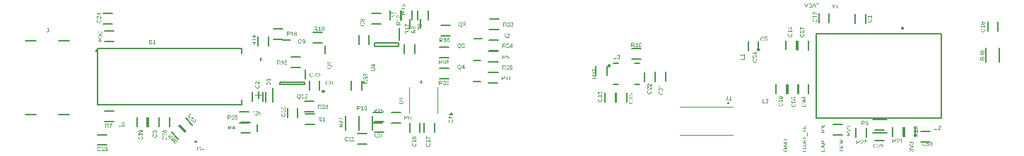
<source format=gbr>
G04 EAGLE Gerber RS-274X export*
G75*
%MOMM*%
%FSLAX34Y34*%
%LPD*%
%INSilkscreen Top*%
%IPPOS*%
%AMOC8*
5,1,8,0,0,1.08239X$1,22.5*%
G01*
G04 Define Apertures*
%ADD10C,0.127000*%
%ADD11C,0.200000*%
%ADD12C,0.100000*%
%ADD13C,0.120000*%
G36*
X268125Y68401D02*
X266846Y68401D01*
X266846Y72114D01*
X263097Y72114D01*
X263097Y73402D01*
X266846Y73402D01*
X266846Y77116D01*
X268125Y77116D01*
X268125Y73402D01*
X271873Y73402D01*
X271873Y72114D01*
X268125Y72114D01*
X268125Y68401D01*
G37*
G36*
X270386Y113824D02*
X268985Y113824D01*
X268985Y118203D01*
X270386Y118203D01*
X270386Y113824D01*
G37*
G36*
X138452Y134160D02*
X136479Y134160D01*
X136479Y139019D01*
X138245Y139019D01*
X138646Y139000D01*
X138993Y138945D01*
X139287Y138853D01*
X139528Y138724D01*
X139715Y138558D01*
X139849Y138356D01*
X139895Y138240D01*
X139929Y138116D01*
X139949Y137982D01*
X139955Y137840D01*
X139940Y137633D01*
X139895Y137443D01*
X139820Y137271D01*
X139714Y137115D01*
X139611Y137011D01*
X139581Y136981D01*
X139423Y136871D01*
X139239Y136784D01*
X139031Y136722D01*
X139304Y136672D01*
X139544Y136591D01*
X139751Y136478D01*
X139882Y136369D01*
X139924Y136334D01*
X140062Y136164D01*
X140160Y135973D01*
X140219Y135762D01*
X140238Y135529D01*
X140231Y135371D01*
X140209Y135223D01*
X140172Y135083D01*
X140120Y134953D01*
X140054Y134831D01*
X139972Y134719D01*
X139876Y134615D01*
X139766Y134520D01*
X139506Y134363D01*
X139201Y134250D01*
X138850Y134183D01*
X138452Y134160D01*
G37*
%LPC*%
G36*
X138417Y134688D02*
X138699Y134702D01*
X138939Y134744D01*
X139138Y134814D01*
X139297Y134912D01*
X139417Y135038D01*
X139504Y135191D01*
X139555Y135372D01*
X139573Y135581D01*
X139554Y135782D01*
X139497Y135956D01*
X139403Y136104D01*
X139271Y136225D01*
X139101Y136319D01*
X138894Y136386D01*
X138649Y136426D01*
X138366Y136439D01*
X137138Y136439D01*
X137138Y134688D01*
X138417Y134688D01*
G37*
G36*
X138245Y136953D02*
X138492Y136966D01*
X138706Y137003D01*
X138886Y137065D01*
X139033Y137152D01*
X139147Y137264D01*
X139228Y137403D01*
X139277Y137568D01*
X139293Y137760D01*
X139276Y137943D01*
X139226Y138097D01*
X139142Y138224D01*
X139024Y138322D01*
X138875Y138396D01*
X138695Y138449D01*
X138485Y138481D01*
X138245Y138491D01*
X137138Y138491D01*
X137138Y136953D01*
X138245Y136953D01*
G37*
%LPD*%
G36*
X144170Y134160D02*
X141125Y134160D01*
X141125Y134688D01*
X142363Y134688D01*
X142363Y138426D01*
X141267Y137643D01*
X141267Y138229D01*
X142415Y139019D01*
X142988Y139019D01*
X142988Y134688D01*
X144170Y134688D01*
X144170Y134160D01*
G37*
G36*
X999448Y160559D02*
X999165Y160568D01*
X998899Y160598D01*
X998647Y160647D01*
X998412Y160716D01*
X998192Y160804D01*
X997988Y160912D01*
X997800Y161039D01*
X997627Y161186D01*
X997473Y161351D01*
X997339Y161530D01*
X997226Y161725D01*
X997133Y161935D01*
X997061Y162159D01*
X997010Y162399D01*
X996979Y162654D01*
X996969Y162924D01*
X996988Y163296D01*
X997045Y163636D01*
X997139Y163945D01*
X997272Y164221D01*
X997442Y164464D01*
X997649Y164673D01*
X997892Y164847D01*
X998172Y164986D01*
X998379Y164362D01*
X998180Y164265D01*
X998005Y164142D01*
X997855Y163993D01*
X997731Y163819D01*
X997633Y163623D01*
X997563Y163410D01*
X997521Y163179D01*
X997507Y162931D01*
X997515Y162735D01*
X997539Y162550D01*
X997580Y162376D01*
X997636Y162214D01*
X997709Y162063D01*
X997799Y161923D01*
X997904Y161794D01*
X998026Y161676D01*
X998161Y161571D01*
X998309Y161480D01*
X998469Y161403D01*
X998641Y161340D01*
X998825Y161291D01*
X999020Y161256D01*
X999228Y161235D01*
X999448Y161228D01*
X999666Y161235D01*
X999873Y161257D01*
X1000069Y161293D01*
X1000254Y161344D01*
X1000428Y161410D01*
X1000591Y161490D01*
X1000743Y161585D01*
X1000884Y161695D01*
X1001012Y161817D01*
X1001122Y161949D01*
X1001215Y162092D01*
X1001292Y162245D01*
X1001351Y162408D01*
X1001394Y162581D01*
X1001419Y162765D01*
X1001428Y162959D01*
X1001412Y163206D01*
X1001364Y163437D01*
X1001286Y163653D01*
X1001175Y163853D01*
X1001033Y164037D01*
X1000859Y164205D01*
X1000654Y164357D01*
X1000417Y164493D01*
X1000686Y165031D01*
X1000981Y164866D01*
X1001239Y164671D01*
X1001459Y164445D01*
X1001641Y164188D01*
X1001785Y163906D01*
X1001887Y163602D01*
X1001948Y163276D01*
X1001969Y162928D01*
X1001950Y162573D01*
X1001893Y162243D01*
X1001797Y161937D01*
X1001664Y161657D01*
X1001495Y161405D01*
X1001293Y161185D01*
X1001059Y160996D01*
X1000791Y160840D01*
X1000495Y160717D01*
X1000172Y160629D01*
X999823Y160576D01*
X999448Y160559D01*
G37*
G36*
X1001900Y165832D02*
X1001372Y165832D01*
X1001372Y167070D01*
X997634Y167070D01*
X998417Y165973D01*
X997831Y165973D01*
X997041Y167121D01*
X997041Y167694D01*
X1001372Y167694D01*
X1001372Y168877D01*
X1001900Y168877D01*
X1001900Y165832D01*
G37*
G36*
X933948Y160859D02*
X933665Y160868D01*
X933399Y160898D01*
X933147Y160947D01*
X932912Y161016D01*
X932692Y161104D01*
X932488Y161212D01*
X932300Y161339D01*
X932127Y161486D01*
X931973Y161651D01*
X931839Y161830D01*
X931726Y162025D01*
X931633Y162235D01*
X931561Y162459D01*
X931510Y162699D01*
X931479Y162954D01*
X931469Y163224D01*
X931488Y163596D01*
X931545Y163936D01*
X931639Y164245D01*
X931772Y164521D01*
X931942Y164764D01*
X932149Y164973D01*
X932392Y165147D01*
X932672Y165286D01*
X932879Y164662D01*
X932680Y164565D01*
X932505Y164442D01*
X932355Y164293D01*
X932231Y164119D01*
X932133Y163923D01*
X932063Y163710D01*
X932021Y163479D01*
X932007Y163231D01*
X932015Y163035D01*
X932039Y162850D01*
X932080Y162676D01*
X932136Y162514D01*
X932209Y162363D01*
X932299Y162223D01*
X932404Y162094D01*
X932526Y161976D01*
X932661Y161871D01*
X932809Y161780D01*
X932969Y161703D01*
X933141Y161640D01*
X933325Y161591D01*
X933520Y161556D01*
X933728Y161535D01*
X933948Y161528D01*
X934166Y161535D01*
X934373Y161557D01*
X934569Y161593D01*
X934754Y161644D01*
X934928Y161710D01*
X935091Y161790D01*
X935243Y161885D01*
X935384Y161995D01*
X935512Y162117D01*
X935622Y162249D01*
X935715Y162392D01*
X935792Y162545D01*
X935851Y162708D01*
X935894Y162881D01*
X935919Y163065D01*
X935928Y163259D01*
X935912Y163506D01*
X935864Y163737D01*
X935786Y163953D01*
X935675Y164153D01*
X935533Y164337D01*
X935359Y164505D01*
X935154Y164657D01*
X934917Y164793D01*
X935186Y165331D01*
X935481Y165166D01*
X935739Y164971D01*
X935959Y164745D01*
X936141Y164488D01*
X936285Y164206D01*
X936387Y163902D01*
X936448Y163576D01*
X936469Y163228D01*
X936450Y162873D01*
X936393Y162543D01*
X936297Y162237D01*
X936164Y161957D01*
X935995Y161705D01*
X935793Y161485D01*
X935559Y161296D01*
X935291Y161140D01*
X934995Y161017D01*
X934672Y160929D01*
X934323Y160876D01*
X933948Y160859D01*
G37*
G36*
X936400Y169855D02*
X935962Y169855D01*
X935582Y170050D01*
X935250Y170285D01*
X934956Y170544D01*
X934691Y170817D01*
X934227Y171371D01*
X934014Y171632D01*
X933800Y171866D01*
X933581Y172065D01*
X933352Y172223D01*
X933230Y172282D01*
X933102Y172325D01*
X932965Y172350D01*
X932821Y172359D01*
X932632Y172344D01*
X932465Y172300D01*
X932321Y172227D01*
X932200Y172124D01*
X932103Y171996D01*
X932034Y171844D01*
X931993Y171670D01*
X931979Y171473D01*
X931993Y171283D01*
X932033Y171111D01*
X932100Y170956D01*
X932195Y170819D01*
X932313Y170704D01*
X932454Y170615D01*
X932616Y170553D01*
X932800Y170517D01*
X932741Y169883D01*
X932465Y169940D01*
X932218Y170041D01*
X932001Y170187D01*
X931814Y170378D01*
X931663Y170606D01*
X931555Y170864D01*
X931490Y171153D01*
X931469Y171473D01*
X931490Y171819D01*
X931555Y172122D01*
X931664Y172383D01*
X931815Y172602D01*
X932007Y172775D01*
X932235Y172898D01*
X932499Y172972D01*
X932645Y172991D01*
X932800Y172997D01*
X932941Y172989D01*
X933082Y172964D01*
X933222Y172924D01*
X933362Y172867D01*
X933641Y172707D01*
X933921Y172483D01*
X934277Y172111D01*
X934786Y171507D01*
X935094Y171151D01*
X935371Y170876D01*
X935626Y170674D01*
X935872Y170538D01*
X935872Y173073D01*
X936400Y173073D01*
X936400Y169855D01*
G37*
G36*
X936400Y166132D02*
X935872Y166132D01*
X935872Y167370D01*
X932134Y167370D01*
X932917Y166273D01*
X932331Y166273D01*
X931541Y167421D01*
X931541Y167994D01*
X935872Y167994D01*
X935872Y169177D01*
X936400Y169177D01*
X936400Y166132D01*
G37*
G36*
X905400Y151762D02*
X904917Y151762D01*
X901641Y153986D01*
X901641Y154638D01*
X904910Y154638D01*
X904910Y155321D01*
X905400Y155321D01*
X905400Y154638D01*
X906500Y154638D01*
X906500Y154052D01*
X905400Y154052D01*
X905400Y151762D01*
G37*
%LPC*%
G36*
X904910Y152335D02*
X904910Y154052D01*
X902341Y154052D01*
X902524Y153955D01*
X902752Y153821D01*
X904586Y152576D01*
X904841Y152390D01*
X904910Y152335D01*
G37*
%LPD*%
G36*
X904048Y142959D02*
X903765Y142968D01*
X903499Y142998D01*
X903247Y143047D01*
X903012Y143116D01*
X902792Y143204D01*
X902588Y143312D01*
X902400Y143439D01*
X902227Y143586D01*
X902073Y143751D01*
X901939Y143930D01*
X901826Y144125D01*
X901733Y144335D01*
X901661Y144559D01*
X901610Y144799D01*
X901579Y145054D01*
X901569Y145324D01*
X901588Y145696D01*
X901645Y146036D01*
X901739Y146345D01*
X901872Y146621D01*
X902042Y146864D01*
X902249Y147073D01*
X902492Y147247D01*
X902772Y147386D01*
X902979Y146762D01*
X902780Y146665D01*
X902605Y146542D01*
X902455Y146393D01*
X902331Y146219D01*
X902233Y146023D01*
X902163Y145810D01*
X902121Y145579D01*
X902107Y145331D01*
X902115Y145135D01*
X902139Y144950D01*
X902180Y144776D01*
X902236Y144614D01*
X902309Y144463D01*
X902399Y144323D01*
X902504Y144194D01*
X902626Y144076D01*
X902761Y143971D01*
X902909Y143880D01*
X903069Y143803D01*
X903241Y143740D01*
X903425Y143691D01*
X903620Y143656D01*
X903828Y143635D01*
X904048Y143628D01*
X904266Y143635D01*
X904473Y143657D01*
X904669Y143693D01*
X904854Y143744D01*
X905028Y143810D01*
X905191Y143890D01*
X905343Y143985D01*
X905484Y144095D01*
X905612Y144217D01*
X905722Y144349D01*
X905815Y144492D01*
X905892Y144645D01*
X905951Y144808D01*
X905994Y144981D01*
X906019Y145165D01*
X906028Y145359D01*
X906012Y145606D01*
X905964Y145837D01*
X905886Y146053D01*
X905775Y146253D01*
X905633Y146437D01*
X905459Y146605D01*
X905254Y146757D01*
X905017Y146893D01*
X905286Y147431D01*
X905581Y147266D01*
X905839Y147071D01*
X906059Y146845D01*
X906241Y146588D01*
X906385Y146306D01*
X906487Y146002D01*
X906548Y145676D01*
X906569Y145328D01*
X906550Y144973D01*
X906493Y144643D01*
X906397Y144337D01*
X906264Y144057D01*
X906095Y143805D01*
X905893Y143585D01*
X905659Y143396D01*
X905391Y143240D01*
X905095Y143117D01*
X904772Y143029D01*
X904423Y142976D01*
X904048Y142959D01*
G37*
G36*
X906500Y148232D02*
X905972Y148232D01*
X905972Y149470D01*
X902234Y149470D01*
X903017Y148373D01*
X902431Y148373D01*
X901641Y149521D01*
X901641Y150094D01*
X905972Y150094D01*
X905972Y151277D01*
X906500Y151277D01*
X906500Y148232D01*
G37*
G36*
X453683Y19859D02*
X453376Y19866D01*
X453088Y19887D01*
X452818Y19922D01*
X452567Y19972D01*
X452334Y20035D01*
X452119Y20113D01*
X451923Y20205D01*
X451745Y20310D01*
X451586Y20429D01*
X451449Y20560D01*
X451333Y20703D01*
X451238Y20858D01*
X451164Y21025D01*
X451111Y21203D01*
X451079Y21394D01*
X451069Y21597D01*
X451084Y21859D01*
X451131Y22096D01*
X451208Y22307D01*
X451316Y22493D01*
X451455Y22654D01*
X451625Y22789D01*
X451826Y22899D01*
X452058Y22983D01*
X452165Y22390D01*
X452026Y22337D01*
X451906Y22271D01*
X451804Y22192D01*
X451720Y22098D01*
X451656Y21992D01*
X451609Y21871D01*
X451581Y21737D01*
X451572Y21590D01*
X451580Y21461D01*
X451603Y21339D01*
X451642Y21225D01*
X451696Y21119D01*
X451765Y21020D01*
X451851Y20928D01*
X452067Y20767D01*
X452342Y20640D01*
X452673Y20549D01*
X453059Y20494D01*
X453500Y20476D01*
X453352Y20569D01*
X453224Y20679D01*
X453114Y20807D01*
X453022Y20952D01*
X452951Y21111D01*
X452899Y21281D01*
X452869Y21463D01*
X452858Y21655D01*
X452865Y21819D01*
X452885Y21974D01*
X452918Y22121D01*
X452964Y22258D01*
X453095Y22508D01*
X453279Y22723D01*
X453508Y22895D01*
X453772Y23019D01*
X454073Y23093D01*
X454237Y23111D01*
X454410Y23117D01*
X454597Y23111D01*
X454775Y23091D01*
X454941Y23059D01*
X455098Y23013D01*
X455245Y22954D01*
X455381Y22883D01*
X455508Y22798D01*
X455624Y22700D01*
X455728Y22591D01*
X455819Y22472D01*
X455895Y22343D01*
X455958Y22204D01*
X456006Y22055D01*
X456041Y21896D01*
X456062Y21727D01*
X456069Y21548D01*
X456059Y21349D01*
X456031Y21162D01*
X455983Y20987D01*
X455916Y20824D01*
X455831Y20673D01*
X455726Y20535D01*
X455602Y20408D01*
X455459Y20293D01*
X455297Y20191D01*
X455119Y20103D01*
X454923Y20028D01*
X454709Y19967D01*
X454479Y19920D01*
X454231Y19886D01*
X453965Y19865D01*
X453683Y19859D01*
G37*
%LPC*%
G36*
X454290Y20538D02*
X454558Y20555D01*
X454801Y20607D01*
X455018Y20694D01*
X455210Y20816D01*
X455367Y20964D01*
X455479Y21132D01*
X455547Y21320D01*
X455569Y21528D01*
X455550Y21740D01*
X455494Y21928D01*
X455399Y22092D01*
X455267Y22231D01*
X455102Y22343D01*
X454909Y22423D01*
X454688Y22470D01*
X454438Y22486D01*
X454189Y22470D01*
X453971Y22422D01*
X453782Y22341D01*
X453624Y22228D01*
X453499Y22086D01*
X453409Y21918D01*
X453356Y21725D01*
X453338Y21507D01*
X453354Y21300D01*
X453401Y21114D01*
X453480Y20949D01*
X453591Y20805D01*
X453730Y20688D01*
X453893Y20605D01*
X454079Y20555D01*
X454290Y20538D01*
G37*
%LPD*%
G36*
X453548Y10859D02*
X453265Y10868D01*
X452999Y10898D01*
X452747Y10947D01*
X452512Y11016D01*
X452292Y11104D01*
X452088Y11212D01*
X451900Y11339D01*
X451727Y11486D01*
X451573Y11651D01*
X451439Y11830D01*
X451326Y12025D01*
X451233Y12235D01*
X451161Y12459D01*
X451110Y12699D01*
X451079Y12954D01*
X451069Y13224D01*
X451088Y13596D01*
X451145Y13936D01*
X451239Y14245D01*
X451372Y14521D01*
X451542Y14764D01*
X451749Y14973D01*
X451992Y15147D01*
X452272Y15286D01*
X452479Y14662D01*
X452280Y14565D01*
X452105Y14442D01*
X451955Y14293D01*
X451831Y14119D01*
X451733Y13923D01*
X451663Y13710D01*
X451621Y13479D01*
X451607Y13231D01*
X451615Y13035D01*
X451639Y12850D01*
X451680Y12676D01*
X451736Y12514D01*
X451809Y12363D01*
X451899Y12223D01*
X452004Y12094D01*
X452126Y11976D01*
X452261Y11871D01*
X452409Y11780D01*
X452569Y11703D01*
X452741Y11640D01*
X452925Y11591D01*
X453120Y11556D01*
X453328Y11535D01*
X453548Y11528D01*
X453766Y11535D01*
X453973Y11557D01*
X454169Y11593D01*
X454354Y11644D01*
X454528Y11710D01*
X454691Y11790D01*
X454843Y11885D01*
X454984Y11995D01*
X455112Y12117D01*
X455222Y12249D01*
X455315Y12392D01*
X455392Y12545D01*
X455451Y12708D01*
X455494Y12881D01*
X455519Y13065D01*
X455528Y13259D01*
X455512Y13506D01*
X455464Y13737D01*
X455386Y13953D01*
X455275Y14153D01*
X455133Y14337D01*
X454959Y14505D01*
X454754Y14657D01*
X454517Y14793D01*
X454786Y15331D01*
X455081Y15166D01*
X455339Y14971D01*
X455559Y14745D01*
X455741Y14488D01*
X455885Y14206D01*
X455987Y13902D01*
X456048Y13576D01*
X456069Y13228D01*
X456050Y12873D01*
X455993Y12543D01*
X455897Y12237D01*
X455764Y11957D01*
X455595Y11705D01*
X455393Y11485D01*
X455159Y11296D01*
X454891Y11140D01*
X454595Y11017D01*
X454272Y10929D01*
X453923Y10876D01*
X453548Y10859D01*
G37*
G36*
X456000Y16132D02*
X455472Y16132D01*
X455472Y17370D01*
X451734Y17370D01*
X452517Y16273D01*
X451931Y16273D01*
X451141Y17421D01*
X451141Y17994D01*
X455472Y17994D01*
X455472Y19177D01*
X456000Y19177D01*
X456000Y16132D01*
G37*
G36*
X470548Y10759D02*
X470265Y10768D01*
X469999Y10798D01*
X469747Y10847D01*
X469512Y10916D01*
X469292Y11004D01*
X469088Y11112D01*
X468900Y11239D01*
X468727Y11386D01*
X468573Y11551D01*
X468439Y11730D01*
X468326Y11925D01*
X468233Y12135D01*
X468161Y12359D01*
X468110Y12599D01*
X468079Y12854D01*
X468069Y13124D01*
X468088Y13496D01*
X468145Y13836D01*
X468239Y14145D01*
X468372Y14421D01*
X468542Y14664D01*
X468749Y14873D01*
X468992Y15047D01*
X469272Y15186D01*
X469479Y14562D01*
X469280Y14465D01*
X469105Y14342D01*
X468955Y14193D01*
X468831Y14019D01*
X468733Y13823D01*
X468663Y13610D01*
X468621Y13379D01*
X468607Y13131D01*
X468615Y12935D01*
X468639Y12750D01*
X468680Y12576D01*
X468736Y12414D01*
X468809Y12263D01*
X468899Y12123D01*
X469004Y11994D01*
X469126Y11876D01*
X469261Y11771D01*
X469409Y11680D01*
X469569Y11603D01*
X469741Y11540D01*
X469925Y11491D01*
X470120Y11456D01*
X470328Y11435D01*
X470548Y11428D01*
X470766Y11435D01*
X470973Y11457D01*
X471169Y11493D01*
X471354Y11544D01*
X471528Y11610D01*
X471691Y11690D01*
X471843Y11785D01*
X471984Y11895D01*
X472112Y12017D01*
X472222Y12149D01*
X472315Y12292D01*
X472392Y12445D01*
X472451Y12608D01*
X472494Y12781D01*
X472519Y12965D01*
X472528Y13159D01*
X472512Y13406D01*
X472464Y13637D01*
X472386Y13853D01*
X472275Y14053D01*
X472133Y14237D01*
X471959Y14405D01*
X471754Y14557D01*
X471517Y14693D01*
X471786Y15231D01*
X472081Y15066D01*
X472339Y14871D01*
X472559Y14645D01*
X472741Y14388D01*
X472885Y14106D01*
X472987Y13802D01*
X473048Y13476D01*
X473069Y13128D01*
X473050Y12773D01*
X472993Y12443D01*
X472897Y12137D01*
X472764Y11857D01*
X472595Y11605D01*
X472393Y11385D01*
X472159Y11196D01*
X471891Y11040D01*
X471595Y10917D01*
X471272Y10829D01*
X470923Y10776D01*
X470548Y10759D01*
G37*
G36*
X473000Y16032D02*
X472472Y16032D01*
X472472Y17270D01*
X468734Y17270D01*
X469517Y16173D01*
X468931Y16173D01*
X468141Y17321D01*
X468141Y17894D01*
X472472Y17894D01*
X472472Y19077D01*
X473000Y19077D01*
X473000Y16032D01*
G37*
G36*
X468669Y19762D02*
X468141Y19762D01*
X468141Y22973D01*
X468645Y22973D01*
X469659Y22337D01*
X470074Y22102D01*
X470427Y21921D01*
X470749Y21777D01*
X471068Y21652D01*
X471385Y21547D01*
X471700Y21460D01*
X472017Y21393D01*
X472339Y21345D01*
X472667Y21317D01*
X473000Y21307D01*
X473000Y20659D01*
X472528Y20683D01*
X472044Y20757D01*
X471548Y20881D01*
X471040Y21054D01*
X470505Y21284D01*
X469932Y21581D01*
X469320Y21944D01*
X468669Y22373D01*
X468669Y19762D01*
G37*
G36*
X892003Y68175D02*
X891818Y68182D01*
X891643Y68202D01*
X891478Y68236D01*
X891323Y68282D01*
X891178Y68343D01*
X891043Y68416D01*
X890919Y68503D01*
X890805Y68603D01*
X890703Y68715D01*
X890614Y68838D01*
X890539Y68971D01*
X890478Y69114D01*
X890430Y69268D01*
X890396Y69433D01*
X890376Y69608D01*
X890369Y69793D01*
X890378Y69989D01*
X890406Y70173D01*
X890453Y70345D01*
X890519Y70505D01*
X890603Y70652D01*
X890706Y70787D01*
X890828Y70910D01*
X890969Y71020D01*
X891128Y71118D01*
X891306Y71203D01*
X891504Y71275D01*
X891720Y71333D01*
X891955Y71379D01*
X892208Y71412D01*
X892481Y71431D01*
X892772Y71438D01*
X893076Y71431D01*
X893362Y71409D01*
X893630Y71374D01*
X893879Y71324D01*
X894111Y71259D01*
X894324Y71181D01*
X894519Y71088D01*
X894697Y70981D01*
X894854Y70861D01*
X894991Y70728D01*
X895106Y70584D01*
X895201Y70427D01*
X895274Y70258D01*
X895327Y70077D01*
X895358Y69884D01*
X895369Y69679D01*
X895354Y69409D01*
X895309Y69167D01*
X895234Y68953D01*
X895129Y68767D01*
X894991Y68608D01*
X894816Y68472D01*
X894604Y68362D01*
X894355Y68275D01*
X894262Y68869D01*
X894404Y68922D01*
X894528Y68990D01*
X894632Y69071D01*
X894717Y69167D01*
X894784Y69277D01*
X894831Y69400D01*
X894859Y69538D01*
X894869Y69689D01*
X894861Y69819D01*
X894838Y69942D01*
X894799Y70056D01*
X894745Y70164D01*
X894675Y70263D01*
X894590Y70355D01*
X894372Y70517D01*
X894098Y70646D01*
X893770Y70740D01*
X893389Y70800D01*
X892955Y70824D01*
X893103Y70743D01*
X893235Y70637D01*
X893352Y70506D01*
X893453Y70351D01*
X893536Y70180D01*
X893594Y70001D01*
X893630Y69813D01*
X893641Y69617D01*
X893634Y69457D01*
X893613Y69306D01*
X893578Y69162D01*
X893529Y69027D01*
X893466Y68900D01*
X893389Y68782D01*
X893193Y68569D01*
X892951Y68397D01*
X892671Y68274D01*
X892356Y68200D01*
X892184Y68182D01*
X892003Y68175D01*
G37*
%LPC*%
G36*
X892003Y68807D02*
X892255Y68823D01*
X892479Y68871D01*
X892675Y68952D01*
X892843Y69065D01*
X892978Y69206D01*
X893074Y69370D01*
X893132Y69556D01*
X893152Y69765D01*
X893144Y69897D01*
X893121Y70025D01*
X893083Y70147D01*
X893029Y70265D01*
X892962Y70375D01*
X892881Y70472D01*
X892788Y70557D01*
X892683Y70629D01*
X892567Y70687D01*
X892443Y70729D01*
X892311Y70754D01*
X892172Y70762D01*
X891893Y70745D01*
X891643Y70695D01*
X891422Y70611D01*
X891229Y70493D01*
X891073Y70347D01*
X890961Y70178D01*
X890894Y69987D01*
X890872Y69772D01*
X890891Y69560D01*
X890948Y69371D01*
X891044Y69206D01*
X891177Y69065D01*
X891343Y68952D01*
X891536Y68871D01*
X891756Y68823D01*
X892003Y68807D01*
G37*
%LPD*%
G36*
X892848Y59203D02*
X892565Y59213D01*
X892299Y59242D01*
X892047Y59291D01*
X891812Y59360D01*
X891592Y59448D01*
X891388Y59556D01*
X891200Y59684D01*
X891027Y59831D01*
X890873Y59995D01*
X890739Y60175D01*
X890626Y60369D01*
X890533Y60579D01*
X890461Y60804D01*
X890410Y61044D01*
X890379Y61299D01*
X890369Y61569D01*
X890388Y61941D01*
X890445Y62281D01*
X890539Y62589D01*
X890672Y62865D01*
X890842Y63108D01*
X891049Y63317D01*
X891292Y63491D01*
X891572Y63631D01*
X891779Y63007D01*
X891580Y62909D01*
X891405Y62786D01*
X891255Y62638D01*
X891131Y62464D01*
X891033Y62268D01*
X890963Y62055D01*
X890921Y61824D01*
X890907Y61576D01*
X890915Y61380D01*
X890939Y61195D01*
X890980Y61021D01*
X891036Y60858D01*
X891109Y60707D01*
X891199Y60567D01*
X891304Y60438D01*
X891426Y60320D01*
X891561Y60215D01*
X891709Y60124D01*
X891869Y60047D01*
X892041Y59984D01*
X892225Y59935D01*
X892420Y59900D01*
X892628Y59879D01*
X892848Y59872D01*
X893066Y59879D01*
X893273Y59901D01*
X893469Y59938D01*
X893654Y59989D01*
X893828Y60055D01*
X893991Y60135D01*
X894143Y60230D01*
X894284Y60339D01*
X894412Y60461D01*
X894522Y60594D01*
X894615Y60736D01*
X894692Y60889D01*
X894751Y61052D01*
X894794Y61226D01*
X894819Y61409D01*
X894828Y61603D01*
X894812Y61850D01*
X894764Y62082D01*
X894686Y62298D01*
X894575Y62497D01*
X894433Y62681D01*
X894259Y62849D01*
X894054Y63001D01*
X893817Y63138D01*
X894086Y63676D01*
X894381Y63511D01*
X894639Y63315D01*
X894859Y63089D01*
X895041Y62833D01*
X895185Y62550D01*
X895287Y62246D01*
X895348Y61920D01*
X895369Y61572D01*
X895350Y61217D01*
X895293Y60887D01*
X895197Y60582D01*
X895064Y60301D01*
X894895Y60049D01*
X894693Y59829D01*
X894459Y59641D01*
X894191Y59484D01*
X893895Y59361D01*
X893572Y59273D01*
X893223Y59221D01*
X892848Y59203D01*
G37*
G36*
X895300Y64476D02*
X894772Y64476D01*
X894772Y65714D01*
X891034Y65714D01*
X891817Y64618D01*
X891231Y64618D01*
X890441Y65766D01*
X890441Y66338D01*
X894772Y66338D01*
X894772Y67521D01*
X895300Y67521D01*
X895300Y64476D01*
G37*
G36*
X265848Y81059D02*
X265565Y81068D01*
X265299Y81098D01*
X265047Y81147D01*
X264812Y81216D01*
X264592Y81304D01*
X264388Y81412D01*
X264200Y81539D01*
X264027Y81686D01*
X263873Y81851D01*
X263739Y82030D01*
X263626Y82225D01*
X263533Y82435D01*
X263461Y82659D01*
X263410Y82899D01*
X263379Y83154D01*
X263369Y83424D01*
X263388Y83796D01*
X263445Y84136D01*
X263539Y84445D01*
X263672Y84721D01*
X263842Y84964D01*
X264049Y85173D01*
X264292Y85347D01*
X264572Y85486D01*
X264779Y84862D01*
X264580Y84765D01*
X264405Y84642D01*
X264255Y84493D01*
X264131Y84319D01*
X264033Y84123D01*
X263963Y83910D01*
X263921Y83679D01*
X263907Y83431D01*
X263915Y83235D01*
X263939Y83050D01*
X263980Y82876D01*
X264036Y82714D01*
X264109Y82563D01*
X264199Y82423D01*
X264304Y82294D01*
X264426Y82176D01*
X264561Y82071D01*
X264709Y81980D01*
X264869Y81903D01*
X265041Y81840D01*
X265225Y81791D01*
X265420Y81756D01*
X265628Y81735D01*
X265848Y81728D01*
X266066Y81735D01*
X266273Y81757D01*
X266469Y81793D01*
X266654Y81844D01*
X266828Y81910D01*
X266991Y81990D01*
X267143Y82085D01*
X267284Y82195D01*
X267412Y82317D01*
X267522Y82449D01*
X267615Y82592D01*
X267692Y82745D01*
X267751Y82908D01*
X267794Y83081D01*
X267819Y83265D01*
X267828Y83459D01*
X267812Y83706D01*
X267764Y83937D01*
X267686Y84153D01*
X267575Y84353D01*
X267433Y84537D01*
X267259Y84705D01*
X267054Y84857D01*
X266817Y84993D01*
X267086Y85531D01*
X267381Y85366D01*
X267639Y85171D01*
X267859Y84945D01*
X268041Y84688D01*
X268185Y84406D01*
X268287Y84102D01*
X268348Y83776D01*
X268369Y83428D01*
X268350Y83073D01*
X268293Y82743D01*
X268197Y82437D01*
X268064Y82157D01*
X267895Y81905D01*
X267693Y81685D01*
X267459Y81496D01*
X267191Y81340D01*
X266895Y81217D01*
X266572Y81129D01*
X266223Y81076D01*
X265848Y81059D01*
G37*
G36*
X268300Y86149D02*
X267862Y86149D01*
X267482Y86344D01*
X267150Y86578D01*
X266856Y86838D01*
X266591Y87111D01*
X266127Y87665D01*
X265914Y87925D01*
X265700Y88159D01*
X265481Y88359D01*
X265252Y88516D01*
X265130Y88576D01*
X265002Y88618D01*
X264865Y88644D01*
X264721Y88653D01*
X264532Y88638D01*
X264365Y88594D01*
X264221Y88521D01*
X264100Y88418D01*
X264003Y88289D01*
X263934Y88138D01*
X263893Y87963D01*
X263879Y87766D01*
X263893Y87577D01*
X263933Y87405D01*
X264000Y87250D01*
X264095Y87113D01*
X264213Y86998D01*
X264354Y86909D01*
X264516Y86847D01*
X264700Y86811D01*
X264641Y86177D01*
X264365Y86233D01*
X264118Y86335D01*
X263901Y86481D01*
X263714Y86671D01*
X263563Y86900D01*
X263455Y87158D01*
X263390Y87447D01*
X263369Y87766D01*
X263390Y88112D01*
X263455Y88416D01*
X263564Y88677D01*
X263715Y88896D01*
X263907Y89068D01*
X264135Y89192D01*
X264399Y89266D01*
X264545Y89284D01*
X264700Y89291D01*
X264841Y89282D01*
X264982Y89258D01*
X265122Y89218D01*
X265262Y89161D01*
X265541Y89000D01*
X265821Y88777D01*
X266177Y88405D01*
X266686Y87801D01*
X266994Y87445D01*
X267271Y87170D01*
X267526Y86968D01*
X267772Y86832D01*
X267772Y89366D01*
X268300Y89366D01*
X268300Y86149D01*
G37*
G36*
X339055Y94731D02*
X338852Y94741D01*
X338662Y94771D01*
X338485Y94821D01*
X338322Y94891D01*
X338171Y94980D01*
X338033Y95090D01*
X337908Y95219D01*
X337797Y95369D01*
X337698Y95538D01*
X337613Y95725D01*
X337540Y95930D01*
X337481Y96154D01*
X337435Y96395D01*
X337402Y96656D01*
X337382Y96934D01*
X337376Y97231D01*
X337382Y97534D01*
X337401Y97818D01*
X337433Y98082D01*
X337478Y98326D01*
X337536Y98551D01*
X337606Y98756D01*
X337689Y98941D01*
X337785Y99107D01*
X337894Y99253D01*
X338018Y99380D01*
X338158Y99488D01*
X338312Y99575D01*
X338481Y99644D01*
X338664Y99692D01*
X338863Y99722D01*
X339076Y99731D01*
X339284Y99721D01*
X339477Y99692D01*
X339657Y99643D01*
X339822Y99574D01*
X339974Y99485D01*
X340111Y99376D01*
X340234Y99248D01*
X340343Y99100D01*
X340439Y98933D01*
X340522Y98747D01*
X340592Y98542D01*
X340650Y98317D01*
X340694Y98074D01*
X340726Y97812D01*
X340746Y97531D01*
X340752Y97231D01*
X340745Y96936D01*
X340725Y96659D01*
X340692Y96399D01*
X340645Y96158D01*
X340584Y95934D01*
X340510Y95729D01*
X340423Y95542D01*
X340323Y95372D01*
X340209Y95222D01*
X340082Y95092D01*
X339943Y94982D01*
X339791Y94891D01*
X339626Y94821D01*
X339449Y94771D01*
X339258Y94741D01*
X339055Y94731D01*
G37*
%LPC*%
G36*
X339062Y95238D02*
X339195Y95246D01*
X339318Y95269D01*
X339432Y95307D01*
X339537Y95360D01*
X339633Y95429D01*
X339720Y95513D01*
X339866Y95728D01*
X339977Y96005D01*
X340057Y96348D01*
X340105Y96757D01*
X340121Y97231D01*
X340106Y97721D01*
X340060Y98138D01*
X339984Y98483D01*
X339878Y98755D01*
X339812Y98866D01*
X339736Y98962D01*
X339651Y99043D01*
X339556Y99110D01*
X339451Y99161D01*
X339336Y99198D01*
X339211Y99220D01*
X339076Y99228D01*
X338938Y99221D01*
X338810Y99199D01*
X338692Y99162D01*
X338584Y99111D01*
X338486Y99046D01*
X338399Y98966D01*
X338321Y98871D01*
X338254Y98762D01*
X338144Y98492D01*
X338066Y98147D01*
X338019Y97726D01*
X338004Y97231D01*
X338019Y96749D01*
X338067Y96335D01*
X338146Y95992D01*
X338257Y95717D01*
X338402Y95508D01*
X338489Y95425D01*
X338585Y95358D01*
X338690Y95305D01*
X338805Y95268D01*
X338929Y95245D01*
X339062Y95238D01*
G37*
%LPD*%
G36*
X330828Y94731D02*
X330473Y94750D01*
X330143Y94807D01*
X329837Y94903D01*
X329557Y95036D01*
X329305Y95205D01*
X329085Y95407D01*
X328896Y95641D01*
X328740Y95909D01*
X328617Y96205D01*
X328529Y96528D01*
X328476Y96877D01*
X328459Y97252D01*
X328468Y97535D01*
X328498Y97801D01*
X328547Y98053D01*
X328616Y98288D01*
X328704Y98508D01*
X328812Y98712D01*
X328939Y98900D01*
X329086Y99073D01*
X329251Y99227D01*
X329430Y99361D01*
X329625Y99474D01*
X329835Y99567D01*
X330059Y99639D01*
X330299Y99690D01*
X330554Y99721D01*
X330824Y99731D01*
X331196Y99712D01*
X331536Y99655D01*
X331845Y99561D01*
X332121Y99428D01*
X332364Y99258D01*
X332573Y99051D01*
X332747Y98808D01*
X332886Y98528D01*
X332262Y98321D01*
X332165Y98520D01*
X332042Y98695D01*
X331893Y98845D01*
X331719Y98969D01*
X331523Y99067D01*
X331310Y99137D01*
X331079Y99179D01*
X330831Y99193D01*
X330635Y99185D01*
X330450Y99161D01*
X330276Y99120D01*
X330114Y99064D01*
X329963Y98991D01*
X329823Y98901D01*
X329694Y98796D01*
X329576Y98674D01*
X329471Y98539D01*
X329380Y98391D01*
X329303Y98231D01*
X329240Y98059D01*
X329191Y97875D01*
X329156Y97680D01*
X329135Y97472D01*
X329128Y97252D01*
X329135Y97034D01*
X329157Y96827D01*
X329193Y96631D01*
X329244Y96446D01*
X329310Y96272D01*
X329390Y96109D01*
X329485Y95957D01*
X329595Y95816D01*
X329717Y95688D01*
X329849Y95578D01*
X329992Y95485D01*
X330145Y95408D01*
X330308Y95349D01*
X330481Y95306D01*
X330665Y95281D01*
X330859Y95272D01*
X331106Y95288D01*
X331337Y95336D01*
X331553Y95415D01*
X331753Y95525D01*
X331937Y95667D01*
X332105Y95841D01*
X332257Y96046D01*
X332393Y96283D01*
X332931Y96014D01*
X332766Y95719D01*
X332571Y95461D01*
X332345Y95241D01*
X332088Y95059D01*
X331806Y94915D01*
X331502Y94813D01*
X331176Y94752D01*
X330828Y94731D01*
G37*
G36*
X336766Y94800D02*
X333549Y94800D01*
X333549Y95238D01*
X333744Y95618D01*
X333978Y95950D01*
X334238Y96244D01*
X334511Y96509D01*
X335065Y96973D01*
X335325Y97186D01*
X335559Y97400D01*
X335759Y97619D01*
X335916Y97848D01*
X335976Y97970D01*
X336018Y98098D01*
X336044Y98235D01*
X336053Y98380D01*
X336038Y98568D01*
X335994Y98735D01*
X335921Y98879D01*
X335818Y99000D01*
X335689Y99097D01*
X335538Y99166D01*
X335363Y99207D01*
X335166Y99221D01*
X334977Y99207D01*
X334805Y99167D01*
X334650Y99100D01*
X334513Y99005D01*
X334398Y98887D01*
X334309Y98746D01*
X334247Y98584D01*
X334211Y98400D01*
X333577Y98459D01*
X333633Y98735D01*
X333735Y98982D01*
X333881Y99199D01*
X334071Y99386D01*
X334300Y99537D01*
X334558Y99645D01*
X334847Y99710D01*
X335166Y99731D01*
X335512Y99710D01*
X335816Y99645D01*
X336077Y99536D01*
X336296Y99385D01*
X336468Y99193D01*
X336592Y98965D01*
X336666Y98701D01*
X336684Y98555D01*
X336691Y98400D01*
X336682Y98259D01*
X336658Y98118D01*
X336618Y97978D01*
X336561Y97838D01*
X336400Y97559D01*
X336177Y97279D01*
X335805Y96923D01*
X335201Y96414D01*
X334845Y96106D01*
X334570Y95829D01*
X334368Y95574D01*
X334232Y95328D01*
X336766Y95328D01*
X336766Y94800D01*
G37*
G36*
X918448Y142659D02*
X918165Y142668D01*
X917899Y142698D01*
X917647Y142747D01*
X917412Y142816D01*
X917192Y142904D01*
X916988Y143012D01*
X916800Y143139D01*
X916627Y143286D01*
X916473Y143451D01*
X916339Y143630D01*
X916226Y143825D01*
X916133Y144035D01*
X916061Y144259D01*
X916010Y144499D01*
X915979Y144754D01*
X915969Y145024D01*
X915988Y145396D01*
X916045Y145736D01*
X916139Y146045D01*
X916272Y146321D01*
X916442Y146564D01*
X916649Y146773D01*
X916892Y146947D01*
X917172Y147086D01*
X917379Y146462D01*
X917180Y146365D01*
X917005Y146242D01*
X916855Y146093D01*
X916731Y145919D01*
X916633Y145723D01*
X916563Y145510D01*
X916521Y145279D01*
X916507Y145031D01*
X916515Y144835D01*
X916539Y144650D01*
X916580Y144476D01*
X916636Y144314D01*
X916709Y144163D01*
X916799Y144023D01*
X916904Y143894D01*
X917026Y143776D01*
X917161Y143671D01*
X917309Y143580D01*
X917469Y143503D01*
X917641Y143440D01*
X917825Y143391D01*
X918020Y143356D01*
X918228Y143335D01*
X918448Y143328D01*
X918666Y143335D01*
X918873Y143357D01*
X919069Y143393D01*
X919254Y143444D01*
X919428Y143510D01*
X919591Y143590D01*
X919743Y143685D01*
X919884Y143795D01*
X920012Y143917D01*
X920122Y144049D01*
X920215Y144192D01*
X920292Y144345D01*
X920351Y144508D01*
X920394Y144681D01*
X920419Y144865D01*
X920428Y145059D01*
X920412Y145306D01*
X920364Y145537D01*
X920286Y145753D01*
X920175Y145953D01*
X920033Y146137D01*
X919859Y146305D01*
X919654Y146457D01*
X919417Y146593D01*
X919686Y147131D01*
X919981Y146966D01*
X920239Y146771D01*
X920459Y146545D01*
X920641Y146288D01*
X920785Y146006D01*
X920887Y145702D01*
X920948Y145376D01*
X920969Y145028D01*
X920950Y144673D01*
X920893Y144343D01*
X920797Y144037D01*
X920664Y143757D01*
X920495Y143505D01*
X920293Y143285D01*
X920059Y143096D01*
X919791Y142940D01*
X919495Y142817D01*
X919172Y142729D01*
X918823Y142676D01*
X918448Y142659D01*
G37*
G36*
X920900Y147749D02*
X920462Y147749D01*
X920082Y147944D01*
X919750Y148178D01*
X919456Y148438D01*
X919191Y148711D01*
X918727Y149265D01*
X918514Y149525D01*
X918300Y149759D01*
X918081Y149959D01*
X917852Y150116D01*
X917730Y150176D01*
X917602Y150218D01*
X917465Y150244D01*
X917321Y150253D01*
X917132Y150238D01*
X916965Y150194D01*
X916821Y150121D01*
X916700Y150018D01*
X916603Y149889D01*
X916534Y149738D01*
X916493Y149563D01*
X916479Y149366D01*
X916493Y149177D01*
X916533Y149005D01*
X916600Y148850D01*
X916695Y148713D01*
X916813Y148598D01*
X916954Y148509D01*
X917116Y148447D01*
X917300Y148411D01*
X917241Y147777D01*
X916965Y147833D01*
X916718Y147935D01*
X916501Y148081D01*
X916314Y148271D01*
X916163Y148500D01*
X916055Y148758D01*
X915990Y149047D01*
X915969Y149366D01*
X915990Y149712D01*
X916055Y150016D01*
X916164Y150277D01*
X916315Y150496D01*
X916507Y150668D01*
X916735Y150792D01*
X916999Y150866D01*
X917145Y150884D01*
X917300Y150891D01*
X917441Y150882D01*
X917582Y150858D01*
X917722Y150818D01*
X917862Y150761D01*
X918141Y150600D01*
X918421Y150377D01*
X918777Y150005D01*
X919286Y149401D01*
X919594Y149045D01*
X919871Y148770D01*
X920126Y148568D01*
X920372Y148432D01*
X920372Y150966D01*
X920900Y150966D01*
X920900Y147749D01*
G37*
G36*
X916569Y151662D02*
X916041Y151662D01*
X916041Y154873D01*
X916545Y154873D01*
X917559Y154237D01*
X917974Y154002D01*
X918327Y153821D01*
X918649Y153677D01*
X918968Y153552D01*
X919285Y153447D01*
X919600Y153360D01*
X919917Y153293D01*
X920239Y153245D01*
X920567Y153217D01*
X920900Y153207D01*
X920900Y152559D01*
X920428Y152583D01*
X919944Y152657D01*
X919448Y152781D01*
X918940Y152954D01*
X918405Y153184D01*
X917832Y153481D01*
X917220Y153844D01*
X916569Y154273D01*
X916569Y151662D01*
G37*
G36*
X1014610Y9331D02*
X1014242Y9354D01*
X1013916Y9423D01*
X1013632Y9539D01*
X1013391Y9700D01*
X1013288Y9797D01*
X1013199Y9904D01*
X1013123Y10020D01*
X1013061Y10147D01*
X1013013Y10282D01*
X1012979Y10428D01*
X1012958Y10583D01*
X1012951Y10748D01*
X1012968Y10977D01*
X1013019Y11186D01*
X1013105Y11377D01*
X1013224Y11548D01*
X1013369Y11695D01*
X1013534Y11809D01*
X1013718Y11891D01*
X1013920Y11942D01*
X1013920Y11955D01*
X1013733Y12015D01*
X1013566Y12103D01*
X1013420Y12217D01*
X1013294Y12359D01*
X1013194Y12521D01*
X1013122Y12696D01*
X1013079Y12884D01*
X1013065Y13086D01*
X1013072Y13222D01*
X1013091Y13351D01*
X1013169Y13589D01*
X1013299Y13801D01*
X1013481Y13986D01*
X1013706Y14137D01*
X1013967Y14245D01*
X1014264Y14310D01*
X1014596Y14331D01*
X1014936Y14310D01*
X1015238Y14247D01*
X1015502Y14141D01*
X1015729Y13993D01*
X1015911Y13810D01*
X1016041Y13596D01*
X1016119Y13353D01*
X1016138Y13220D01*
X1016145Y13080D01*
X1016130Y12878D01*
X1016087Y12689D01*
X1016015Y12514D01*
X1015914Y12352D01*
X1015788Y12211D01*
X1015780Y12206D01*
X1015640Y12099D01*
X1015472Y12016D01*
X1015283Y11962D01*
X1015283Y11948D01*
X1015502Y11895D01*
X1015696Y11812D01*
X1015864Y11698D01*
X1015994Y11566D01*
X1016007Y11554D01*
X1016120Y11384D01*
X1016201Y11195D01*
X1016249Y10985D01*
X1016265Y10755D01*
X1016259Y10592D01*
X1016239Y10438D01*
X1016205Y10293D01*
X1016158Y10157D01*
X1016098Y10031D01*
X1016025Y9913D01*
X1015838Y9707D01*
X1015601Y9542D01*
X1015317Y9425D01*
X1015158Y9384D01*
X1014987Y9355D01*
X1014804Y9337D01*
X1014610Y9331D01*
G37*
%LPC*%
G36*
X1014617Y9797D02*
X1014854Y9812D01*
X1015059Y9857D01*
X1015232Y9933D01*
X1015372Y10040D01*
X1015481Y10179D01*
X1015558Y10355D01*
X1015605Y10566D01*
X1015620Y10814D01*
X1015604Y11026D01*
X1015553Y11210D01*
X1015469Y11366D01*
X1015351Y11495D01*
X1015203Y11595D01*
X1015028Y11667D01*
X1014826Y11710D01*
X1014596Y11724D01*
X1014373Y11709D01*
X1014176Y11663D01*
X1014004Y11586D01*
X1013858Y11478D01*
X1013742Y11343D01*
X1013659Y11185D01*
X1013609Y11004D01*
X1013593Y10800D01*
X1013609Y10565D01*
X1013657Y10361D01*
X1013737Y10189D01*
X1013849Y10047D01*
X1013993Y9938D01*
X1014169Y9859D01*
X1014377Y9812D01*
X1014617Y9797D01*
G37*
G36*
X1014603Y12190D02*
X1014809Y12202D01*
X1014989Y12240D01*
X1015143Y12303D01*
X1015270Y12392D01*
X1015371Y12508D01*
X1015442Y12656D01*
X1015485Y12835D01*
X1015500Y13045D01*
X1015486Y13238D01*
X1015443Y13406D01*
X1015373Y13547D01*
X1015274Y13663D01*
X1015147Y13753D01*
X1014992Y13818D01*
X1014808Y13856D01*
X1014596Y13869D01*
X1014390Y13856D01*
X1014210Y13818D01*
X1014057Y13753D01*
X1013929Y13662D01*
X1013829Y13546D01*
X1013757Y13405D01*
X1013714Y13238D01*
X1013700Y13045D01*
X1013714Y12849D01*
X1013759Y12677D01*
X1013833Y12531D01*
X1013936Y12409D01*
X1014066Y12313D01*
X1014221Y12245D01*
X1014400Y12204D01*
X1014603Y12190D01*
G37*
%LPD*%
G36*
X1006372Y9331D02*
X1006017Y9350D01*
X1005687Y9407D01*
X1005382Y9503D01*
X1005101Y9636D01*
X1004849Y9805D01*
X1004629Y10007D01*
X1004441Y10241D01*
X1004284Y10509D01*
X1004161Y10805D01*
X1004073Y11128D01*
X1004021Y11477D01*
X1004003Y11852D01*
X1004013Y12135D01*
X1004042Y12401D01*
X1004091Y12653D01*
X1004160Y12888D01*
X1004248Y13108D01*
X1004356Y13312D01*
X1004484Y13500D01*
X1004631Y13673D01*
X1004795Y13827D01*
X1004975Y13961D01*
X1005169Y14074D01*
X1005379Y14167D01*
X1005604Y14239D01*
X1005844Y14290D01*
X1006099Y14321D01*
X1006369Y14331D01*
X1006741Y14312D01*
X1007081Y14255D01*
X1007389Y14161D01*
X1007665Y14028D01*
X1007908Y13858D01*
X1008117Y13651D01*
X1008291Y13408D01*
X1008431Y13128D01*
X1007807Y12921D01*
X1007709Y13120D01*
X1007586Y13295D01*
X1007438Y13445D01*
X1007264Y13569D01*
X1007068Y13667D01*
X1006855Y13737D01*
X1006624Y13779D01*
X1006376Y13793D01*
X1006180Y13785D01*
X1005995Y13761D01*
X1005821Y13720D01*
X1005658Y13664D01*
X1005507Y13591D01*
X1005367Y13501D01*
X1005238Y13396D01*
X1005120Y13274D01*
X1005015Y13139D01*
X1004924Y12991D01*
X1004847Y12831D01*
X1004784Y12659D01*
X1004735Y12475D01*
X1004700Y12280D01*
X1004679Y12072D01*
X1004672Y11852D01*
X1004679Y11634D01*
X1004701Y11427D01*
X1004738Y11231D01*
X1004789Y11046D01*
X1004855Y10872D01*
X1004935Y10709D01*
X1005030Y10557D01*
X1005139Y10416D01*
X1005261Y10288D01*
X1005394Y10178D01*
X1005536Y10085D01*
X1005689Y10008D01*
X1005852Y9949D01*
X1006026Y9906D01*
X1006209Y9881D01*
X1006403Y9872D01*
X1006650Y9888D01*
X1006882Y9936D01*
X1007098Y10015D01*
X1007297Y10125D01*
X1007481Y10267D01*
X1007649Y10441D01*
X1007801Y10646D01*
X1007938Y10883D01*
X1008476Y10614D01*
X1008311Y10319D01*
X1008115Y10061D01*
X1007889Y9841D01*
X1007633Y9659D01*
X1007350Y9515D01*
X1007046Y9413D01*
X1006720Y9352D01*
X1006372Y9331D01*
G37*
G36*
X1012311Y9400D02*
X1009093Y9400D01*
X1009093Y9838D01*
X1009289Y10218D01*
X1009523Y10550D01*
X1009783Y10844D01*
X1010056Y11109D01*
X1010609Y11573D01*
X1010870Y11786D01*
X1011104Y12000D01*
X1011303Y12219D01*
X1011461Y12448D01*
X1011520Y12570D01*
X1011563Y12698D01*
X1011588Y12835D01*
X1011597Y12980D01*
X1011582Y13168D01*
X1011538Y13335D01*
X1011465Y13479D01*
X1011362Y13600D01*
X1011234Y13697D01*
X1011082Y13766D01*
X1010908Y13807D01*
X1010711Y13821D01*
X1010521Y13807D01*
X1010349Y13767D01*
X1010194Y13700D01*
X1010057Y13605D01*
X1009942Y13487D01*
X1009853Y13346D01*
X1009791Y13184D01*
X1009755Y13000D01*
X1009121Y13059D01*
X1009178Y13335D01*
X1009279Y13582D01*
X1009425Y13799D01*
X1009616Y13986D01*
X1009844Y14137D01*
X1010102Y14245D01*
X1010391Y14310D01*
X1010711Y14331D01*
X1011057Y14310D01*
X1011360Y14245D01*
X1011621Y14136D01*
X1011840Y13985D01*
X1012013Y13793D01*
X1012136Y13565D01*
X1012210Y13301D01*
X1012229Y13155D01*
X1012235Y13000D01*
X1012227Y12859D01*
X1012203Y12718D01*
X1012162Y12578D01*
X1012106Y12438D01*
X1011945Y12159D01*
X1011721Y11879D01*
X1011350Y11523D01*
X1010745Y11014D01*
X1010389Y10706D01*
X1010114Y10429D01*
X1009912Y10174D01*
X1009776Y9928D01*
X1012311Y9928D01*
X1012311Y9400D01*
G37*
G36*
X142948Y21731D02*
X142665Y21741D01*
X142399Y21770D01*
X142147Y21819D01*
X141912Y21888D01*
X141692Y21976D01*
X141488Y22084D01*
X141300Y22211D01*
X141127Y22358D01*
X140973Y22523D01*
X140839Y22702D01*
X140726Y22897D01*
X140633Y23107D01*
X140561Y23332D01*
X140510Y23571D01*
X140479Y23826D01*
X140469Y24096D01*
X140488Y24468D01*
X140545Y24809D01*
X140639Y25117D01*
X140772Y25393D01*
X140942Y25636D01*
X141149Y25845D01*
X141392Y26019D01*
X141672Y26159D01*
X141879Y25535D01*
X141680Y25437D01*
X141505Y25314D01*
X141355Y25166D01*
X141231Y24991D01*
X141133Y24796D01*
X141063Y24582D01*
X141021Y24352D01*
X141007Y24103D01*
X141015Y23907D01*
X141039Y23722D01*
X141080Y23549D01*
X141136Y23386D01*
X141209Y23235D01*
X141299Y23095D01*
X141404Y22966D01*
X141526Y22848D01*
X141661Y22743D01*
X141809Y22652D01*
X141969Y22575D01*
X142141Y22512D01*
X142325Y22463D01*
X142520Y22428D01*
X142728Y22407D01*
X142948Y22400D01*
X143166Y22407D01*
X143373Y22429D01*
X143569Y22466D01*
X143754Y22517D01*
X143928Y22582D01*
X144091Y22663D01*
X144243Y22758D01*
X144384Y22867D01*
X144512Y22989D01*
X144622Y23121D01*
X144715Y23264D01*
X144792Y23417D01*
X144851Y23580D01*
X144894Y23753D01*
X144919Y23937D01*
X144928Y24131D01*
X144912Y24378D01*
X144864Y24610D01*
X144786Y24825D01*
X144675Y25025D01*
X144533Y25209D01*
X144359Y25377D01*
X144154Y25529D01*
X143917Y25666D01*
X144186Y26204D01*
X144481Y26038D01*
X144739Y25843D01*
X144959Y25617D01*
X145141Y25360D01*
X145285Y25078D01*
X145387Y24774D01*
X145448Y24448D01*
X145469Y24100D01*
X145450Y23745D01*
X145393Y23415D01*
X145297Y23110D01*
X145164Y22829D01*
X144995Y22577D01*
X144793Y22357D01*
X144559Y22168D01*
X144291Y22012D01*
X143995Y21889D01*
X143672Y21801D01*
X143323Y21748D01*
X142948Y21731D01*
G37*
G36*
X144152Y26735D02*
X144093Y27376D01*
X144295Y27420D01*
X144470Y27489D01*
X144618Y27583D01*
X144740Y27703D01*
X144834Y27848D01*
X144901Y28018D01*
X144942Y28214D01*
X144955Y28435D01*
X144941Y28657D01*
X144897Y28854D01*
X144825Y29025D01*
X144724Y29171D01*
X144595Y29288D01*
X144437Y29372D01*
X144251Y29422D01*
X144038Y29439D01*
X143850Y29419D01*
X143685Y29362D01*
X143541Y29267D01*
X143419Y29133D01*
X143322Y28964D01*
X143252Y28760D01*
X143210Y28523D01*
X143196Y28252D01*
X143196Y27901D01*
X142658Y27901D01*
X142658Y28238D01*
X142645Y28479D01*
X142603Y28692D01*
X142533Y28875D01*
X142436Y29030D01*
X142314Y29153D01*
X142171Y29241D01*
X142006Y29293D01*
X141821Y29311D01*
X141636Y29297D01*
X141472Y29254D01*
X141328Y29182D01*
X141205Y29082D01*
X141106Y28953D01*
X141036Y28797D01*
X140993Y28613D01*
X140979Y28401D01*
X140992Y28205D01*
X141032Y28029D01*
X141097Y27873D01*
X141189Y27737D01*
X141305Y27623D01*
X141443Y27536D01*
X141602Y27476D01*
X141783Y27442D01*
X141734Y26818D01*
X141452Y26874D01*
X141203Y26976D01*
X140987Y27122D01*
X140803Y27313D01*
X140657Y27541D01*
X140552Y27799D01*
X140490Y28088D01*
X140469Y28407D01*
X140490Y28753D01*
X140554Y29057D01*
X140660Y29321D01*
X140808Y29544D01*
X140995Y29721D01*
X141215Y29848D01*
X141468Y29924D01*
X141607Y29943D01*
X141755Y29949D01*
X141977Y29933D01*
X142177Y29884D01*
X142355Y29802D01*
X142512Y29689D01*
X142646Y29544D01*
X142756Y29369D01*
X142843Y29165D01*
X142907Y28932D01*
X142921Y28932D01*
X142965Y29189D01*
X143041Y29416D01*
X143148Y29613D01*
X143286Y29780D01*
X143449Y29913D01*
X143633Y30008D01*
X143836Y30064D01*
X144059Y30083D01*
X144222Y30077D01*
X144376Y30057D01*
X144520Y30023D01*
X144655Y29976D01*
X144781Y29916D01*
X144897Y29843D01*
X145100Y29656D01*
X145261Y29419D01*
X145377Y29137D01*
X145446Y28809D01*
X145469Y28435D01*
X145448Y28085D01*
X145386Y27772D01*
X145282Y27496D01*
X145136Y27257D01*
X144950Y27060D01*
X144724Y26907D01*
X144458Y26799D01*
X144152Y26735D01*
G37*
G36*
X396552Y95651D02*
X396323Y95668D01*
X396114Y95719D01*
X395923Y95805D01*
X395752Y95924D01*
X395605Y96069D01*
X395491Y96234D01*
X395409Y96418D01*
X395358Y96620D01*
X395345Y96620D01*
X395285Y96433D01*
X395197Y96266D01*
X395083Y96120D01*
X394941Y95994D01*
X394779Y95894D01*
X394604Y95822D01*
X394416Y95779D01*
X394214Y95765D01*
X394078Y95772D01*
X393949Y95791D01*
X393711Y95869D01*
X393499Y95999D01*
X393314Y96181D01*
X393163Y96406D01*
X393055Y96667D01*
X392990Y96964D01*
X392969Y97296D01*
X392990Y97636D01*
X393053Y97938D01*
X393159Y98202D01*
X393307Y98429D01*
X393490Y98611D01*
X393704Y98741D01*
X393947Y98819D01*
X394080Y98838D01*
X394220Y98845D01*
X394422Y98830D01*
X394611Y98787D01*
X394786Y98715D01*
X394948Y98614D01*
X395089Y98488D01*
X395094Y98480D01*
X395201Y98340D01*
X395284Y98172D01*
X395338Y97983D01*
X395352Y97983D01*
X395405Y98202D01*
X395488Y98396D01*
X395602Y98564D01*
X395734Y98694D01*
X395746Y98707D01*
X395916Y98820D01*
X396106Y98901D01*
X396315Y98949D01*
X396545Y98965D01*
X396708Y98959D01*
X396862Y98939D01*
X397007Y98905D01*
X397143Y98858D01*
X397269Y98798D01*
X397387Y98725D01*
X397593Y98538D01*
X397758Y98301D01*
X397875Y98017D01*
X397916Y97858D01*
X397945Y97687D01*
X397963Y97504D01*
X397969Y97310D01*
X397946Y96942D01*
X397877Y96616D01*
X397761Y96332D01*
X397600Y96091D01*
X397503Y95988D01*
X397396Y95899D01*
X397280Y95823D01*
X397153Y95761D01*
X397018Y95713D01*
X396872Y95679D01*
X396717Y95658D01*
X396552Y95651D01*
G37*
%LPC*%
G36*
X396500Y96293D02*
X396735Y96309D01*
X396939Y96357D01*
X397111Y96437D01*
X397253Y96549D01*
X397362Y96693D01*
X397441Y96869D01*
X397488Y97077D01*
X397503Y97317D01*
X397488Y97554D01*
X397443Y97759D01*
X397367Y97932D01*
X397260Y98072D01*
X397121Y98181D01*
X396945Y98258D01*
X396734Y98305D01*
X396486Y98320D01*
X396274Y98304D01*
X396090Y98253D01*
X395934Y98169D01*
X395805Y98051D01*
X395705Y97903D01*
X395633Y97728D01*
X395590Y97526D01*
X395576Y97296D01*
X395591Y97073D01*
X395637Y96876D01*
X395714Y96704D01*
X395822Y96558D01*
X395957Y96442D01*
X396115Y96359D01*
X396296Y96309D01*
X396500Y96293D01*
G37*
G36*
X394255Y96400D02*
X394451Y96414D01*
X394623Y96459D01*
X394769Y96533D01*
X394891Y96636D01*
X394987Y96766D01*
X395055Y96921D01*
X395097Y97100D01*
X395110Y97303D01*
X395098Y97509D01*
X395060Y97689D01*
X394997Y97843D01*
X394908Y97970D01*
X394792Y98071D01*
X394644Y98142D01*
X394465Y98185D01*
X394255Y98200D01*
X394062Y98186D01*
X393894Y98143D01*
X393753Y98073D01*
X393637Y97974D01*
X393547Y97847D01*
X393482Y97692D01*
X393444Y97508D01*
X393431Y97296D01*
X393444Y97090D01*
X393483Y96910D01*
X393547Y96757D01*
X393638Y96629D01*
X393754Y96529D01*
X393895Y96457D01*
X394063Y96414D01*
X394255Y96400D01*
G37*
%LPD*%
G36*
X395448Y86703D02*
X395165Y86713D01*
X394899Y86742D01*
X394647Y86791D01*
X394412Y86860D01*
X394192Y86948D01*
X393988Y87056D01*
X393800Y87184D01*
X393627Y87331D01*
X393473Y87495D01*
X393339Y87675D01*
X393226Y87869D01*
X393133Y88079D01*
X393061Y88304D01*
X393010Y88544D01*
X392979Y88799D01*
X392969Y89069D01*
X392988Y89441D01*
X393045Y89781D01*
X393139Y90089D01*
X393272Y90365D01*
X393442Y90608D01*
X393649Y90817D01*
X393892Y90991D01*
X394172Y91131D01*
X394379Y90507D01*
X394180Y90409D01*
X394005Y90286D01*
X393855Y90138D01*
X393731Y89964D01*
X393633Y89768D01*
X393563Y89555D01*
X393521Y89324D01*
X393507Y89076D01*
X393515Y88880D01*
X393539Y88695D01*
X393580Y88521D01*
X393636Y88358D01*
X393709Y88207D01*
X393799Y88067D01*
X393904Y87938D01*
X394026Y87820D01*
X394161Y87715D01*
X394309Y87624D01*
X394469Y87547D01*
X394641Y87484D01*
X394825Y87435D01*
X395020Y87400D01*
X395228Y87379D01*
X395448Y87372D01*
X395666Y87379D01*
X395873Y87401D01*
X396069Y87438D01*
X396254Y87489D01*
X396428Y87555D01*
X396591Y87635D01*
X396743Y87730D01*
X396884Y87839D01*
X397012Y87961D01*
X397122Y88094D01*
X397215Y88236D01*
X397292Y88389D01*
X397351Y88552D01*
X397394Y88726D01*
X397419Y88909D01*
X397428Y89103D01*
X397412Y89350D01*
X397364Y89582D01*
X397286Y89798D01*
X397175Y89997D01*
X397033Y90181D01*
X396859Y90349D01*
X396654Y90501D01*
X396417Y90638D01*
X396686Y91176D01*
X396981Y91011D01*
X397239Y90815D01*
X397459Y90589D01*
X397641Y90333D01*
X397785Y90050D01*
X397887Y89746D01*
X397948Y89420D01*
X397969Y89072D01*
X397950Y88717D01*
X397893Y88387D01*
X397797Y88082D01*
X397664Y87801D01*
X397495Y87549D01*
X397293Y87329D01*
X397059Y87141D01*
X396791Y86984D01*
X396495Y86861D01*
X396172Y86773D01*
X395823Y86721D01*
X395448Y86703D01*
G37*
G36*
X396652Y91707D02*
X396593Y92349D01*
X396795Y92392D01*
X396970Y92461D01*
X397118Y92556D01*
X397240Y92675D01*
X397334Y92820D01*
X397401Y92991D01*
X397442Y93186D01*
X397455Y93407D01*
X397441Y93629D01*
X397397Y93826D01*
X397325Y93997D01*
X397224Y94144D01*
X397095Y94260D01*
X396937Y94344D01*
X396751Y94394D01*
X396538Y94411D01*
X396350Y94392D01*
X396185Y94334D01*
X396041Y94239D01*
X395919Y94106D01*
X395822Y93936D01*
X395752Y93733D01*
X395710Y93496D01*
X395696Y93225D01*
X395696Y92873D01*
X395158Y92873D01*
X395158Y93211D01*
X395145Y93452D01*
X395103Y93664D01*
X395033Y93847D01*
X394936Y94002D01*
X394814Y94125D01*
X394671Y94213D01*
X394506Y94266D01*
X394321Y94283D01*
X394136Y94269D01*
X393972Y94226D01*
X393828Y94154D01*
X393705Y94054D01*
X393606Y93925D01*
X393536Y93769D01*
X393493Y93585D01*
X393479Y93373D01*
X393492Y93177D01*
X393532Y93002D01*
X393597Y92845D01*
X393689Y92709D01*
X393805Y92595D01*
X393943Y92509D01*
X394102Y92448D01*
X394283Y92414D01*
X394234Y91790D01*
X393952Y91847D01*
X393703Y91948D01*
X393487Y92094D01*
X393303Y92285D01*
X393157Y92513D01*
X393052Y92771D01*
X392990Y93060D01*
X392969Y93380D01*
X392990Y93725D01*
X393054Y94029D01*
X393160Y94293D01*
X393308Y94516D01*
X393495Y94693D01*
X393715Y94820D01*
X393968Y94896D01*
X394107Y94915D01*
X394255Y94921D01*
X394477Y94905D01*
X394677Y94856D01*
X394855Y94775D01*
X395012Y94661D01*
X395146Y94516D01*
X395256Y94341D01*
X395343Y94137D01*
X395407Y93904D01*
X395421Y93904D01*
X395465Y94161D01*
X395541Y94388D01*
X395648Y94585D01*
X395786Y94752D01*
X395949Y94885D01*
X396133Y94980D01*
X396336Y95037D01*
X396559Y95056D01*
X396722Y95049D01*
X396876Y95029D01*
X397020Y94996D01*
X397155Y94949D01*
X397281Y94889D01*
X397397Y94815D01*
X397600Y94628D01*
X397761Y94391D01*
X397877Y94109D01*
X397946Y93781D01*
X397969Y93407D01*
X397948Y93057D01*
X397886Y92744D01*
X397782Y92468D01*
X397636Y92230D01*
X397450Y92032D01*
X397224Y91879D01*
X396958Y91771D01*
X396652Y91707D01*
G37*
G36*
X125003Y27675D02*
X124818Y27682D01*
X124643Y27702D01*
X124478Y27736D01*
X124323Y27782D01*
X124178Y27843D01*
X124043Y27916D01*
X123919Y28003D01*
X123805Y28103D01*
X123703Y28215D01*
X123614Y28338D01*
X123539Y28471D01*
X123478Y28614D01*
X123430Y28768D01*
X123396Y28933D01*
X123376Y29108D01*
X123369Y29293D01*
X123378Y29489D01*
X123406Y29673D01*
X123453Y29845D01*
X123519Y30005D01*
X123603Y30152D01*
X123706Y30287D01*
X123828Y30410D01*
X123969Y30520D01*
X124128Y30618D01*
X124306Y30703D01*
X124504Y30775D01*
X124720Y30833D01*
X124955Y30879D01*
X125208Y30912D01*
X125481Y30931D01*
X125772Y30938D01*
X126076Y30931D01*
X126362Y30909D01*
X126630Y30874D01*
X126879Y30824D01*
X127111Y30759D01*
X127324Y30681D01*
X127519Y30588D01*
X127697Y30481D01*
X127854Y30361D01*
X127991Y30228D01*
X128106Y30084D01*
X128201Y29927D01*
X128274Y29758D01*
X128327Y29577D01*
X128358Y29384D01*
X128369Y29179D01*
X128354Y28909D01*
X128309Y28667D01*
X128234Y28453D01*
X128129Y28267D01*
X127991Y28108D01*
X127816Y27972D01*
X127604Y27862D01*
X127355Y27775D01*
X127262Y28369D01*
X127404Y28422D01*
X127528Y28490D01*
X127632Y28571D01*
X127717Y28667D01*
X127784Y28777D01*
X127831Y28900D01*
X127859Y29038D01*
X127869Y29189D01*
X127861Y29319D01*
X127838Y29442D01*
X127799Y29556D01*
X127745Y29664D01*
X127675Y29763D01*
X127590Y29855D01*
X127372Y30017D01*
X127098Y30146D01*
X126770Y30240D01*
X126389Y30300D01*
X125955Y30324D01*
X126103Y30243D01*
X126235Y30137D01*
X126352Y30006D01*
X126453Y29851D01*
X126536Y29680D01*
X126594Y29501D01*
X126630Y29313D01*
X126641Y29117D01*
X126634Y28957D01*
X126613Y28806D01*
X126578Y28662D01*
X126529Y28527D01*
X126466Y28400D01*
X126389Y28282D01*
X126193Y28069D01*
X125951Y27897D01*
X125671Y27774D01*
X125356Y27700D01*
X125184Y27682D01*
X125003Y27675D01*
G37*
%LPC*%
G36*
X125003Y28307D02*
X125255Y28323D01*
X125479Y28371D01*
X125675Y28452D01*
X125843Y28565D01*
X125978Y28706D01*
X126074Y28870D01*
X126132Y29056D01*
X126152Y29265D01*
X126144Y29397D01*
X126121Y29525D01*
X126083Y29647D01*
X126029Y29765D01*
X125962Y29875D01*
X125881Y29972D01*
X125788Y30057D01*
X125683Y30129D01*
X125567Y30187D01*
X125443Y30229D01*
X125311Y30254D01*
X125172Y30262D01*
X124893Y30245D01*
X124643Y30195D01*
X124422Y30111D01*
X124229Y29993D01*
X124073Y29847D01*
X123961Y29678D01*
X123894Y29487D01*
X123872Y29272D01*
X123891Y29060D01*
X123948Y28871D01*
X124044Y28706D01*
X124177Y28565D01*
X124343Y28452D01*
X124536Y28371D01*
X124756Y28323D01*
X125003Y28307D01*
G37*
%LPD*%
G36*
X125848Y18703D02*
X125565Y18713D01*
X125299Y18742D01*
X125047Y18791D01*
X124812Y18860D01*
X124592Y18948D01*
X124388Y19056D01*
X124200Y19184D01*
X124027Y19331D01*
X123873Y19495D01*
X123739Y19675D01*
X123626Y19869D01*
X123533Y20079D01*
X123461Y20304D01*
X123410Y20544D01*
X123379Y20799D01*
X123369Y21069D01*
X123388Y21441D01*
X123445Y21781D01*
X123539Y22089D01*
X123672Y22365D01*
X123842Y22608D01*
X124049Y22817D01*
X124292Y22991D01*
X124572Y23131D01*
X124779Y22507D01*
X124580Y22409D01*
X124405Y22286D01*
X124255Y22138D01*
X124131Y21964D01*
X124033Y21768D01*
X123963Y21555D01*
X123921Y21324D01*
X123907Y21076D01*
X123915Y20880D01*
X123939Y20695D01*
X123980Y20521D01*
X124036Y20358D01*
X124109Y20207D01*
X124199Y20067D01*
X124304Y19938D01*
X124426Y19820D01*
X124561Y19715D01*
X124709Y19624D01*
X124869Y19547D01*
X125041Y19484D01*
X125225Y19435D01*
X125420Y19400D01*
X125628Y19379D01*
X125848Y19372D01*
X126066Y19379D01*
X126273Y19401D01*
X126469Y19438D01*
X126654Y19489D01*
X126828Y19555D01*
X126991Y19635D01*
X127143Y19730D01*
X127284Y19839D01*
X127412Y19961D01*
X127522Y20094D01*
X127615Y20236D01*
X127692Y20389D01*
X127751Y20552D01*
X127794Y20726D01*
X127819Y20909D01*
X127828Y21103D01*
X127812Y21350D01*
X127764Y21582D01*
X127686Y21798D01*
X127575Y21997D01*
X127433Y22181D01*
X127259Y22349D01*
X127054Y22501D01*
X126817Y22638D01*
X127086Y23176D01*
X127381Y23011D01*
X127639Y22815D01*
X127859Y22589D01*
X128041Y22333D01*
X128185Y22050D01*
X128287Y21746D01*
X128348Y21420D01*
X128369Y21072D01*
X128350Y20717D01*
X128293Y20387D01*
X128197Y20082D01*
X128064Y19801D01*
X127895Y19549D01*
X127693Y19329D01*
X127459Y19141D01*
X127191Y18984D01*
X126895Y18861D01*
X126572Y18773D01*
X126223Y18721D01*
X125848Y18703D01*
G37*
G36*
X127052Y23707D02*
X126993Y24349D01*
X127195Y24392D01*
X127370Y24461D01*
X127518Y24556D01*
X127640Y24675D01*
X127734Y24820D01*
X127801Y24991D01*
X127842Y25186D01*
X127855Y25407D01*
X127841Y25629D01*
X127797Y25826D01*
X127725Y25997D01*
X127624Y26144D01*
X127495Y26260D01*
X127337Y26344D01*
X127151Y26394D01*
X126938Y26411D01*
X126750Y26392D01*
X126585Y26334D01*
X126441Y26239D01*
X126319Y26106D01*
X126222Y25936D01*
X126152Y25733D01*
X126110Y25496D01*
X126096Y25225D01*
X126096Y24873D01*
X125558Y24873D01*
X125558Y25211D01*
X125545Y25452D01*
X125503Y25664D01*
X125433Y25847D01*
X125336Y26002D01*
X125214Y26125D01*
X125071Y26213D01*
X124906Y26266D01*
X124721Y26283D01*
X124536Y26269D01*
X124372Y26226D01*
X124228Y26154D01*
X124105Y26054D01*
X124006Y25925D01*
X123936Y25769D01*
X123893Y25585D01*
X123879Y25373D01*
X123892Y25177D01*
X123932Y25002D01*
X123997Y24845D01*
X124089Y24709D01*
X124205Y24595D01*
X124343Y24509D01*
X124502Y24448D01*
X124683Y24414D01*
X124634Y23790D01*
X124352Y23847D01*
X124103Y23948D01*
X123887Y24094D01*
X123703Y24285D01*
X123557Y24513D01*
X123452Y24771D01*
X123390Y25060D01*
X123369Y25380D01*
X123390Y25725D01*
X123454Y26029D01*
X123560Y26293D01*
X123708Y26516D01*
X123895Y26693D01*
X124115Y26820D01*
X124368Y26896D01*
X124507Y26915D01*
X124655Y26921D01*
X124877Y26905D01*
X125077Y26856D01*
X125255Y26775D01*
X125412Y26661D01*
X125546Y26516D01*
X125656Y26341D01*
X125743Y26137D01*
X125807Y25904D01*
X125821Y25904D01*
X125865Y26161D01*
X125941Y26388D01*
X126048Y26585D01*
X126186Y26752D01*
X126349Y26885D01*
X126533Y26980D01*
X126736Y27037D01*
X126959Y27056D01*
X127122Y27049D01*
X127276Y27029D01*
X127420Y26996D01*
X127555Y26949D01*
X127681Y26889D01*
X127797Y26815D01*
X128000Y26628D01*
X128161Y26391D01*
X128277Y26109D01*
X128346Y25781D01*
X128369Y25407D01*
X128348Y25057D01*
X128286Y24744D01*
X128182Y24468D01*
X128036Y24230D01*
X127850Y24032D01*
X127624Y23879D01*
X127358Y23771D01*
X127052Y23707D01*
G37*
G36*
X921552Y67551D02*
X921323Y67568D01*
X921114Y67619D01*
X920923Y67705D01*
X920752Y67824D01*
X920605Y67969D01*
X920491Y68134D01*
X920409Y68318D01*
X920358Y68520D01*
X920345Y68520D01*
X920285Y68333D01*
X920197Y68166D01*
X920083Y68020D01*
X919941Y67894D01*
X919779Y67794D01*
X919604Y67722D01*
X919416Y67679D01*
X919214Y67665D01*
X919078Y67672D01*
X918949Y67691D01*
X918711Y67769D01*
X918499Y67899D01*
X918314Y68081D01*
X918163Y68306D01*
X918055Y68567D01*
X917990Y68864D01*
X917969Y69196D01*
X917990Y69536D01*
X918053Y69838D01*
X918159Y70102D01*
X918307Y70329D01*
X918490Y70511D01*
X918704Y70641D01*
X918947Y70719D01*
X919080Y70738D01*
X919220Y70745D01*
X919422Y70730D01*
X919611Y70687D01*
X919786Y70615D01*
X919948Y70514D01*
X920089Y70388D01*
X920094Y70380D01*
X920201Y70240D01*
X920284Y70072D01*
X920338Y69883D01*
X920352Y69883D01*
X920405Y70102D01*
X920488Y70296D01*
X920602Y70464D01*
X920734Y70594D01*
X920746Y70607D01*
X920916Y70720D01*
X921106Y70801D01*
X921315Y70849D01*
X921545Y70865D01*
X921708Y70859D01*
X921862Y70839D01*
X922007Y70805D01*
X922143Y70758D01*
X922269Y70698D01*
X922387Y70625D01*
X922593Y70438D01*
X922758Y70201D01*
X922875Y69917D01*
X922916Y69758D01*
X922945Y69587D01*
X922963Y69404D01*
X922969Y69210D01*
X922946Y68842D01*
X922877Y68516D01*
X922761Y68232D01*
X922600Y67991D01*
X922503Y67888D01*
X922396Y67799D01*
X922280Y67723D01*
X922153Y67661D01*
X922018Y67613D01*
X921872Y67579D01*
X921717Y67558D01*
X921552Y67551D01*
G37*
%LPC*%
G36*
X921500Y68193D02*
X921735Y68209D01*
X921939Y68257D01*
X922111Y68337D01*
X922253Y68449D01*
X922362Y68593D01*
X922441Y68769D01*
X922488Y68977D01*
X922503Y69217D01*
X922488Y69454D01*
X922443Y69659D01*
X922367Y69832D01*
X922260Y69972D01*
X922121Y70081D01*
X921945Y70158D01*
X921734Y70205D01*
X921486Y70220D01*
X921274Y70204D01*
X921090Y70153D01*
X920934Y70069D01*
X920805Y69951D01*
X920705Y69803D01*
X920633Y69628D01*
X920590Y69426D01*
X920576Y69196D01*
X920591Y68973D01*
X920637Y68776D01*
X920714Y68604D01*
X920822Y68458D01*
X920957Y68342D01*
X921115Y68259D01*
X921296Y68209D01*
X921500Y68193D01*
G37*
G36*
X919255Y68300D02*
X919451Y68314D01*
X919623Y68359D01*
X919769Y68433D01*
X919891Y68536D01*
X919987Y68666D01*
X920055Y68821D01*
X920097Y69000D01*
X920110Y69203D01*
X920098Y69409D01*
X920060Y69589D01*
X919997Y69743D01*
X919908Y69870D01*
X919792Y69971D01*
X919644Y70042D01*
X919465Y70085D01*
X919255Y70100D01*
X919062Y70086D01*
X918894Y70043D01*
X918753Y69973D01*
X918637Y69874D01*
X918547Y69747D01*
X918482Y69592D01*
X918444Y69408D01*
X918431Y69196D01*
X918444Y68990D01*
X918483Y68810D01*
X918547Y68657D01*
X918638Y68529D01*
X918754Y68429D01*
X918895Y68357D01*
X919063Y68314D01*
X919255Y68300D01*
G37*
%LPD*%
G36*
X921800Y63500D02*
X921317Y63500D01*
X918041Y65725D01*
X918041Y66376D01*
X921310Y66376D01*
X921310Y67059D01*
X921800Y67059D01*
X921800Y66376D01*
X922900Y66376D01*
X922900Y65790D01*
X921800Y65790D01*
X921800Y63500D01*
G37*
%LPC*%
G36*
X921310Y64073D02*
X921310Y65790D01*
X918741Y65790D01*
X918924Y65694D01*
X919152Y65559D01*
X920986Y64314D01*
X921241Y64128D01*
X921310Y64073D01*
G37*
%LPD*%
G36*
X920448Y58603D02*
X920165Y58613D01*
X919899Y58642D01*
X919647Y58691D01*
X919412Y58760D01*
X919192Y58848D01*
X918988Y58956D01*
X918800Y59084D01*
X918627Y59231D01*
X918473Y59395D01*
X918339Y59575D01*
X918226Y59769D01*
X918133Y59979D01*
X918061Y60204D01*
X918010Y60444D01*
X917979Y60699D01*
X917969Y60969D01*
X917988Y61341D01*
X918045Y61681D01*
X918139Y61989D01*
X918272Y62265D01*
X918442Y62508D01*
X918649Y62717D01*
X918892Y62891D01*
X919172Y63031D01*
X919379Y62407D01*
X919180Y62309D01*
X919005Y62186D01*
X918855Y62038D01*
X918731Y61864D01*
X918633Y61668D01*
X918563Y61455D01*
X918521Y61224D01*
X918507Y60976D01*
X918515Y60780D01*
X918539Y60595D01*
X918580Y60421D01*
X918636Y60258D01*
X918709Y60107D01*
X918799Y59967D01*
X918904Y59838D01*
X919026Y59720D01*
X919161Y59615D01*
X919309Y59524D01*
X919469Y59447D01*
X919641Y59384D01*
X919825Y59335D01*
X920020Y59300D01*
X920228Y59279D01*
X920448Y59272D01*
X920666Y59279D01*
X920873Y59301D01*
X921069Y59338D01*
X921254Y59389D01*
X921428Y59455D01*
X921591Y59535D01*
X921743Y59630D01*
X921884Y59739D01*
X922012Y59861D01*
X922122Y59994D01*
X922215Y60136D01*
X922292Y60289D01*
X922351Y60452D01*
X922394Y60626D01*
X922419Y60809D01*
X922428Y61003D01*
X922412Y61250D01*
X922364Y61482D01*
X922286Y61698D01*
X922175Y61897D01*
X922033Y62081D01*
X921859Y62249D01*
X921654Y62401D01*
X921417Y62538D01*
X921686Y63076D01*
X921981Y62911D01*
X922239Y62715D01*
X922459Y62489D01*
X922641Y62233D01*
X922785Y61950D01*
X922887Y61646D01*
X922948Y61320D01*
X922969Y60972D01*
X922950Y60617D01*
X922893Y60287D01*
X922797Y59982D01*
X922664Y59701D01*
X922495Y59449D01*
X922293Y59229D01*
X922059Y59041D01*
X921791Y58884D01*
X921495Y58761D01*
X921172Y58673D01*
X920823Y58621D01*
X920448Y58603D01*
G37*
G36*
X871028Y138131D02*
X870673Y138150D01*
X870343Y138207D01*
X870037Y138303D01*
X869757Y138436D01*
X869505Y138605D01*
X869285Y138807D01*
X869096Y139041D01*
X868940Y139309D01*
X868817Y139605D01*
X868729Y139928D01*
X868676Y140277D01*
X868659Y140652D01*
X868668Y140935D01*
X868698Y141201D01*
X868747Y141453D01*
X868816Y141688D01*
X868904Y141908D01*
X869012Y142112D01*
X869139Y142300D01*
X869286Y142473D01*
X869451Y142627D01*
X869630Y142761D01*
X869825Y142874D01*
X870035Y142967D01*
X870259Y143039D01*
X870499Y143090D01*
X870754Y143121D01*
X871024Y143131D01*
X871396Y143112D01*
X871736Y143055D01*
X872045Y142961D01*
X872321Y142828D01*
X872564Y142658D01*
X872773Y142451D01*
X872947Y142208D01*
X873086Y141928D01*
X872462Y141721D01*
X872365Y141920D01*
X872242Y142095D01*
X872093Y142245D01*
X871919Y142369D01*
X871723Y142467D01*
X871510Y142537D01*
X871279Y142579D01*
X871031Y142593D01*
X870835Y142585D01*
X870650Y142561D01*
X870476Y142520D01*
X870314Y142464D01*
X870163Y142391D01*
X870023Y142301D01*
X869894Y142196D01*
X869776Y142074D01*
X869671Y141939D01*
X869580Y141791D01*
X869503Y141631D01*
X869440Y141459D01*
X869391Y141275D01*
X869356Y141080D01*
X869335Y140872D01*
X869328Y140652D01*
X869335Y140434D01*
X869357Y140227D01*
X869393Y140031D01*
X869444Y139846D01*
X869510Y139672D01*
X869590Y139509D01*
X869685Y139357D01*
X869795Y139216D01*
X869917Y139088D01*
X870049Y138978D01*
X870192Y138885D01*
X870345Y138808D01*
X870508Y138749D01*
X870681Y138706D01*
X870865Y138681D01*
X871059Y138672D01*
X871306Y138688D01*
X871537Y138736D01*
X871753Y138815D01*
X871953Y138925D01*
X872137Y139067D01*
X872305Y139241D01*
X872457Y139446D01*
X872593Y139683D01*
X873131Y139414D01*
X872966Y139119D01*
X872771Y138861D01*
X872545Y138641D01*
X872288Y138459D01*
X872006Y138315D01*
X871702Y138213D01*
X871376Y138152D01*
X871028Y138131D01*
G37*
G36*
X875301Y138131D02*
X874977Y138150D01*
X874687Y138205D01*
X874429Y138298D01*
X874204Y138428D01*
X874015Y138592D01*
X873864Y138791D01*
X873751Y139022D01*
X873677Y139286D01*
X874304Y139359D01*
X874363Y139190D01*
X874441Y139043D01*
X874538Y138919D01*
X874655Y138818D01*
X874791Y138739D01*
X874946Y138683D01*
X875121Y138649D01*
X875315Y138638D01*
X875551Y138657D01*
X875760Y138713D01*
X875942Y138808D01*
X876097Y138940D01*
X876221Y139105D01*
X876309Y139298D01*
X876362Y139519D01*
X876380Y139769D01*
X876362Y139987D01*
X876309Y140184D01*
X876220Y140358D01*
X876096Y140510D01*
X875941Y140634D01*
X875762Y140723D01*
X875557Y140776D01*
X875328Y140793D01*
X875085Y140773D01*
X874859Y140714D01*
X874642Y140607D01*
X874425Y140445D01*
X873818Y140445D01*
X873980Y143059D01*
X876742Y143059D01*
X876742Y142531D01*
X874546Y142531D01*
X874452Y140990D01*
X874666Y141126D01*
X874905Y141223D01*
X875168Y141281D01*
X875456Y141300D01*
X875631Y141294D01*
X875796Y141274D01*
X875953Y141241D01*
X876100Y141195D01*
X876239Y141136D01*
X876368Y141064D01*
X876599Y140879D01*
X876785Y140653D01*
X876919Y140395D01*
X876965Y140254D01*
X876998Y140105D01*
X877018Y139948D01*
X877025Y139783D01*
X877018Y139596D01*
X876996Y139419D01*
X876961Y139252D01*
X876911Y139096D01*
X876847Y138950D01*
X876768Y138814D01*
X876675Y138688D01*
X876568Y138572D01*
X876448Y138469D01*
X876318Y138379D01*
X876176Y138303D01*
X876023Y138241D01*
X875859Y138193D01*
X875684Y138159D01*
X875498Y138138D01*
X875301Y138131D01*
G37*
G36*
X861943Y112197D02*
X861660Y112207D01*
X861393Y112237D01*
X861142Y112286D01*
X860906Y112354D01*
X860687Y112443D01*
X860483Y112550D01*
X860294Y112678D01*
X860122Y112825D01*
X859967Y112990D01*
X859834Y113169D01*
X859720Y113364D01*
X859628Y113573D01*
X859556Y113798D01*
X859504Y114038D01*
X859473Y114293D01*
X859463Y114563D01*
X859482Y114935D01*
X859539Y115275D01*
X859634Y115583D01*
X859767Y115860D01*
X859937Y116103D01*
X860143Y116311D01*
X860387Y116486D01*
X860667Y116625D01*
X860874Y116001D01*
X860674Y115904D01*
X860499Y115781D01*
X860350Y115632D01*
X860225Y115458D01*
X860127Y115262D01*
X860057Y115049D01*
X860015Y114818D01*
X860001Y114570D01*
X860009Y114374D01*
X860033Y114189D01*
X860074Y114015D01*
X860131Y113853D01*
X860204Y113701D01*
X860293Y113561D01*
X860398Y113432D01*
X860520Y113315D01*
X860656Y113210D01*
X860804Y113119D01*
X860963Y113042D01*
X861135Y112979D01*
X861319Y112930D01*
X861515Y112894D01*
X861723Y112873D01*
X861943Y112866D01*
X862160Y112874D01*
X862367Y112896D01*
X862563Y112932D01*
X862748Y112983D01*
X862922Y113049D01*
X863085Y113129D01*
X863238Y113224D01*
X863379Y113334D01*
X863506Y113456D01*
X863616Y113588D01*
X863710Y113730D01*
X863786Y113883D01*
X863846Y114046D01*
X863888Y114220D01*
X863913Y114404D01*
X863922Y114598D01*
X863906Y114845D01*
X863859Y115076D01*
X863780Y115292D01*
X863669Y115492D01*
X863527Y115676D01*
X863354Y115844D01*
X863148Y115996D01*
X862912Y116132D01*
X863181Y116670D01*
X863476Y116505D01*
X863733Y116309D01*
X863953Y116083D01*
X864136Y115827D01*
X864279Y115545D01*
X864381Y115240D01*
X864443Y114914D01*
X864463Y114567D01*
X864444Y114212D01*
X864387Y113882D01*
X864292Y113576D01*
X864158Y113296D01*
X863989Y113044D01*
X863787Y112823D01*
X863553Y112635D01*
X863286Y112479D01*
X862989Y112356D01*
X862666Y112268D01*
X862317Y112215D01*
X861943Y112197D01*
G37*
G36*
X863308Y117215D02*
X863236Y117843D01*
X863405Y117902D01*
X863551Y117980D01*
X863675Y118077D01*
X863776Y118194D01*
X863855Y118330D01*
X863911Y118485D01*
X863945Y118660D01*
X863956Y118853D01*
X863938Y119090D01*
X863881Y119299D01*
X863787Y119481D01*
X863655Y119636D01*
X863490Y119760D01*
X863296Y119848D01*
X863075Y119901D01*
X862825Y119919D01*
X862607Y119901D01*
X862411Y119848D01*
X862236Y119759D01*
X862084Y119634D01*
X861960Y119480D01*
X861872Y119300D01*
X861819Y119096D01*
X861801Y118867D01*
X861821Y118624D01*
X861880Y118398D01*
X861987Y118181D01*
X862149Y117964D01*
X862149Y117357D01*
X859535Y117519D01*
X859535Y120281D01*
X860063Y120281D01*
X860063Y118084D01*
X861605Y117991D01*
X861469Y118205D01*
X861372Y118444D01*
X861314Y118707D01*
X861294Y118995D01*
X861301Y119170D01*
X861321Y119335D01*
X861353Y119492D01*
X861399Y119639D01*
X861459Y119778D01*
X861531Y119907D01*
X861715Y120138D01*
X861941Y120324D01*
X862199Y120457D01*
X862341Y120504D01*
X862490Y120537D01*
X862647Y120557D01*
X862812Y120564D01*
X862999Y120557D01*
X863176Y120535D01*
X863342Y120500D01*
X863499Y120450D01*
X863645Y120385D01*
X863781Y120307D01*
X863906Y120214D01*
X864022Y120107D01*
X864125Y119987D01*
X864215Y119856D01*
X864291Y119714D01*
X864353Y119562D01*
X864401Y119398D01*
X864436Y119223D01*
X864456Y119037D01*
X864463Y118840D01*
X864445Y118516D01*
X864389Y118226D01*
X864297Y117968D01*
X864167Y117743D01*
X864002Y117554D01*
X863804Y117402D01*
X863573Y117290D01*
X863308Y117215D01*
G37*
G36*
X863146Y121108D02*
X863087Y121749D01*
X863289Y121793D01*
X863465Y121862D01*
X863613Y121956D01*
X863734Y122076D01*
X863828Y122221D01*
X863896Y122391D01*
X863936Y122587D01*
X863950Y122808D01*
X863935Y123030D01*
X863892Y123226D01*
X863820Y123398D01*
X863719Y123544D01*
X863589Y123661D01*
X863431Y123745D01*
X863246Y123795D01*
X863032Y123811D01*
X862845Y123792D01*
X862679Y123735D01*
X862535Y123640D01*
X862413Y123506D01*
X862316Y123337D01*
X862246Y123133D01*
X862205Y122896D01*
X862191Y122625D01*
X862191Y122273D01*
X861653Y122273D01*
X861653Y122611D01*
X861639Y122852D01*
X861597Y123064D01*
X861528Y123248D01*
X861430Y123403D01*
X861309Y123526D01*
X861165Y123614D01*
X861001Y123666D01*
X860815Y123684D01*
X860630Y123669D01*
X860466Y123626D01*
X860322Y123555D01*
X860199Y123454D01*
X860101Y123326D01*
X860030Y123170D01*
X859988Y122985D01*
X859973Y122773D01*
X859987Y122578D01*
X860026Y122402D01*
X860092Y122246D01*
X860184Y122110D01*
X860300Y121996D01*
X860437Y121909D01*
X860596Y121849D01*
X860777Y121815D01*
X860729Y121191D01*
X860447Y121247D01*
X860198Y121349D01*
X859981Y121495D01*
X859798Y121685D01*
X859651Y121914D01*
X859547Y122172D01*
X859484Y122461D01*
X859463Y122780D01*
X859484Y123125D01*
X859548Y123430D01*
X859654Y123694D01*
X859803Y123917D01*
X859989Y124094D01*
X860209Y124220D01*
X860463Y124296D01*
X860602Y124315D01*
X860749Y124322D01*
X860971Y124306D01*
X861171Y124257D01*
X861350Y124175D01*
X861506Y124061D01*
X861640Y123916D01*
X861751Y123742D01*
X861838Y123538D01*
X861901Y123304D01*
X861915Y123304D01*
X861960Y123562D01*
X862036Y123789D01*
X862143Y123986D01*
X862280Y124153D01*
X862444Y124286D01*
X862627Y124380D01*
X862830Y124437D01*
X863053Y124456D01*
X863216Y124450D01*
X863370Y124430D01*
X863515Y124396D01*
X863650Y124349D01*
X863775Y124289D01*
X863891Y124216D01*
X864094Y124029D01*
X864256Y123792D01*
X864371Y123510D01*
X864440Y123182D01*
X864463Y122808D01*
X864443Y122458D01*
X864380Y122144D01*
X864276Y121869D01*
X864131Y121630D01*
X863944Y121433D01*
X863718Y121280D01*
X863452Y121171D01*
X863146Y121108D01*
G37*
G36*
X1074383Y11700D02*
X1073796Y11700D01*
X1073796Y12800D01*
X1071507Y12800D01*
X1071507Y13283D01*
X1073731Y16559D01*
X1074383Y16559D01*
X1074383Y13290D01*
X1075065Y13290D01*
X1075065Y12800D01*
X1074383Y12800D01*
X1074383Y11700D01*
G37*
%LPC*%
G36*
X1073796Y13290D02*
X1073796Y15859D01*
X1073700Y15676D01*
X1073565Y15449D01*
X1072320Y13614D01*
X1072134Y13359D01*
X1072079Y13290D01*
X1073796Y13290D01*
G37*
%LPD*%
G36*
X1065072Y11631D02*
X1064717Y11650D01*
X1064387Y11707D01*
X1064082Y11803D01*
X1063801Y11936D01*
X1063549Y12105D01*
X1063329Y12307D01*
X1063141Y12541D01*
X1062984Y12809D01*
X1062861Y13105D01*
X1062773Y13428D01*
X1062721Y13777D01*
X1062703Y14152D01*
X1062713Y14435D01*
X1062742Y14701D01*
X1062791Y14953D01*
X1062860Y15188D01*
X1062948Y15408D01*
X1063056Y15612D01*
X1063184Y15800D01*
X1063331Y15973D01*
X1063495Y16127D01*
X1063675Y16261D01*
X1063869Y16374D01*
X1064079Y16467D01*
X1064304Y16539D01*
X1064544Y16590D01*
X1064799Y16621D01*
X1065069Y16631D01*
X1065441Y16612D01*
X1065781Y16555D01*
X1066089Y16461D01*
X1066365Y16328D01*
X1066608Y16158D01*
X1066817Y15951D01*
X1066991Y15708D01*
X1067131Y15428D01*
X1066507Y15221D01*
X1066409Y15420D01*
X1066286Y15595D01*
X1066138Y15745D01*
X1065964Y15869D01*
X1065768Y15967D01*
X1065555Y16037D01*
X1065324Y16079D01*
X1065076Y16093D01*
X1064880Y16085D01*
X1064695Y16061D01*
X1064521Y16020D01*
X1064358Y15964D01*
X1064207Y15891D01*
X1064067Y15801D01*
X1063938Y15696D01*
X1063820Y15574D01*
X1063715Y15439D01*
X1063624Y15291D01*
X1063547Y15131D01*
X1063484Y14959D01*
X1063435Y14775D01*
X1063400Y14580D01*
X1063379Y14372D01*
X1063372Y14152D01*
X1063379Y13934D01*
X1063401Y13727D01*
X1063438Y13531D01*
X1063489Y13346D01*
X1063555Y13172D01*
X1063635Y13009D01*
X1063730Y12857D01*
X1063839Y12716D01*
X1063961Y12588D01*
X1064094Y12478D01*
X1064236Y12385D01*
X1064389Y12308D01*
X1064552Y12249D01*
X1064726Y12206D01*
X1064909Y12181D01*
X1065103Y12172D01*
X1065350Y12188D01*
X1065582Y12236D01*
X1065798Y12315D01*
X1065997Y12425D01*
X1066181Y12567D01*
X1066349Y12741D01*
X1066501Y12946D01*
X1066638Y13183D01*
X1067176Y12914D01*
X1067011Y12619D01*
X1066815Y12361D01*
X1066589Y12141D01*
X1066333Y11959D01*
X1066050Y11815D01*
X1065746Y11713D01*
X1065420Y11652D01*
X1065072Y11631D01*
G37*
G36*
X1069345Y11631D02*
X1069022Y11650D01*
X1068731Y11705D01*
X1068474Y11798D01*
X1068249Y11928D01*
X1068059Y12092D01*
X1067908Y12291D01*
X1067795Y12522D01*
X1067721Y12786D01*
X1068349Y12859D01*
X1068407Y12690D01*
X1068485Y12543D01*
X1068583Y12419D01*
X1068699Y12318D01*
X1068835Y12239D01*
X1068991Y12183D01*
X1069165Y12149D01*
X1069359Y12138D01*
X1069595Y12157D01*
X1069805Y12213D01*
X1069987Y12308D01*
X1070142Y12440D01*
X1070266Y12605D01*
X1070354Y12798D01*
X1070407Y13019D01*
X1070425Y13269D01*
X1070407Y13487D01*
X1070353Y13684D01*
X1070265Y13858D01*
X1070140Y14010D01*
X1069985Y14134D01*
X1069806Y14223D01*
X1069602Y14276D01*
X1069373Y14293D01*
X1069130Y14273D01*
X1068904Y14214D01*
X1068687Y14107D01*
X1068469Y13945D01*
X1067862Y13945D01*
X1068024Y16559D01*
X1070787Y16559D01*
X1070787Y16031D01*
X1068590Y16031D01*
X1068497Y14490D01*
X1068711Y14626D01*
X1068949Y14723D01*
X1069213Y14781D01*
X1069500Y14800D01*
X1069675Y14794D01*
X1069841Y14774D01*
X1069997Y14741D01*
X1070145Y14695D01*
X1070283Y14636D01*
X1070412Y14564D01*
X1070644Y14379D01*
X1070830Y14153D01*
X1070963Y13895D01*
X1071010Y13754D01*
X1071043Y13605D01*
X1071063Y13448D01*
X1071069Y13283D01*
X1071062Y13096D01*
X1071041Y12919D01*
X1071005Y12752D01*
X1070955Y12596D01*
X1070891Y12450D01*
X1070812Y12314D01*
X1070720Y12188D01*
X1070613Y12072D01*
X1070493Y11969D01*
X1070362Y11879D01*
X1070220Y11803D01*
X1070067Y11741D01*
X1069903Y11693D01*
X1069728Y11659D01*
X1069542Y11638D01*
X1069345Y11631D01*
G37*
G36*
X908548Y58603D02*
X908265Y58613D01*
X907999Y58642D01*
X907747Y58691D01*
X907512Y58760D01*
X907292Y58848D01*
X907088Y58956D01*
X906900Y59084D01*
X906727Y59231D01*
X906573Y59395D01*
X906439Y59575D01*
X906326Y59769D01*
X906233Y59979D01*
X906161Y60204D01*
X906110Y60444D01*
X906079Y60699D01*
X906069Y60969D01*
X906088Y61341D01*
X906145Y61681D01*
X906239Y61989D01*
X906372Y62265D01*
X906542Y62508D01*
X906749Y62717D01*
X906992Y62891D01*
X907272Y63031D01*
X907479Y62407D01*
X907280Y62309D01*
X907105Y62186D01*
X906955Y62038D01*
X906831Y61864D01*
X906733Y61668D01*
X906663Y61455D01*
X906621Y61224D01*
X906607Y60976D01*
X906615Y60780D01*
X906639Y60595D01*
X906680Y60421D01*
X906736Y60258D01*
X906809Y60107D01*
X906899Y59967D01*
X907004Y59838D01*
X907126Y59720D01*
X907261Y59615D01*
X907409Y59524D01*
X907569Y59447D01*
X907741Y59384D01*
X907925Y59335D01*
X908120Y59300D01*
X908328Y59279D01*
X908548Y59272D01*
X908766Y59279D01*
X908973Y59301D01*
X909169Y59338D01*
X909354Y59389D01*
X909528Y59455D01*
X909691Y59535D01*
X909843Y59630D01*
X909984Y59739D01*
X910112Y59861D01*
X910222Y59994D01*
X910315Y60136D01*
X910392Y60289D01*
X910451Y60452D01*
X910494Y60626D01*
X910519Y60809D01*
X910528Y61003D01*
X910512Y61250D01*
X910464Y61482D01*
X910386Y61698D01*
X910275Y61897D01*
X910133Y62081D01*
X909959Y62249D01*
X909754Y62401D01*
X909517Y62538D01*
X909786Y63076D01*
X910081Y62911D01*
X910339Y62715D01*
X910559Y62489D01*
X910741Y62233D01*
X910885Y61950D01*
X910987Y61646D01*
X911048Y61320D01*
X911069Y60972D01*
X911050Y60617D01*
X910993Y60287D01*
X910897Y59982D01*
X910764Y59701D01*
X910595Y59449D01*
X910393Y59229D01*
X910159Y59041D01*
X909891Y58884D01*
X909595Y58761D01*
X909272Y58673D01*
X908923Y58621D01*
X908548Y58603D01*
G37*
G36*
X909914Y63621D02*
X909841Y64249D01*
X910010Y64307D01*
X910157Y64385D01*
X910281Y64483D01*
X910382Y64599D01*
X910461Y64735D01*
X910517Y64891D01*
X910551Y65065D01*
X910562Y65259D01*
X910543Y65495D01*
X910487Y65705D01*
X910392Y65887D01*
X910260Y66042D01*
X910095Y66166D01*
X909902Y66254D01*
X909681Y66307D01*
X909431Y66325D01*
X909213Y66307D01*
X909016Y66253D01*
X908842Y66165D01*
X908690Y66040D01*
X908566Y65885D01*
X908477Y65706D01*
X908424Y65502D01*
X908407Y65273D01*
X908427Y65030D01*
X908486Y64804D01*
X908593Y64587D01*
X908755Y64369D01*
X908755Y63762D01*
X906141Y63924D01*
X906141Y66687D01*
X906669Y66687D01*
X906669Y64490D01*
X908210Y64397D01*
X908074Y64611D01*
X907977Y64849D01*
X907919Y65113D01*
X907900Y65400D01*
X907906Y65575D01*
X907926Y65741D01*
X907959Y65897D01*
X908005Y66045D01*
X908064Y66183D01*
X908136Y66312D01*
X908321Y66544D01*
X908547Y66730D01*
X908805Y66863D01*
X908946Y66910D01*
X909095Y66943D01*
X909252Y66963D01*
X909417Y66969D01*
X909604Y66962D01*
X909781Y66941D01*
X909948Y66905D01*
X910104Y66855D01*
X910250Y66791D01*
X910386Y66712D01*
X910512Y66620D01*
X910628Y66513D01*
X910731Y66393D01*
X910821Y66262D01*
X910897Y66120D01*
X910959Y65967D01*
X911007Y65803D01*
X911041Y65628D01*
X911062Y65442D01*
X911069Y65245D01*
X911050Y64922D01*
X910995Y64631D01*
X910902Y64374D01*
X910772Y64149D01*
X910608Y63959D01*
X910409Y63808D01*
X910178Y63695D01*
X909914Y63621D01*
G37*
G36*
X909914Y67527D02*
X909841Y68155D01*
X910010Y68214D01*
X910157Y68292D01*
X910281Y68389D01*
X910382Y68506D01*
X910461Y68642D01*
X910517Y68797D01*
X910551Y68971D01*
X910562Y69165D01*
X910543Y69402D01*
X910487Y69611D01*
X910392Y69793D01*
X910260Y69948D01*
X910095Y70072D01*
X909902Y70160D01*
X909681Y70213D01*
X909431Y70231D01*
X909213Y70213D01*
X909016Y70160D01*
X908842Y70071D01*
X908690Y69946D01*
X908566Y69792D01*
X908477Y69612D01*
X908424Y69408D01*
X908407Y69179D01*
X908427Y68936D01*
X908486Y68710D01*
X908593Y68493D01*
X908755Y68276D01*
X908755Y67669D01*
X906141Y67831D01*
X906141Y70593D01*
X906669Y70593D01*
X906669Y68396D01*
X908210Y68303D01*
X908074Y68517D01*
X907977Y68756D01*
X907919Y69019D01*
X907900Y69307D01*
X907906Y69481D01*
X907926Y69647D01*
X907959Y69804D01*
X908005Y69951D01*
X908064Y70089D01*
X908136Y70219D01*
X908321Y70450D01*
X908547Y70636D01*
X908805Y70769D01*
X908946Y70816D01*
X909095Y70849D01*
X909252Y70869D01*
X909417Y70876D01*
X909604Y70869D01*
X909781Y70847D01*
X909948Y70811D01*
X910104Y70761D01*
X910250Y70697D01*
X910386Y70619D01*
X910512Y70526D01*
X910628Y70419D01*
X910731Y70299D01*
X910821Y70168D01*
X910897Y70026D01*
X910959Y69873D01*
X911007Y69710D01*
X911041Y69535D01*
X911062Y69349D01*
X911069Y69151D01*
X911050Y68828D01*
X910995Y68538D01*
X910902Y68280D01*
X910772Y68055D01*
X910608Y67865D01*
X910409Y67714D01*
X910178Y67602D01*
X909914Y67527D01*
G37*
G36*
X155083Y27603D02*
X154776Y27610D01*
X154488Y27631D01*
X154218Y27667D01*
X153967Y27716D01*
X153734Y27780D01*
X153519Y27857D01*
X153323Y27949D01*
X153145Y28055D01*
X152986Y28174D01*
X152849Y28305D01*
X152733Y28447D01*
X152638Y28602D01*
X152564Y28769D01*
X152511Y28948D01*
X152479Y29138D01*
X152469Y29341D01*
X152484Y29603D01*
X152531Y29840D01*
X152608Y30052D01*
X152716Y30238D01*
X152855Y30398D01*
X153025Y30533D01*
X153226Y30643D01*
X153458Y30727D01*
X153565Y30134D01*
X153426Y30082D01*
X153306Y30016D01*
X153204Y29936D01*
X153120Y29843D01*
X153056Y29736D01*
X153009Y29616D01*
X152981Y29482D01*
X152972Y29334D01*
X152980Y29205D01*
X153003Y29084D01*
X153042Y28970D01*
X153096Y28863D01*
X153165Y28764D01*
X153251Y28672D01*
X153467Y28512D01*
X153742Y28384D01*
X154073Y28293D01*
X154459Y28239D01*
X154900Y28220D01*
X154752Y28313D01*
X154624Y28424D01*
X154514Y28551D01*
X154422Y28696D01*
X154351Y28855D01*
X154299Y29026D01*
X154269Y29207D01*
X154258Y29400D01*
X154265Y29564D01*
X154285Y29719D01*
X154318Y29865D01*
X154364Y30003D01*
X154495Y30252D01*
X154679Y30467D01*
X154908Y30640D01*
X155172Y30763D01*
X155473Y30837D01*
X155637Y30856D01*
X155810Y30862D01*
X155997Y30855D01*
X156175Y30836D01*
X156341Y30803D01*
X156498Y30758D01*
X156645Y30699D01*
X156781Y30627D01*
X156908Y30542D01*
X157024Y30445D01*
X157128Y30335D01*
X157219Y30216D01*
X157295Y30087D01*
X157358Y29948D01*
X157406Y29799D01*
X157441Y29640D01*
X157462Y29472D01*
X157469Y29293D01*
X157459Y29094D01*
X157431Y28907D01*
X157383Y28732D01*
X157316Y28569D01*
X157231Y28418D01*
X157126Y28279D01*
X157002Y28152D01*
X156859Y28038D01*
X156697Y27936D01*
X156519Y27847D01*
X156323Y27773D01*
X156109Y27712D01*
X155879Y27664D01*
X155631Y27630D01*
X155365Y27610D01*
X155083Y27603D01*
G37*
%LPC*%
G36*
X155690Y28282D02*
X155958Y28300D01*
X156201Y28352D01*
X156418Y28439D01*
X156610Y28560D01*
X156767Y28709D01*
X156879Y28877D01*
X156947Y29065D01*
X156969Y29272D01*
X156950Y29484D01*
X156894Y29672D01*
X156799Y29836D01*
X156667Y29976D01*
X156502Y30087D01*
X156309Y30167D01*
X156088Y30215D01*
X155838Y30231D01*
X155589Y30215D01*
X155371Y30166D01*
X155182Y30085D01*
X155024Y29972D01*
X154899Y29830D01*
X154809Y29663D01*
X154756Y29470D01*
X154738Y29251D01*
X154754Y29045D01*
X154801Y28859D01*
X154880Y28694D01*
X154991Y28550D01*
X155130Y28433D01*
X155293Y28349D01*
X155479Y28299D01*
X155690Y28282D01*
G37*
%LPD*%
G36*
X154948Y18603D02*
X154665Y18613D01*
X154399Y18642D01*
X154147Y18691D01*
X153912Y18760D01*
X153692Y18848D01*
X153488Y18956D01*
X153300Y19084D01*
X153127Y19231D01*
X152973Y19395D01*
X152839Y19575D01*
X152726Y19769D01*
X152633Y19979D01*
X152561Y20204D01*
X152510Y20444D01*
X152479Y20699D01*
X152469Y20969D01*
X152488Y21341D01*
X152545Y21681D01*
X152639Y21989D01*
X152772Y22265D01*
X152942Y22508D01*
X153149Y22717D01*
X153392Y22891D01*
X153672Y23031D01*
X153879Y22407D01*
X153680Y22309D01*
X153505Y22186D01*
X153355Y22038D01*
X153231Y21864D01*
X153133Y21668D01*
X153063Y21455D01*
X153021Y21224D01*
X153007Y20976D01*
X153015Y20780D01*
X153039Y20595D01*
X153080Y20421D01*
X153136Y20258D01*
X153209Y20107D01*
X153299Y19967D01*
X153404Y19838D01*
X153526Y19720D01*
X153661Y19615D01*
X153809Y19524D01*
X153969Y19447D01*
X154141Y19384D01*
X154325Y19335D01*
X154520Y19300D01*
X154728Y19279D01*
X154948Y19272D01*
X155166Y19279D01*
X155373Y19301D01*
X155569Y19338D01*
X155754Y19389D01*
X155928Y19455D01*
X156091Y19535D01*
X156243Y19630D01*
X156384Y19739D01*
X156512Y19861D01*
X156622Y19994D01*
X156715Y20136D01*
X156792Y20289D01*
X156851Y20452D01*
X156894Y20626D01*
X156919Y20809D01*
X156928Y21003D01*
X156912Y21250D01*
X156864Y21482D01*
X156786Y21698D01*
X156675Y21897D01*
X156533Y22081D01*
X156359Y22249D01*
X156154Y22401D01*
X155917Y22538D01*
X156186Y23076D01*
X156481Y22911D01*
X156739Y22715D01*
X156959Y22489D01*
X157141Y22233D01*
X157285Y21950D01*
X157387Y21646D01*
X157448Y21320D01*
X157469Y20972D01*
X157450Y20617D01*
X157393Y20287D01*
X157297Y19982D01*
X157164Y19701D01*
X156995Y19449D01*
X156793Y19229D01*
X156559Y19041D01*
X156291Y18884D01*
X155995Y18761D01*
X155672Y18673D01*
X155323Y18621D01*
X154948Y18603D01*
G37*
G36*
X156314Y23621D02*
X156241Y24249D01*
X156410Y24307D01*
X156557Y24385D01*
X156681Y24483D01*
X156782Y24599D01*
X156861Y24735D01*
X156917Y24891D01*
X156951Y25065D01*
X156962Y25259D01*
X156943Y25495D01*
X156887Y25705D01*
X156792Y25887D01*
X156660Y26042D01*
X156495Y26166D01*
X156302Y26254D01*
X156081Y26307D01*
X155831Y26325D01*
X155613Y26307D01*
X155416Y26253D01*
X155242Y26165D01*
X155090Y26040D01*
X154966Y25885D01*
X154877Y25706D01*
X154824Y25502D01*
X154807Y25273D01*
X154827Y25030D01*
X154886Y24804D01*
X154993Y24587D01*
X155155Y24369D01*
X155155Y23762D01*
X152541Y23924D01*
X152541Y26687D01*
X153069Y26687D01*
X153069Y24490D01*
X154610Y24397D01*
X154474Y24611D01*
X154377Y24849D01*
X154319Y25113D01*
X154300Y25400D01*
X154306Y25575D01*
X154326Y25741D01*
X154359Y25897D01*
X154405Y26045D01*
X154464Y26183D01*
X154536Y26312D01*
X154721Y26544D01*
X154947Y26730D01*
X155205Y26863D01*
X155346Y26910D01*
X155495Y26943D01*
X155652Y26963D01*
X155817Y26969D01*
X156004Y26962D01*
X156181Y26941D01*
X156348Y26905D01*
X156504Y26855D01*
X156650Y26791D01*
X156786Y26712D01*
X156912Y26620D01*
X157028Y26513D01*
X157131Y26393D01*
X157221Y26262D01*
X157297Y26120D01*
X157359Y25967D01*
X157407Y25803D01*
X157441Y25628D01*
X157462Y25442D01*
X157469Y25245D01*
X157450Y24922D01*
X157395Y24631D01*
X157302Y24374D01*
X157172Y24149D01*
X157008Y23959D01*
X156809Y23808D01*
X156578Y23695D01*
X156314Y23621D01*
G37*
G36*
X354542Y85531D02*
X354343Y85541D01*
X354156Y85569D01*
X353981Y85617D01*
X353818Y85684D01*
X353667Y85769D01*
X353528Y85874D01*
X353402Y85998D01*
X353287Y86141D01*
X353185Y86303D01*
X353097Y86481D01*
X353022Y86677D01*
X352961Y86891D01*
X352913Y87121D01*
X352880Y87369D01*
X352859Y87635D01*
X352852Y87917D01*
X352859Y88224D01*
X352881Y88512D01*
X352916Y88782D01*
X352965Y89033D01*
X353029Y89266D01*
X353107Y89481D01*
X353198Y89677D01*
X353304Y89855D01*
X353423Y90014D01*
X353554Y90151D01*
X353697Y90267D01*
X353852Y90362D01*
X354018Y90436D01*
X354197Y90489D01*
X354388Y90521D01*
X354590Y90531D01*
X354853Y90516D01*
X355090Y90469D01*
X355301Y90392D01*
X355487Y90284D01*
X355648Y90145D01*
X355783Y89975D01*
X355892Y89774D01*
X355977Y89542D01*
X355384Y89435D01*
X355331Y89574D01*
X355265Y89694D01*
X355185Y89796D01*
X355092Y89880D01*
X354985Y89944D01*
X354865Y89991D01*
X354731Y90019D01*
X354584Y90028D01*
X354455Y90020D01*
X354333Y89997D01*
X354219Y89958D01*
X354112Y89904D01*
X354013Y89835D01*
X353922Y89749D01*
X353761Y89533D01*
X353634Y89258D01*
X353543Y88927D01*
X353488Y88541D01*
X353470Y88100D01*
X353563Y88248D01*
X353673Y88376D01*
X353801Y88486D01*
X353946Y88578D01*
X354105Y88649D01*
X354275Y88701D01*
X354456Y88731D01*
X354649Y88742D01*
X354813Y88735D01*
X354968Y88715D01*
X355114Y88682D01*
X355252Y88636D01*
X355502Y88505D01*
X355716Y88321D01*
X355889Y88092D01*
X356012Y87828D01*
X356087Y87527D01*
X356105Y87363D01*
X356111Y87190D01*
X356105Y87003D01*
X356085Y86826D01*
X356053Y86659D01*
X356007Y86502D01*
X355948Y86355D01*
X355876Y86219D01*
X355792Y86092D01*
X355694Y85976D01*
X355585Y85872D01*
X355465Y85781D01*
X355336Y85705D01*
X355197Y85642D01*
X355048Y85594D01*
X354890Y85559D01*
X354721Y85538D01*
X354542Y85531D01*
G37*
%LPC*%
G36*
X354521Y86031D02*
X354734Y86050D01*
X354921Y86106D01*
X355085Y86201D01*
X355225Y86333D01*
X355337Y86498D01*
X355416Y86691D01*
X355464Y86912D01*
X355480Y87162D01*
X355464Y87411D01*
X355415Y87629D01*
X355335Y87818D01*
X355222Y87976D01*
X355079Y88101D01*
X354912Y88191D01*
X354719Y88244D01*
X354501Y88262D01*
X354294Y88246D01*
X354108Y88199D01*
X353943Y88120D01*
X353799Y88009D01*
X353682Y87870D01*
X353599Y87707D01*
X353548Y87521D01*
X353532Y87310D01*
X353549Y87042D01*
X353601Y86799D01*
X353688Y86582D01*
X353809Y86390D01*
X353958Y86233D01*
X354126Y86121D01*
X354314Y86053D01*
X354521Y86031D01*
G37*
%LPD*%
G36*
X350128Y85531D02*
X349773Y85550D01*
X349443Y85607D01*
X349137Y85703D01*
X348857Y85836D01*
X348605Y86005D01*
X348385Y86207D01*
X348196Y86441D01*
X348040Y86709D01*
X347917Y87005D01*
X347829Y87328D01*
X347776Y87677D01*
X347759Y88052D01*
X347768Y88335D01*
X347798Y88601D01*
X347847Y88853D01*
X347916Y89088D01*
X348004Y89308D01*
X348112Y89512D01*
X348239Y89700D01*
X348386Y89873D01*
X348551Y90027D01*
X348730Y90161D01*
X348925Y90274D01*
X349135Y90367D01*
X349359Y90439D01*
X349599Y90490D01*
X349854Y90521D01*
X350124Y90531D01*
X350496Y90512D01*
X350836Y90455D01*
X351145Y90361D01*
X351421Y90228D01*
X351664Y90058D01*
X351873Y89851D01*
X352047Y89608D01*
X352186Y89328D01*
X351562Y89121D01*
X351465Y89320D01*
X351342Y89495D01*
X351193Y89645D01*
X351019Y89769D01*
X350823Y89867D01*
X350610Y89937D01*
X350379Y89979D01*
X350131Y89993D01*
X349935Y89985D01*
X349750Y89961D01*
X349576Y89920D01*
X349414Y89864D01*
X349263Y89791D01*
X349123Y89701D01*
X348994Y89596D01*
X348876Y89474D01*
X348771Y89339D01*
X348680Y89191D01*
X348603Y89031D01*
X348540Y88859D01*
X348491Y88675D01*
X348456Y88480D01*
X348435Y88272D01*
X348428Y88052D01*
X348435Y87834D01*
X348457Y87627D01*
X348493Y87431D01*
X348544Y87246D01*
X348610Y87072D01*
X348690Y86909D01*
X348785Y86757D01*
X348895Y86616D01*
X349017Y86488D01*
X349149Y86378D01*
X349292Y86285D01*
X349445Y86208D01*
X349608Y86149D01*
X349781Y86106D01*
X349965Y86081D01*
X350159Y86072D01*
X350406Y86088D01*
X350637Y86136D01*
X350853Y86215D01*
X351053Y86325D01*
X351237Y86467D01*
X351405Y86641D01*
X351557Y86846D01*
X351693Y87083D01*
X352231Y86814D01*
X352066Y86519D01*
X351871Y86261D01*
X351645Y86041D01*
X351388Y85859D01*
X351106Y85715D01*
X350802Y85613D01*
X350476Y85552D01*
X350128Y85531D01*
G37*
G36*
X497648Y38959D02*
X497365Y38968D01*
X497099Y38998D01*
X496847Y39047D01*
X496612Y39116D01*
X496392Y39204D01*
X496188Y39312D01*
X496000Y39439D01*
X495827Y39586D01*
X495673Y39751D01*
X495539Y39930D01*
X495426Y40125D01*
X495333Y40335D01*
X495261Y40559D01*
X495210Y40799D01*
X495179Y41054D01*
X495169Y41324D01*
X495188Y41696D01*
X495245Y42036D01*
X495339Y42345D01*
X495472Y42621D01*
X495642Y42864D01*
X495849Y43073D01*
X496092Y43247D01*
X496372Y43386D01*
X496579Y42762D01*
X496380Y42665D01*
X496205Y42542D01*
X496055Y42393D01*
X495931Y42219D01*
X495833Y42023D01*
X495763Y41810D01*
X495721Y41579D01*
X495707Y41331D01*
X495715Y41135D01*
X495739Y40950D01*
X495780Y40776D01*
X495836Y40614D01*
X495909Y40463D01*
X495999Y40323D01*
X496104Y40194D01*
X496226Y40076D01*
X496361Y39971D01*
X496509Y39880D01*
X496669Y39803D01*
X496841Y39740D01*
X497025Y39691D01*
X497220Y39656D01*
X497428Y39635D01*
X497648Y39628D01*
X497866Y39635D01*
X498073Y39657D01*
X498269Y39693D01*
X498454Y39744D01*
X498628Y39810D01*
X498791Y39890D01*
X498943Y39985D01*
X499084Y40095D01*
X499212Y40217D01*
X499322Y40349D01*
X499415Y40492D01*
X499492Y40645D01*
X499551Y40808D01*
X499594Y40981D01*
X499619Y41165D01*
X499628Y41359D01*
X499612Y41606D01*
X499564Y41837D01*
X499486Y42053D01*
X499375Y42253D01*
X499233Y42437D01*
X499059Y42605D01*
X498854Y42757D01*
X498617Y42893D01*
X498886Y43431D01*
X499181Y43266D01*
X499439Y43071D01*
X499659Y42845D01*
X499841Y42588D01*
X499985Y42306D01*
X500087Y42002D01*
X500148Y41676D01*
X500169Y41328D01*
X500150Y40973D01*
X500093Y40643D01*
X499997Y40337D01*
X499864Y40057D01*
X499695Y39805D01*
X499493Y39585D01*
X499259Y39396D01*
X498991Y39240D01*
X498695Y39117D01*
X498372Y39029D01*
X498023Y38976D01*
X497648Y38959D01*
G37*
G36*
X495769Y44056D02*
X495241Y44056D01*
X495241Y47266D01*
X495745Y47266D01*
X496759Y46631D01*
X497174Y46395D01*
X497527Y46215D01*
X497849Y46071D01*
X498168Y45946D01*
X498485Y45841D01*
X498800Y45754D01*
X499117Y45687D01*
X499439Y45639D01*
X499767Y45610D01*
X500100Y45601D01*
X500100Y44952D01*
X499628Y44977D01*
X499144Y45051D01*
X498648Y45175D01*
X498140Y45347D01*
X497605Y45578D01*
X497032Y45874D01*
X496420Y46237D01*
X495769Y46666D01*
X495769Y44056D01*
G37*
G36*
X281600Y84765D02*
X276741Y84765D01*
X276741Y86372D01*
X276751Y86672D01*
X276780Y86954D01*
X276828Y87219D01*
X276896Y87466D01*
X276983Y87695D01*
X277089Y87907D01*
X277215Y88101D01*
X277360Y88278D01*
X277523Y88435D01*
X277702Y88571D01*
X277898Y88686D01*
X278110Y88781D01*
X278338Y88854D01*
X278582Y88907D01*
X278843Y88938D01*
X279121Y88948D01*
X279485Y88930D01*
X279825Y88875D01*
X280143Y88784D01*
X280436Y88655D01*
X280702Y88493D01*
X280934Y88301D01*
X281134Y88078D01*
X281300Y87824D01*
X281431Y87545D01*
X281525Y87245D01*
X281581Y86924D01*
X281600Y86583D01*
X281600Y84765D01*
G37*
%LPC*%
G36*
X281072Y85424D02*
X281072Y86507D01*
X281058Y86766D01*
X281014Y87009D01*
X280941Y87236D01*
X280838Y87447D01*
X280708Y87637D01*
X280552Y87805D01*
X280370Y87949D01*
X280162Y88069D01*
X279931Y88164D01*
X279681Y88232D01*
X279411Y88273D01*
X279121Y88286D01*
X278901Y88279D01*
X278696Y88255D01*
X278503Y88217D01*
X278324Y88163D01*
X278159Y88093D01*
X278007Y88008D01*
X277868Y87907D01*
X277743Y87791D01*
X277632Y87661D01*
X277535Y87516D01*
X277454Y87358D01*
X277387Y87186D01*
X277335Y87000D01*
X277298Y86800D01*
X277276Y86586D01*
X277269Y86359D01*
X277269Y85424D01*
X281072Y85424D01*
G37*
%LPD*%
G36*
X281600Y89818D02*
X281072Y89818D01*
X281072Y91056D01*
X277334Y91056D01*
X278117Y89959D01*
X277531Y89959D01*
X276741Y91108D01*
X276741Y91680D01*
X281072Y91680D01*
X281072Y92863D01*
X281600Y92863D01*
X281600Y89818D01*
G37*
G36*
X833831Y66800D02*
X830786Y66800D01*
X830786Y67328D01*
X832024Y67328D01*
X832024Y71066D01*
X830927Y70283D01*
X830927Y70869D01*
X832075Y71659D01*
X832648Y71659D01*
X832648Y67328D01*
X833831Y67328D01*
X833831Y66800D01*
G37*
G36*
X828292Y66731D02*
X828000Y66751D01*
X827738Y66811D01*
X827508Y66910D01*
X827309Y67050D01*
X827141Y67229D01*
X827005Y67449D01*
X826900Y67708D01*
X826827Y68007D01*
X827472Y68114D01*
X827512Y67925D01*
X827573Y67758D01*
X827652Y67613D01*
X827751Y67490D01*
X827867Y67392D01*
X827996Y67322D01*
X828139Y67280D01*
X828296Y67266D01*
X828466Y67281D01*
X828617Y67327D01*
X828749Y67404D01*
X828861Y67512D01*
X828952Y67650D01*
X829017Y67816D01*
X829055Y68011D01*
X829068Y68235D01*
X829068Y71121D01*
X828134Y71121D01*
X828134Y71659D01*
X829724Y71659D01*
X829724Y68248D01*
X829718Y68076D01*
X829700Y67914D01*
X829628Y67617D01*
X829508Y67358D01*
X829341Y67136D01*
X829132Y66959D01*
X828887Y66832D01*
X828752Y66788D01*
X828608Y66756D01*
X828454Y66737D01*
X828292Y66731D01*
G37*
G36*
X849600Y119239D02*
X849072Y119239D01*
X849072Y120477D01*
X845334Y120477D01*
X846117Y119380D01*
X845531Y119380D01*
X844741Y120528D01*
X844741Y121101D01*
X849072Y121101D01*
X849072Y122284D01*
X849600Y122284D01*
X849600Y119239D01*
G37*
G36*
X849600Y115374D02*
X844741Y115374D01*
X844741Y116032D01*
X849062Y116032D01*
X849062Y118488D01*
X849600Y118488D01*
X849600Y115374D01*
G37*
G36*
X878123Y63100D02*
X874906Y63100D01*
X874906Y63538D01*
X875101Y63918D01*
X875335Y64250D01*
X875595Y64544D01*
X875868Y64809D01*
X876422Y65273D01*
X876682Y65486D01*
X876916Y65700D01*
X877116Y65919D01*
X877273Y66148D01*
X877333Y66270D01*
X877376Y66398D01*
X877401Y66535D01*
X877410Y66680D01*
X877395Y66868D01*
X877351Y67035D01*
X877278Y67179D01*
X877175Y67300D01*
X877046Y67397D01*
X876895Y67466D01*
X876721Y67507D01*
X876523Y67521D01*
X876334Y67507D01*
X876162Y67467D01*
X876007Y67400D01*
X875870Y67305D01*
X875755Y67187D01*
X875666Y67046D01*
X875604Y66884D01*
X875568Y66700D01*
X874934Y66759D01*
X874990Y67035D01*
X875092Y67282D01*
X875238Y67499D01*
X875428Y67686D01*
X875657Y67837D01*
X875915Y67945D01*
X876204Y68010D01*
X876523Y68031D01*
X876869Y68010D01*
X877173Y67945D01*
X877434Y67836D01*
X877653Y67685D01*
X877825Y67493D01*
X877949Y67265D01*
X878023Y67001D01*
X878041Y66855D01*
X878048Y66700D01*
X878039Y66559D01*
X878015Y66418D01*
X877975Y66278D01*
X877918Y66138D01*
X877757Y65859D01*
X877534Y65579D01*
X877162Y65223D01*
X876558Y64714D01*
X876202Y64406D01*
X875927Y64129D01*
X875725Y63874D01*
X875589Y63628D01*
X878123Y63628D01*
X878123Y63100D01*
G37*
G36*
X874338Y63100D02*
X871224Y63100D01*
X871224Y67959D01*
X871883Y67959D01*
X871883Y63638D01*
X874338Y63638D01*
X874338Y63100D01*
G37*
G36*
X104775Y35131D02*
X104425Y35152D01*
X104112Y35214D01*
X103836Y35318D01*
X103598Y35464D01*
X103400Y35650D01*
X103247Y35876D01*
X103139Y36142D01*
X103075Y36448D01*
X103717Y36507D01*
X103760Y36305D01*
X103829Y36130D01*
X103924Y35982D01*
X104043Y35860D01*
X104188Y35766D01*
X104359Y35699D01*
X104554Y35658D01*
X104775Y35645D01*
X104997Y35659D01*
X105194Y35703D01*
X105365Y35775D01*
X105512Y35876D01*
X105629Y36005D01*
X105712Y36163D01*
X105762Y36349D01*
X105779Y36562D01*
X105760Y36750D01*
X105703Y36915D01*
X105607Y37059D01*
X105474Y37181D01*
X105304Y37278D01*
X105101Y37348D01*
X104864Y37390D01*
X104593Y37404D01*
X104241Y37404D01*
X104241Y37942D01*
X104579Y37942D01*
X104820Y37955D01*
X105032Y37997D01*
X105215Y38067D01*
X105370Y38164D01*
X105493Y38286D01*
X105581Y38429D01*
X105634Y38594D01*
X105651Y38780D01*
X105637Y38964D01*
X105594Y39128D01*
X105522Y39272D01*
X105422Y39395D01*
X105293Y39494D01*
X105137Y39564D01*
X104953Y39607D01*
X104741Y39621D01*
X104545Y39608D01*
X104370Y39568D01*
X104214Y39503D01*
X104077Y39411D01*
X103964Y39295D01*
X103877Y39157D01*
X103816Y38998D01*
X103782Y38817D01*
X103158Y38866D01*
X103215Y39148D01*
X103316Y39397D01*
X103462Y39613D01*
X103653Y39797D01*
X103881Y39943D01*
X104140Y40048D01*
X104428Y40110D01*
X104748Y40131D01*
X105093Y40110D01*
X105397Y40046D01*
X105661Y39940D01*
X105884Y39792D01*
X106061Y39605D01*
X106188Y39385D01*
X106264Y39132D01*
X106283Y38993D01*
X106289Y38845D01*
X106273Y38623D01*
X106224Y38423D01*
X106143Y38245D01*
X106029Y38088D01*
X105884Y37954D01*
X105709Y37844D01*
X105505Y37757D01*
X105272Y37693D01*
X105272Y37679D01*
X105529Y37635D01*
X105756Y37559D01*
X105953Y37452D01*
X106120Y37314D01*
X106253Y37151D01*
X106348Y36967D01*
X106405Y36764D01*
X106424Y36541D01*
X106417Y36378D01*
X106397Y36224D01*
X106364Y36080D01*
X106317Y35945D01*
X106257Y35819D01*
X106183Y35703D01*
X105996Y35500D01*
X105759Y35339D01*
X105477Y35223D01*
X105149Y35154D01*
X104775Y35131D01*
G37*
G36*
X102593Y35200D02*
X99479Y35200D01*
X99479Y40059D01*
X100138Y40059D01*
X100138Y35738D01*
X102593Y35738D01*
X102593Y35200D01*
G37*
G36*
X463017Y86451D02*
X462430Y86451D01*
X462430Y87551D01*
X460141Y87551D01*
X460141Y88034D01*
X462365Y91310D01*
X463017Y91310D01*
X463017Y88041D01*
X463699Y88041D01*
X463699Y87551D01*
X463017Y87551D01*
X463017Y86451D01*
G37*
%LPC*%
G36*
X462430Y88041D02*
X462430Y90610D01*
X462334Y90427D01*
X462199Y90200D01*
X460954Y88365D01*
X460768Y88110D01*
X460713Y88041D01*
X462430Y88041D01*
G37*
%LPD*%
G36*
X459766Y86451D02*
X456652Y86451D01*
X456652Y91310D01*
X457310Y91310D01*
X457310Y86989D01*
X459766Y86989D01*
X459766Y86451D01*
G37*
G36*
X317060Y67665D02*
X316812Y67684D01*
X316586Y67739D01*
X316383Y67831D01*
X316203Y67960D01*
X316043Y68132D01*
X315898Y68354D01*
X315768Y68625D01*
X315653Y68945D01*
X315324Y68979D01*
X315018Y69049D01*
X314735Y69153D01*
X314476Y69291D01*
X314243Y69463D01*
X314040Y69665D01*
X313865Y69897D01*
X313721Y70160D01*
X313607Y70450D01*
X313525Y70762D01*
X313476Y71096D01*
X313460Y71452D01*
X313470Y71735D01*
X313500Y72003D01*
X313550Y72255D01*
X313620Y72490D01*
X313709Y72710D01*
X313819Y72914D01*
X313949Y73102D01*
X314098Y73274D01*
X314265Y73428D01*
X314448Y73562D01*
X314647Y73675D01*
X314861Y73767D01*
X315091Y73839D01*
X315336Y73890D01*
X315597Y73921D01*
X315874Y73931D01*
X316233Y73913D01*
X316566Y73858D01*
X316876Y73765D01*
X317160Y73636D01*
X317417Y73472D01*
X317641Y73275D01*
X317833Y73044D01*
X317993Y72780D01*
X318119Y72486D01*
X318209Y72167D01*
X318263Y71822D01*
X318281Y71452D01*
X318273Y71201D01*
X318249Y70961D01*
X318208Y70733D01*
X318152Y70516D01*
X318079Y70310D01*
X317990Y70116D01*
X317885Y69933D01*
X317764Y69762D01*
X317628Y69605D01*
X317480Y69465D01*
X317319Y69342D01*
X317146Y69235D01*
X316960Y69146D01*
X316761Y69073D01*
X316550Y69018D01*
X316326Y68979D01*
X316402Y68777D01*
X316489Y68605D01*
X316587Y68463D01*
X316697Y68352D01*
X316819Y68267D01*
X316957Y68207D01*
X317109Y68171D01*
X317278Y68159D01*
X317472Y68170D01*
X317674Y68203D01*
X317674Y67741D01*
X317360Y67684D01*
X317060Y67665D01*
G37*
%LPC*%
G36*
X315867Y69466D02*
X316071Y69474D01*
X316263Y69498D01*
X316443Y69539D01*
X316611Y69595D01*
X316766Y69668D01*
X316909Y69757D01*
X317040Y69863D01*
X317159Y69985D01*
X317264Y70121D01*
X317356Y70271D01*
X317433Y70434D01*
X317496Y70611D01*
X317545Y70801D01*
X317581Y71005D01*
X317602Y71221D01*
X317609Y71452D01*
X317602Y71673D01*
X317580Y71881D01*
X317545Y72077D01*
X317495Y72261D01*
X317432Y72433D01*
X317354Y72593D01*
X317262Y72741D01*
X317155Y72876D01*
X317036Y72997D01*
X316905Y73102D01*
X316763Y73191D01*
X316608Y73264D01*
X316442Y73321D01*
X316265Y73361D01*
X316075Y73385D01*
X315874Y73393D01*
X315671Y73385D01*
X315481Y73361D01*
X315302Y73322D01*
X315134Y73266D01*
X314979Y73194D01*
X314836Y73106D01*
X314704Y73003D01*
X314584Y72883D01*
X314478Y72749D01*
X314385Y72602D01*
X314307Y72443D01*
X314243Y72270D01*
X314193Y72085D01*
X314158Y71887D01*
X314136Y71676D01*
X314129Y71452D01*
X314136Y71229D01*
X314158Y71019D01*
X314194Y70820D01*
X314244Y70632D01*
X314309Y70457D01*
X314388Y70294D01*
X314482Y70142D01*
X314590Y70002D01*
X314710Y69876D01*
X314842Y69767D01*
X314985Y69675D01*
X315139Y69600D01*
X315304Y69541D01*
X315481Y69499D01*
X315668Y69474D01*
X315867Y69466D01*
G37*
%LPD*%
G36*
X326105Y69000D02*
X322887Y69000D01*
X322887Y69438D01*
X323082Y69818D01*
X323316Y70150D01*
X323576Y70444D01*
X323849Y70709D01*
X324403Y71173D01*
X324664Y71386D01*
X324898Y71600D01*
X325097Y71819D01*
X325255Y72048D01*
X325314Y72170D01*
X325357Y72298D01*
X325382Y72435D01*
X325391Y72580D01*
X325376Y72768D01*
X325332Y72935D01*
X325259Y73079D01*
X325156Y73200D01*
X325028Y73297D01*
X324876Y73366D01*
X324702Y73407D01*
X324504Y73421D01*
X324315Y73407D01*
X324143Y73367D01*
X323988Y73300D01*
X323851Y73205D01*
X323736Y73087D01*
X323647Y72946D01*
X323585Y72784D01*
X323549Y72600D01*
X322915Y72659D01*
X322972Y72935D01*
X323073Y73182D01*
X323219Y73399D01*
X323410Y73586D01*
X323638Y73737D01*
X323896Y73845D01*
X324185Y73910D01*
X324504Y73931D01*
X324851Y73910D01*
X325154Y73845D01*
X325415Y73736D01*
X325634Y73585D01*
X325807Y73393D01*
X325930Y73165D01*
X326004Y72901D01*
X326023Y72755D01*
X326029Y72600D01*
X326021Y72459D01*
X325996Y72318D01*
X325956Y72178D01*
X325899Y72038D01*
X325739Y71759D01*
X325515Y71479D01*
X325143Y71123D01*
X324539Y70614D01*
X324183Y70306D01*
X323908Y70029D01*
X323706Y69774D01*
X323570Y69528D01*
X326105Y69528D01*
X326105Y69000D01*
G37*
G36*
X322177Y69000D02*
X319132Y69000D01*
X319132Y69528D01*
X320370Y69528D01*
X320370Y73266D01*
X319274Y72483D01*
X319274Y73069D01*
X320422Y73859D01*
X320995Y73859D01*
X320995Y69528D01*
X322177Y69528D01*
X322177Y69000D01*
G37*
G36*
X509224Y128665D02*
X508975Y128684D01*
X508750Y128739D01*
X508547Y128831D01*
X508367Y128960D01*
X508207Y129132D01*
X508062Y129354D01*
X507932Y129625D01*
X507817Y129945D01*
X507488Y129979D01*
X507181Y130049D01*
X506899Y130153D01*
X506640Y130291D01*
X506407Y130463D01*
X506203Y130665D01*
X506029Y130897D01*
X505884Y131160D01*
X505771Y131450D01*
X505689Y131762D01*
X505640Y132096D01*
X505624Y132452D01*
X505634Y132735D01*
X505664Y133003D01*
X505714Y133255D01*
X505784Y133490D01*
X505873Y133710D01*
X505983Y133914D01*
X506113Y134102D01*
X506262Y134274D01*
X506429Y134428D01*
X506612Y134562D01*
X506811Y134675D01*
X507025Y134767D01*
X507255Y134839D01*
X507500Y134890D01*
X507761Y134921D01*
X508038Y134931D01*
X508396Y134913D01*
X508730Y134858D01*
X509040Y134765D01*
X509324Y134636D01*
X509581Y134472D01*
X509805Y134275D01*
X509997Y134044D01*
X510157Y133780D01*
X510283Y133486D01*
X510373Y133167D01*
X510427Y132822D01*
X510445Y132452D01*
X510437Y132201D01*
X510413Y131961D01*
X510372Y131733D01*
X510316Y131516D01*
X510243Y131310D01*
X510154Y131116D01*
X510049Y130933D01*
X509928Y130762D01*
X509792Y130605D01*
X509644Y130465D01*
X509483Y130342D01*
X509310Y130235D01*
X509124Y130146D01*
X508925Y130073D01*
X508714Y130018D01*
X508490Y129979D01*
X508566Y129777D01*
X508653Y129605D01*
X508751Y129463D01*
X508860Y129352D01*
X508983Y129267D01*
X509120Y129207D01*
X509273Y129171D01*
X509442Y129159D01*
X509636Y129170D01*
X509838Y129203D01*
X509838Y128741D01*
X509524Y128684D01*
X509224Y128665D01*
G37*
%LPC*%
G36*
X508031Y130466D02*
X508235Y130474D01*
X508427Y130498D01*
X508607Y130539D01*
X508775Y130595D01*
X508930Y130668D01*
X509073Y130757D01*
X509204Y130863D01*
X509323Y130985D01*
X509428Y131121D01*
X509519Y131271D01*
X509597Y131434D01*
X509660Y131611D01*
X509709Y131801D01*
X509744Y132005D01*
X509766Y132221D01*
X509773Y132452D01*
X509766Y132673D01*
X509744Y132881D01*
X509709Y133077D01*
X509659Y133261D01*
X509595Y133433D01*
X509518Y133593D01*
X509425Y133741D01*
X509319Y133876D01*
X509200Y133997D01*
X509069Y134102D01*
X508926Y134191D01*
X508772Y134264D01*
X508606Y134321D01*
X508428Y134361D01*
X508239Y134385D01*
X508038Y134393D01*
X507835Y134385D01*
X507644Y134361D01*
X507465Y134322D01*
X507298Y134266D01*
X507143Y134194D01*
X507000Y134106D01*
X506868Y134003D01*
X506748Y133883D01*
X506642Y133749D01*
X506549Y133602D01*
X506471Y133443D01*
X506407Y133270D01*
X506357Y133085D01*
X506322Y132887D01*
X506300Y132676D01*
X506293Y132452D01*
X506300Y132229D01*
X506322Y132019D01*
X506358Y131820D01*
X506408Y131632D01*
X506473Y131457D01*
X506552Y131294D01*
X506646Y131142D01*
X506753Y131002D01*
X506874Y130876D01*
X507006Y130767D01*
X507149Y130675D01*
X507303Y130600D01*
X507468Y130541D01*
X507645Y130499D01*
X507832Y130474D01*
X508031Y130466D01*
G37*
%LPD*%
G36*
X514331Y130000D02*
X511114Y130000D01*
X511114Y130438D01*
X511309Y130818D01*
X511543Y131150D01*
X511803Y131444D01*
X512076Y131709D01*
X512629Y132173D01*
X512890Y132386D01*
X513124Y132600D01*
X513324Y132819D01*
X513481Y133048D01*
X513540Y133170D01*
X513583Y133298D01*
X513609Y133435D01*
X513617Y133580D01*
X513602Y133768D01*
X513558Y133935D01*
X513485Y134079D01*
X513383Y134200D01*
X513254Y134297D01*
X513102Y134366D01*
X512928Y134407D01*
X512731Y134421D01*
X512541Y134407D01*
X512369Y134367D01*
X512215Y134300D01*
X512077Y134205D01*
X511962Y134087D01*
X511873Y133946D01*
X511811Y133784D01*
X511776Y133600D01*
X511141Y133659D01*
X511198Y133935D01*
X511299Y134182D01*
X511445Y134399D01*
X511636Y134586D01*
X511864Y134737D01*
X512123Y134845D01*
X512412Y134910D01*
X512731Y134931D01*
X513077Y134910D01*
X513380Y134845D01*
X513642Y134736D01*
X513860Y134585D01*
X514033Y134393D01*
X514156Y134165D01*
X514230Y133901D01*
X514249Y133755D01*
X514255Y133600D01*
X514247Y133459D01*
X514223Y133318D01*
X514182Y133178D01*
X514126Y133038D01*
X513965Y132759D01*
X513741Y132479D01*
X513370Y132123D01*
X512765Y131614D01*
X512409Y131306D01*
X512134Y131029D01*
X511933Y130774D01*
X511796Y130528D01*
X514331Y130528D01*
X514331Y130000D01*
G37*
G36*
X510224Y154665D02*
X509975Y154684D01*
X509750Y154739D01*
X509547Y154831D01*
X509367Y154960D01*
X509207Y155132D01*
X509062Y155354D01*
X508932Y155625D01*
X508817Y155945D01*
X508488Y155979D01*
X508181Y156049D01*
X507899Y156153D01*
X507640Y156291D01*
X507407Y156463D01*
X507203Y156665D01*
X507029Y156897D01*
X506884Y157160D01*
X506771Y157450D01*
X506689Y157762D01*
X506640Y158096D01*
X506624Y158452D01*
X506634Y158735D01*
X506664Y159003D01*
X506714Y159255D01*
X506784Y159490D01*
X506873Y159710D01*
X506983Y159914D01*
X507113Y160102D01*
X507262Y160274D01*
X507429Y160428D01*
X507612Y160562D01*
X507811Y160675D01*
X508025Y160767D01*
X508255Y160839D01*
X508500Y160890D01*
X508761Y160921D01*
X509038Y160931D01*
X509396Y160913D01*
X509730Y160858D01*
X510040Y160765D01*
X510324Y160636D01*
X510581Y160472D01*
X510805Y160275D01*
X510997Y160044D01*
X511157Y159780D01*
X511283Y159486D01*
X511373Y159167D01*
X511427Y158822D01*
X511445Y158452D01*
X511437Y158201D01*
X511413Y157961D01*
X511372Y157733D01*
X511316Y157516D01*
X511243Y157310D01*
X511154Y157116D01*
X511049Y156933D01*
X510928Y156762D01*
X510792Y156605D01*
X510644Y156465D01*
X510483Y156342D01*
X510310Y156235D01*
X510124Y156146D01*
X509925Y156073D01*
X509714Y156018D01*
X509490Y155979D01*
X509566Y155777D01*
X509653Y155605D01*
X509751Y155463D01*
X509860Y155352D01*
X509983Y155267D01*
X510120Y155207D01*
X510273Y155171D01*
X510442Y155159D01*
X510636Y155170D01*
X510838Y155203D01*
X510838Y154741D01*
X510524Y154684D01*
X510224Y154665D01*
G37*
%LPC*%
G36*
X509031Y156466D02*
X509235Y156474D01*
X509427Y156498D01*
X509607Y156539D01*
X509775Y156595D01*
X509930Y156668D01*
X510073Y156757D01*
X510204Y156863D01*
X510323Y156985D01*
X510428Y157121D01*
X510519Y157271D01*
X510597Y157434D01*
X510660Y157611D01*
X510709Y157801D01*
X510744Y158005D01*
X510766Y158221D01*
X510773Y158452D01*
X510766Y158673D01*
X510744Y158881D01*
X510709Y159077D01*
X510659Y159261D01*
X510595Y159433D01*
X510518Y159593D01*
X510425Y159741D01*
X510319Y159876D01*
X510200Y159997D01*
X510069Y160102D01*
X509926Y160191D01*
X509772Y160264D01*
X509606Y160321D01*
X509428Y160361D01*
X509239Y160385D01*
X509038Y160393D01*
X508835Y160385D01*
X508644Y160361D01*
X508465Y160322D01*
X508298Y160266D01*
X508143Y160194D01*
X508000Y160106D01*
X507868Y160003D01*
X507748Y159883D01*
X507642Y159749D01*
X507549Y159602D01*
X507471Y159443D01*
X507407Y159270D01*
X507357Y159085D01*
X507322Y158887D01*
X507300Y158676D01*
X507293Y158452D01*
X507300Y158229D01*
X507322Y158019D01*
X507358Y157820D01*
X507408Y157632D01*
X507473Y157457D01*
X507552Y157294D01*
X507646Y157142D01*
X507753Y157002D01*
X507874Y156876D01*
X508006Y156767D01*
X508149Y156675D01*
X508303Y156600D01*
X508468Y156541D01*
X508645Y156499D01*
X508832Y156474D01*
X509031Y156466D01*
G37*
%LPD*%
G36*
X513727Y155931D02*
X513377Y155952D01*
X513064Y156014D01*
X512788Y156118D01*
X512550Y156264D01*
X512352Y156450D01*
X512199Y156676D01*
X512091Y156942D01*
X512027Y157248D01*
X512669Y157307D01*
X512712Y157105D01*
X512781Y156930D01*
X512876Y156782D01*
X512995Y156660D01*
X513140Y156566D01*
X513311Y156499D01*
X513506Y156458D01*
X513727Y156445D01*
X513949Y156459D01*
X514146Y156503D01*
X514317Y156575D01*
X514464Y156676D01*
X514581Y156805D01*
X514664Y156963D01*
X514714Y157149D01*
X514731Y157362D01*
X514712Y157550D01*
X514655Y157715D01*
X514559Y157859D01*
X514426Y157981D01*
X514256Y158078D01*
X514053Y158148D01*
X513816Y158190D01*
X513545Y158204D01*
X513193Y158204D01*
X513193Y158742D01*
X513531Y158742D01*
X513772Y158755D01*
X513984Y158797D01*
X514167Y158867D01*
X514322Y158964D01*
X514445Y159086D01*
X514533Y159229D01*
X514586Y159394D01*
X514603Y159580D01*
X514589Y159764D01*
X514546Y159928D01*
X514474Y160072D01*
X514374Y160195D01*
X514245Y160294D01*
X514089Y160364D01*
X513905Y160407D01*
X513693Y160421D01*
X513498Y160408D01*
X513322Y160368D01*
X513166Y160303D01*
X513029Y160211D01*
X512916Y160095D01*
X512829Y159957D01*
X512768Y159798D01*
X512734Y159617D01*
X512110Y159666D01*
X512167Y159948D01*
X512268Y160197D01*
X512414Y160413D01*
X512605Y160597D01*
X512833Y160743D01*
X513092Y160848D01*
X513381Y160910D01*
X513700Y160931D01*
X514045Y160910D01*
X514349Y160846D01*
X514613Y160740D01*
X514836Y160592D01*
X515013Y160405D01*
X515140Y160185D01*
X515216Y159932D01*
X515235Y159793D01*
X515241Y159645D01*
X515225Y159423D01*
X515176Y159223D01*
X515095Y159045D01*
X514981Y158888D01*
X514836Y158754D01*
X514662Y158644D01*
X514458Y158557D01*
X514224Y158493D01*
X514224Y158479D01*
X514481Y158435D01*
X514708Y158359D01*
X514905Y158252D01*
X515072Y158114D01*
X515205Y157951D01*
X515300Y157767D01*
X515357Y157564D01*
X515376Y157341D01*
X515369Y157178D01*
X515349Y157024D01*
X515316Y156880D01*
X515269Y156745D01*
X515209Y156619D01*
X515135Y156503D01*
X514948Y156300D01*
X514712Y156139D01*
X514429Y156023D01*
X514101Y155954D01*
X513727Y155931D01*
G37*
G36*
X509224Y103165D02*
X508975Y103184D01*
X508750Y103239D01*
X508547Y103331D01*
X508367Y103460D01*
X508207Y103632D01*
X508062Y103854D01*
X507932Y104125D01*
X507817Y104445D01*
X507488Y104479D01*
X507181Y104549D01*
X506899Y104653D01*
X506640Y104791D01*
X506407Y104963D01*
X506203Y105165D01*
X506029Y105397D01*
X505884Y105660D01*
X505771Y105950D01*
X505689Y106262D01*
X505640Y106596D01*
X505624Y106952D01*
X505634Y107235D01*
X505664Y107503D01*
X505714Y107755D01*
X505784Y107990D01*
X505873Y108210D01*
X505983Y108414D01*
X506113Y108602D01*
X506262Y108774D01*
X506429Y108928D01*
X506612Y109062D01*
X506811Y109175D01*
X507025Y109267D01*
X507255Y109339D01*
X507500Y109390D01*
X507761Y109421D01*
X508038Y109431D01*
X508396Y109413D01*
X508730Y109358D01*
X509040Y109265D01*
X509324Y109136D01*
X509581Y108972D01*
X509805Y108775D01*
X509997Y108544D01*
X510157Y108280D01*
X510283Y107986D01*
X510373Y107667D01*
X510427Y107322D01*
X510445Y106952D01*
X510437Y106701D01*
X510413Y106461D01*
X510372Y106233D01*
X510316Y106016D01*
X510243Y105810D01*
X510154Y105616D01*
X510049Y105433D01*
X509928Y105262D01*
X509792Y105105D01*
X509644Y104965D01*
X509483Y104842D01*
X509310Y104735D01*
X509124Y104646D01*
X508925Y104573D01*
X508714Y104518D01*
X508490Y104479D01*
X508566Y104277D01*
X508653Y104105D01*
X508751Y103963D01*
X508860Y103852D01*
X508983Y103767D01*
X509120Y103707D01*
X509273Y103671D01*
X509442Y103659D01*
X509636Y103670D01*
X509838Y103703D01*
X509838Y103241D01*
X509524Y103184D01*
X509224Y103165D01*
G37*
%LPC*%
G36*
X508031Y104966D02*
X508235Y104974D01*
X508427Y104998D01*
X508607Y105039D01*
X508775Y105095D01*
X508930Y105168D01*
X509073Y105257D01*
X509204Y105363D01*
X509323Y105485D01*
X509428Y105621D01*
X509519Y105771D01*
X509597Y105934D01*
X509660Y106111D01*
X509709Y106301D01*
X509744Y106505D01*
X509766Y106721D01*
X509773Y106952D01*
X509766Y107173D01*
X509744Y107381D01*
X509709Y107577D01*
X509659Y107761D01*
X509595Y107933D01*
X509518Y108093D01*
X509425Y108241D01*
X509319Y108376D01*
X509200Y108497D01*
X509069Y108602D01*
X508926Y108691D01*
X508772Y108764D01*
X508606Y108821D01*
X508428Y108861D01*
X508239Y108885D01*
X508038Y108893D01*
X507835Y108885D01*
X507644Y108861D01*
X507465Y108822D01*
X507298Y108766D01*
X507143Y108694D01*
X507000Y108606D01*
X506868Y108503D01*
X506748Y108383D01*
X506642Y108249D01*
X506549Y108102D01*
X506471Y107943D01*
X506407Y107770D01*
X506357Y107585D01*
X506322Y107387D01*
X506300Y107176D01*
X506293Y106952D01*
X506300Y106729D01*
X506322Y106519D01*
X506358Y106320D01*
X506408Y106132D01*
X506473Y105957D01*
X506552Y105794D01*
X506646Y105642D01*
X506753Y105502D01*
X506874Y105376D01*
X507006Y105267D01*
X507149Y105175D01*
X507303Y105100D01*
X507468Y105041D01*
X507645Y104999D01*
X507832Y104974D01*
X508031Y104966D01*
G37*
%LPD*%
G36*
X513796Y104500D02*
X513210Y104500D01*
X513210Y105600D01*
X510920Y105600D01*
X510920Y106083D01*
X513145Y109359D01*
X513796Y109359D01*
X513796Y106090D01*
X514479Y106090D01*
X514479Y105600D01*
X513796Y105600D01*
X513796Y104500D01*
G37*
%LPC*%
G36*
X513210Y106090D02*
X513210Y108659D01*
X513114Y108476D01*
X512979Y108249D01*
X511734Y106414D01*
X511548Y106159D01*
X511493Y106090D01*
X513210Y106090D01*
G37*
%LPD*%
G36*
X264724Y47765D02*
X264475Y47784D01*
X264250Y47839D01*
X264047Y47931D01*
X263867Y48060D01*
X263707Y48232D01*
X263562Y48454D01*
X263432Y48725D01*
X263317Y49045D01*
X262988Y49079D01*
X262681Y49149D01*
X262399Y49253D01*
X262140Y49391D01*
X261907Y49563D01*
X261703Y49765D01*
X261529Y49997D01*
X261384Y50260D01*
X261271Y50550D01*
X261189Y50862D01*
X261140Y51196D01*
X261124Y51552D01*
X261134Y51835D01*
X261164Y52103D01*
X261214Y52355D01*
X261284Y52590D01*
X261373Y52810D01*
X261483Y53014D01*
X261613Y53202D01*
X261762Y53374D01*
X261929Y53528D01*
X262112Y53662D01*
X262311Y53775D01*
X262525Y53867D01*
X262755Y53939D01*
X263000Y53990D01*
X263261Y54021D01*
X263538Y54031D01*
X263896Y54013D01*
X264230Y53958D01*
X264540Y53865D01*
X264824Y53736D01*
X265081Y53572D01*
X265305Y53375D01*
X265497Y53144D01*
X265657Y52880D01*
X265783Y52586D01*
X265873Y52267D01*
X265927Y51922D01*
X265945Y51552D01*
X265937Y51301D01*
X265913Y51061D01*
X265872Y50833D01*
X265816Y50616D01*
X265743Y50410D01*
X265654Y50216D01*
X265549Y50033D01*
X265428Y49862D01*
X265292Y49705D01*
X265144Y49565D01*
X264983Y49442D01*
X264810Y49335D01*
X264624Y49246D01*
X264425Y49173D01*
X264214Y49118D01*
X263990Y49079D01*
X264066Y48877D01*
X264153Y48705D01*
X264251Y48563D01*
X264360Y48452D01*
X264483Y48367D01*
X264620Y48307D01*
X264773Y48271D01*
X264942Y48259D01*
X265136Y48270D01*
X265338Y48303D01*
X265338Y47841D01*
X265024Y47784D01*
X264724Y47765D01*
G37*
%LPC*%
G36*
X263531Y49566D02*
X263735Y49574D01*
X263927Y49598D01*
X264107Y49639D01*
X264275Y49695D01*
X264430Y49768D01*
X264573Y49857D01*
X264704Y49963D01*
X264823Y50085D01*
X264928Y50221D01*
X265019Y50371D01*
X265097Y50534D01*
X265160Y50711D01*
X265209Y50901D01*
X265244Y51105D01*
X265266Y51321D01*
X265273Y51552D01*
X265266Y51773D01*
X265244Y51981D01*
X265209Y52177D01*
X265159Y52361D01*
X265095Y52533D01*
X265018Y52693D01*
X264925Y52841D01*
X264819Y52976D01*
X264700Y53097D01*
X264569Y53202D01*
X264426Y53291D01*
X264272Y53364D01*
X264106Y53421D01*
X263928Y53461D01*
X263739Y53485D01*
X263538Y53493D01*
X263335Y53485D01*
X263144Y53461D01*
X262965Y53422D01*
X262798Y53366D01*
X262643Y53294D01*
X262500Y53206D01*
X262368Y53103D01*
X262248Y52983D01*
X262142Y52849D01*
X262049Y52702D01*
X261971Y52543D01*
X261907Y52370D01*
X261857Y52185D01*
X261822Y51987D01*
X261800Y51776D01*
X261793Y51552D01*
X261800Y51329D01*
X261822Y51119D01*
X261858Y50920D01*
X261908Y50732D01*
X261973Y50557D01*
X262052Y50394D01*
X262146Y50242D01*
X262253Y50102D01*
X262374Y49976D01*
X262506Y49867D01*
X262649Y49775D01*
X262803Y49700D01*
X262968Y49641D01*
X263145Y49599D01*
X263332Y49574D01*
X263531Y49566D01*
G37*
%LPD*%
G36*
X268165Y49031D02*
X267842Y49050D01*
X267551Y49105D01*
X267294Y49198D01*
X267069Y49328D01*
X266879Y49492D01*
X266728Y49691D01*
X266615Y49922D01*
X266541Y50186D01*
X267169Y50259D01*
X267227Y50090D01*
X267306Y49943D01*
X267403Y49819D01*
X267520Y49718D01*
X267656Y49639D01*
X267811Y49583D01*
X267985Y49549D01*
X268179Y49538D01*
X268416Y49557D01*
X268625Y49613D01*
X268807Y49708D01*
X268962Y49840D01*
X269086Y50005D01*
X269174Y50198D01*
X269227Y50419D01*
X269245Y50669D01*
X269227Y50887D01*
X269174Y51084D01*
X269085Y51258D01*
X268960Y51410D01*
X268806Y51534D01*
X268626Y51623D01*
X268422Y51676D01*
X268193Y51693D01*
X267950Y51673D01*
X267724Y51614D01*
X267507Y51507D01*
X267289Y51345D01*
X266682Y51345D01*
X266845Y53959D01*
X269607Y53959D01*
X269607Y53431D01*
X267410Y53431D01*
X267317Y51890D01*
X267531Y52026D01*
X267770Y52123D01*
X268033Y52181D01*
X268321Y52200D01*
X268495Y52194D01*
X268661Y52174D01*
X268817Y52141D01*
X268965Y52095D01*
X269103Y52036D01*
X269233Y51964D01*
X269464Y51779D01*
X269650Y51553D01*
X269783Y51295D01*
X269830Y51154D01*
X269863Y51005D01*
X269883Y50848D01*
X269890Y50683D01*
X269882Y50496D01*
X269861Y50319D01*
X269825Y50152D01*
X269775Y49996D01*
X269711Y49850D01*
X269633Y49714D01*
X269540Y49588D01*
X269433Y49472D01*
X269313Y49369D01*
X269182Y49279D01*
X269040Y49203D01*
X268887Y49141D01*
X268723Y49093D01*
X268548Y49059D01*
X268362Y49038D01*
X268165Y49031D01*
G37*
G36*
X351648Y104624D02*
X351365Y104634D01*
X351097Y104664D01*
X350845Y104714D01*
X350610Y104784D01*
X350390Y104873D01*
X350186Y104983D01*
X349998Y105113D01*
X349826Y105262D01*
X349672Y105429D01*
X349538Y105612D01*
X349425Y105811D01*
X349333Y106025D01*
X349261Y106255D01*
X349210Y106500D01*
X349179Y106761D01*
X349169Y107038D01*
X349187Y107396D01*
X349242Y107730D01*
X349335Y108040D01*
X349464Y108324D01*
X349628Y108581D01*
X349825Y108805D01*
X350056Y108997D01*
X350320Y109157D01*
X350614Y109283D01*
X350933Y109373D01*
X351278Y109427D01*
X351648Y109445D01*
X351899Y109437D01*
X352139Y109413D01*
X352367Y109372D01*
X352584Y109316D01*
X352790Y109243D01*
X352984Y109154D01*
X353167Y109049D01*
X353338Y108928D01*
X353495Y108792D01*
X353635Y108644D01*
X353758Y108483D01*
X353865Y108310D01*
X353954Y108124D01*
X354027Y107925D01*
X354082Y107714D01*
X354121Y107490D01*
X354323Y107566D01*
X354495Y107653D01*
X354637Y107751D01*
X354748Y107860D01*
X354833Y107983D01*
X354893Y108120D01*
X354929Y108273D01*
X354941Y108442D01*
X354930Y108636D01*
X354897Y108838D01*
X355359Y108838D01*
X355416Y108524D01*
X355435Y108224D01*
X355416Y107975D01*
X355361Y107750D01*
X355269Y107547D01*
X355140Y107367D01*
X354968Y107207D01*
X354746Y107062D01*
X354475Y106932D01*
X354155Y106817D01*
X354121Y106488D01*
X354051Y106181D01*
X353947Y105899D01*
X353809Y105640D01*
X353637Y105407D01*
X353435Y105203D01*
X353203Y105029D01*
X352940Y104884D01*
X352650Y104771D01*
X352338Y104689D01*
X352004Y104640D01*
X351648Y104624D01*
G37*
%LPC*%
G36*
X351648Y105293D02*
X351871Y105300D01*
X352081Y105322D01*
X352280Y105358D01*
X352468Y105408D01*
X352643Y105473D01*
X352807Y105552D01*
X352958Y105646D01*
X353098Y105753D01*
X353224Y105874D01*
X353333Y106006D01*
X353425Y106149D01*
X353500Y106303D01*
X353559Y106468D01*
X353601Y106645D01*
X353626Y106832D01*
X353634Y107031D01*
X353626Y107235D01*
X353602Y107427D01*
X353562Y107607D01*
X353505Y107775D01*
X353432Y107930D01*
X353343Y108073D01*
X353237Y108204D01*
X353115Y108323D01*
X352979Y108428D01*
X352829Y108519D01*
X352666Y108597D01*
X352489Y108660D01*
X352299Y108709D01*
X352095Y108744D01*
X351879Y108766D01*
X351648Y108773D01*
X351428Y108766D01*
X351219Y108744D01*
X351023Y108709D01*
X350839Y108659D01*
X350667Y108595D01*
X350507Y108518D01*
X350359Y108425D01*
X350224Y108319D01*
X350103Y108200D01*
X349998Y108069D01*
X349909Y107926D01*
X349836Y107772D01*
X349779Y107606D01*
X349739Y107428D01*
X349715Y107239D01*
X349707Y107038D01*
X349715Y106835D01*
X349739Y106644D01*
X349778Y106465D01*
X349834Y106298D01*
X349906Y106143D01*
X349994Y106000D01*
X350097Y105868D01*
X350217Y105748D01*
X350351Y105642D01*
X350498Y105549D01*
X350658Y105471D01*
X350830Y105407D01*
X351015Y105357D01*
X351213Y105322D01*
X351424Y105300D01*
X351648Y105293D01*
G37*
%LPD*%
G36*
X352752Y110065D02*
X352523Y110082D01*
X352314Y110133D01*
X352123Y110218D01*
X351952Y110338D01*
X351805Y110483D01*
X351691Y110648D01*
X351609Y110832D01*
X351558Y111034D01*
X351545Y111034D01*
X351485Y110846D01*
X351397Y110679D01*
X351283Y110533D01*
X351141Y110408D01*
X350979Y110308D01*
X350804Y110236D01*
X350616Y110193D01*
X350414Y110179D01*
X350278Y110186D01*
X350149Y110205D01*
X349911Y110283D01*
X349699Y110413D01*
X349514Y110595D01*
X349363Y110820D01*
X349255Y111081D01*
X349190Y111378D01*
X349169Y111710D01*
X349190Y112050D01*
X349253Y112352D01*
X349359Y112616D01*
X349507Y112843D01*
X349690Y113025D01*
X349904Y113155D01*
X350147Y113233D01*
X350280Y113252D01*
X350420Y113259D01*
X350622Y113244D01*
X350811Y113201D01*
X350986Y113129D01*
X351148Y113027D01*
X351289Y112901D01*
X351294Y112894D01*
X351401Y112754D01*
X351484Y112586D01*
X351538Y112396D01*
X351552Y112396D01*
X351605Y112616D01*
X351688Y112810D01*
X351802Y112978D01*
X351934Y113108D01*
X351946Y113121D01*
X352116Y113234D01*
X352306Y113315D01*
X352515Y113363D01*
X352745Y113379D01*
X352908Y113373D01*
X353062Y113352D01*
X353207Y113319D01*
X353343Y113272D01*
X353469Y113212D01*
X353587Y113139D01*
X353793Y112952D01*
X353958Y112715D01*
X354075Y112431D01*
X354116Y112272D01*
X354145Y112101D01*
X354163Y111918D01*
X354169Y111724D01*
X354146Y111356D01*
X354077Y111030D01*
X353961Y110746D01*
X353800Y110505D01*
X353703Y110402D01*
X353596Y110313D01*
X353480Y110237D01*
X353353Y110175D01*
X353218Y110127D01*
X353072Y110093D01*
X352917Y110072D01*
X352752Y110065D01*
G37*
%LPC*%
G36*
X352700Y110707D02*
X352935Y110723D01*
X353139Y110771D01*
X353311Y110851D01*
X353453Y110963D01*
X353562Y111107D01*
X353641Y111283D01*
X353688Y111491D01*
X353703Y111731D01*
X353688Y111968D01*
X353643Y112173D01*
X353567Y112346D01*
X353460Y112486D01*
X353321Y112595D01*
X353145Y112672D01*
X352934Y112719D01*
X352686Y112734D01*
X352474Y112718D01*
X352290Y112667D01*
X352134Y112583D01*
X352005Y112465D01*
X351905Y112317D01*
X351833Y112142D01*
X351790Y111940D01*
X351776Y111710D01*
X351791Y111487D01*
X351837Y111289D01*
X351914Y111118D01*
X352022Y110972D01*
X352157Y110856D01*
X352315Y110773D01*
X352496Y110723D01*
X352700Y110707D01*
G37*
G36*
X350455Y110814D02*
X350651Y110828D01*
X350823Y110873D01*
X350969Y110946D01*
X351091Y111050D01*
X351187Y111180D01*
X351255Y111335D01*
X351297Y111514D01*
X351310Y111717D01*
X351298Y111923D01*
X351260Y112103D01*
X351197Y112257D01*
X351108Y112384D01*
X350992Y112485D01*
X350844Y112556D01*
X350665Y112599D01*
X350455Y112614D01*
X350262Y112600D01*
X350094Y112557D01*
X349953Y112487D01*
X349837Y112388D01*
X349747Y112261D01*
X349682Y112105D01*
X349644Y111922D01*
X349631Y111710D01*
X349644Y111504D01*
X349683Y111324D01*
X349747Y111171D01*
X349838Y111043D01*
X349954Y110943D01*
X350095Y110871D01*
X350263Y110828D01*
X350455Y110814D01*
G37*
%LPD*%
G36*
X318224Y133765D02*
X317975Y133784D01*
X317750Y133839D01*
X317547Y133931D01*
X317367Y134060D01*
X317207Y134232D01*
X317062Y134454D01*
X316932Y134725D01*
X316817Y135045D01*
X316488Y135079D01*
X316181Y135149D01*
X315899Y135253D01*
X315640Y135391D01*
X315407Y135563D01*
X315203Y135765D01*
X315029Y135997D01*
X314884Y136260D01*
X314771Y136550D01*
X314689Y136862D01*
X314640Y137196D01*
X314624Y137552D01*
X314634Y137835D01*
X314664Y138103D01*
X314714Y138355D01*
X314784Y138590D01*
X314873Y138810D01*
X314983Y139014D01*
X315113Y139202D01*
X315262Y139374D01*
X315429Y139528D01*
X315612Y139662D01*
X315811Y139775D01*
X316025Y139867D01*
X316255Y139939D01*
X316500Y139990D01*
X316761Y140021D01*
X317038Y140031D01*
X317396Y140013D01*
X317730Y139958D01*
X318040Y139865D01*
X318324Y139736D01*
X318581Y139572D01*
X318805Y139375D01*
X318997Y139144D01*
X319157Y138880D01*
X319283Y138586D01*
X319373Y138267D01*
X319427Y137922D01*
X319445Y137552D01*
X319437Y137301D01*
X319413Y137061D01*
X319372Y136833D01*
X319316Y136616D01*
X319243Y136410D01*
X319154Y136216D01*
X319049Y136033D01*
X318928Y135862D01*
X318792Y135705D01*
X318644Y135565D01*
X318483Y135442D01*
X318310Y135335D01*
X318124Y135246D01*
X317925Y135173D01*
X317714Y135118D01*
X317490Y135079D01*
X317566Y134877D01*
X317653Y134705D01*
X317751Y134563D01*
X317860Y134452D01*
X317983Y134367D01*
X318120Y134307D01*
X318273Y134271D01*
X318442Y134259D01*
X318636Y134270D01*
X318838Y134303D01*
X318838Y133841D01*
X318524Y133784D01*
X318224Y133765D01*
G37*
%LPC*%
G36*
X317031Y135566D02*
X317235Y135574D01*
X317427Y135598D01*
X317607Y135639D01*
X317775Y135695D01*
X317930Y135768D01*
X318073Y135857D01*
X318204Y135963D01*
X318323Y136085D01*
X318428Y136221D01*
X318519Y136371D01*
X318597Y136534D01*
X318660Y136711D01*
X318709Y136901D01*
X318744Y137105D01*
X318766Y137321D01*
X318773Y137552D01*
X318766Y137773D01*
X318744Y137981D01*
X318709Y138177D01*
X318659Y138361D01*
X318595Y138533D01*
X318518Y138693D01*
X318425Y138841D01*
X318319Y138976D01*
X318200Y139097D01*
X318069Y139202D01*
X317926Y139291D01*
X317772Y139364D01*
X317606Y139421D01*
X317428Y139461D01*
X317239Y139485D01*
X317038Y139493D01*
X316835Y139485D01*
X316644Y139461D01*
X316465Y139422D01*
X316298Y139366D01*
X316143Y139294D01*
X316000Y139206D01*
X315868Y139103D01*
X315748Y138983D01*
X315642Y138849D01*
X315549Y138702D01*
X315471Y138543D01*
X315407Y138370D01*
X315357Y138185D01*
X315322Y137987D01*
X315300Y137776D01*
X315293Y137552D01*
X315300Y137329D01*
X315322Y137119D01*
X315358Y136920D01*
X315408Y136732D01*
X315473Y136557D01*
X315552Y136394D01*
X315646Y136242D01*
X315753Y136102D01*
X315874Y135976D01*
X316006Y135867D01*
X316149Y135775D01*
X316303Y135700D01*
X316468Y135641D01*
X316645Y135599D01*
X316832Y135574D01*
X317031Y135566D01*
G37*
%LPD*%
G36*
X321593Y135031D02*
X321323Y135046D01*
X321080Y135091D01*
X320866Y135166D01*
X320681Y135271D01*
X320521Y135409D01*
X320386Y135584D01*
X320276Y135796D01*
X320189Y136045D01*
X320783Y136138D01*
X320836Y135996D01*
X320904Y135872D01*
X320985Y135768D01*
X321081Y135683D01*
X321190Y135616D01*
X321314Y135569D01*
X321452Y135541D01*
X321603Y135531D01*
X321733Y135539D01*
X321855Y135562D01*
X321970Y135601D01*
X322077Y135655D01*
X322177Y135725D01*
X322269Y135810D01*
X322431Y136028D01*
X322560Y136302D01*
X322654Y136630D01*
X322713Y137011D01*
X322738Y137445D01*
X322657Y137297D01*
X322551Y137165D01*
X322420Y137048D01*
X322265Y136947D01*
X322094Y136864D01*
X321914Y136806D01*
X321727Y136770D01*
X321531Y136759D01*
X321371Y136766D01*
X321220Y136787D01*
X321076Y136822D01*
X320941Y136871D01*
X320814Y136934D01*
X320695Y137011D01*
X320482Y137207D01*
X320311Y137449D01*
X320188Y137729D01*
X320114Y138044D01*
X320096Y138216D01*
X320089Y138397D01*
X320096Y138582D01*
X320116Y138757D01*
X320150Y138923D01*
X320196Y139077D01*
X320256Y139222D01*
X320330Y139357D01*
X320417Y139481D01*
X320517Y139595D01*
X320629Y139697D01*
X320752Y139786D01*
X320885Y139861D01*
X321028Y139922D01*
X321182Y139970D01*
X321347Y140004D01*
X321521Y140025D01*
X321707Y140031D01*
X321903Y140022D01*
X322087Y139994D01*
X322259Y139947D01*
X322419Y139881D01*
X322566Y139797D01*
X322701Y139694D01*
X322824Y139572D01*
X322934Y139431D01*
X323032Y139272D01*
X323117Y139094D01*
X323189Y138896D01*
X323247Y138680D01*
X323293Y138446D01*
X323326Y138192D01*
X323345Y137919D01*
X323352Y137628D01*
X323344Y137324D01*
X323323Y137038D01*
X323287Y136770D01*
X323237Y136521D01*
X323173Y136289D01*
X323095Y136076D01*
X323002Y135881D01*
X322895Y135703D01*
X322774Y135546D01*
X322642Y135409D01*
X322497Y135294D01*
X322341Y135199D01*
X322172Y135126D01*
X321991Y135073D01*
X321798Y135042D01*
X321593Y135031D01*
G37*
%LPC*%
G36*
X321679Y137248D02*
X321811Y137256D01*
X321939Y137279D01*
X322061Y137317D01*
X322179Y137371D01*
X322289Y137438D01*
X322386Y137519D01*
X322470Y137612D01*
X322543Y137717D01*
X322601Y137833D01*
X322643Y137957D01*
X322667Y138089D01*
X322676Y138228D01*
X322659Y138507D01*
X322608Y138757D01*
X322524Y138978D01*
X322407Y139171D01*
X322261Y139327D01*
X322092Y139439D01*
X321900Y139506D01*
X321686Y139528D01*
X321474Y139509D01*
X321285Y139452D01*
X321120Y139356D01*
X320979Y139223D01*
X320866Y139057D01*
X320785Y138864D01*
X320737Y138644D01*
X320720Y138397D01*
X320737Y138145D01*
X320785Y137921D01*
X320866Y137725D01*
X320979Y137557D01*
X321120Y137422D01*
X321283Y137326D01*
X321470Y137268D01*
X321679Y137248D01*
G37*
%LPD*%
G36*
X339710Y41100D02*
X339052Y41100D01*
X339052Y45959D01*
X341338Y45959D01*
X341725Y45936D01*
X342065Y45867D01*
X342359Y45752D01*
X342605Y45592D01*
X342801Y45390D01*
X342877Y45276D01*
X342940Y45152D01*
X342989Y45020D01*
X343024Y44879D01*
X343045Y44728D01*
X343052Y44569D01*
X343032Y44309D01*
X342973Y44071D01*
X342874Y43854D01*
X342736Y43659D01*
X342563Y43491D01*
X342422Y43398D01*
X342361Y43358D01*
X342128Y43259D01*
X341865Y43193D01*
X342453Y42302D01*
X343245Y41100D01*
X342486Y41100D01*
X341224Y43117D01*
X339710Y43117D01*
X339710Y41100D01*
G37*
%LPC*%
G36*
X341300Y43638D02*
X341546Y43653D01*
X341762Y43699D01*
X341948Y43775D01*
X342105Y43881D01*
X342230Y44015D01*
X342319Y44173D01*
X342372Y44355D01*
X342390Y44562D01*
X342372Y44762D01*
X342318Y44936D01*
X342228Y45085D01*
X342102Y45209D01*
X341942Y45306D01*
X341750Y45376D01*
X341527Y45417D01*
X341272Y45431D01*
X339710Y45431D01*
X339710Y43638D01*
X341300Y43638D01*
G37*
%LPD*%
G36*
X347149Y41100D02*
X344104Y41100D01*
X344104Y41628D01*
X345342Y41628D01*
X345342Y45366D01*
X344245Y44583D01*
X344245Y45169D01*
X345394Y45959D01*
X345966Y45959D01*
X345966Y41628D01*
X347149Y41628D01*
X347149Y41100D01*
G37*
G36*
X559306Y90600D02*
X558648Y90600D01*
X558648Y95459D01*
X560934Y95459D01*
X561321Y95436D01*
X561661Y95367D01*
X561955Y95252D01*
X562201Y95092D01*
X562397Y94890D01*
X562474Y94776D01*
X562536Y94652D01*
X562585Y94520D01*
X562620Y94379D01*
X562641Y94228D01*
X562648Y94069D01*
X562628Y93809D01*
X562569Y93571D01*
X562470Y93354D01*
X562332Y93159D01*
X562160Y92991D01*
X562018Y92898D01*
X561957Y92858D01*
X561724Y92759D01*
X561462Y92693D01*
X562049Y91802D01*
X562841Y90600D01*
X562082Y90600D01*
X560820Y92617D01*
X559306Y92617D01*
X559306Y90600D01*
G37*
%LPC*%
G36*
X560896Y93138D02*
X561142Y93153D01*
X561358Y93199D01*
X561544Y93275D01*
X561701Y93381D01*
X561826Y93515D01*
X561915Y93673D01*
X561968Y93855D01*
X561986Y94062D01*
X561968Y94262D01*
X561914Y94436D01*
X561824Y94585D01*
X561698Y94709D01*
X561538Y94806D01*
X561347Y94876D01*
X561123Y94917D01*
X560869Y94931D01*
X559306Y94931D01*
X559306Y93138D01*
X560896Y93138D01*
G37*
%LPD*%
G36*
X566745Y90600D02*
X563700Y90600D01*
X563700Y91128D01*
X564938Y91128D01*
X564938Y94866D01*
X563841Y94083D01*
X563841Y94669D01*
X564990Y95459D01*
X565562Y95459D01*
X565562Y91128D01*
X566745Y91128D01*
X566745Y90600D01*
G37*
G36*
X570151Y90600D02*
X567106Y90600D01*
X567106Y91128D01*
X568344Y91128D01*
X568344Y94866D01*
X567248Y94083D01*
X567248Y94669D01*
X568396Y95459D01*
X568969Y95459D01*
X568969Y91128D01*
X570151Y91128D01*
X570151Y90600D01*
G37*
G36*
X560710Y142100D02*
X560052Y142100D01*
X560052Y146959D01*
X562338Y146959D01*
X562725Y146936D01*
X563065Y146867D01*
X563359Y146752D01*
X563605Y146592D01*
X563801Y146390D01*
X563877Y146276D01*
X563940Y146152D01*
X563989Y146020D01*
X564024Y145879D01*
X564045Y145728D01*
X564052Y145569D01*
X564032Y145309D01*
X563973Y145071D01*
X563874Y144854D01*
X563736Y144659D01*
X563563Y144491D01*
X563422Y144398D01*
X563361Y144358D01*
X563128Y144259D01*
X562865Y144193D01*
X563453Y143302D01*
X564245Y142100D01*
X563486Y142100D01*
X562224Y144117D01*
X560710Y144117D01*
X560710Y142100D01*
G37*
%LPC*%
G36*
X562300Y144638D02*
X562546Y144653D01*
X562762Y144699D01*
X562948Y144775D01*
X563105Y144881D01*
X563230Y145015D01*
X563319Y145173D01*
X563372Y145355D01*
X563390Y145562D01*
X563372Y145762D01*
X563318Y145936D01*
X563228Y146085D01*
X563102Y146209D01*
X562942Y146306D01*
X562750Y146376D01*
X562527Y146417D01*
X562272Y146431D01*
X560710Y146431D01*
X560710Y144638D01*
X562300Y144638D01*
G37*
%LPD*%
G36*
X568139Y142100D02*
X564921Y142100D01*
X564921Y142538D01*
X565116Y142918D01*
X565350Y143250D01*
X565610Y143544D01*
X565883Y143809D01*
X566437Y144273D01*
X566698Y144486D01*
X566932Y144700D01*
X567131Y144919D01*
X567289Y145148D01*
X567348Y145270D01*
X567391Y145398D01*
X567416Y145535D01*
X567425Y145680D01*
X567410Y145868D01*
X567366Y146035D01*
X567293Y146179D01*
X567190Y146300D01*
X567062Y146397D01*
X566910Y146466D01*
X566736Y146507D01*
X566538Y146521D01*
X566349Y146507D01*
X566177Y146467D01*
X566022Y146400D01*
X565885Y146305D01*
X565770Y146187D01*
X565681Y146046D01*
X565619Y145884D01*
X565583Y145700D01*
X564949Y145759D01*
X565006Y146035D01*
X565107Y146282D01*
X565253Y146499D01*
X565444Y146686D01*
X565672Y146837D01*
X565930Y146945D01*
X566219Y147010D01*
X566538Y147031D01*
X566885Y147010D01*
X567188Y146945D01*
X567449Y146836D01*
X567668Y146685D01*
X567841Y146493D01*
X567964Y146265D01*
X568038Y146001D01*
X568057Y145855D01*
X568063Y145700D01*
X568055Y145559D01*
X568030Y145418D01*
X567990Y145278D01*
X567933Y145138D01*
X567773Y144859D01*
X567549Y144579D01*
X567177Y144223D01*
X566573Y143714D01*
X566217Y143406D01*
X565942Y143129D01*
X565740Y142874D01*
X565604Y142628D01*
X568139Y142628D01*
X568139Y142100D01*
G37*
G36*
X1054969Y31698D02*
X1054666Y31704D01*
X1054382Y31724D01*
X1054118Y31756D01*
X1053874Y31800D01*
X1053649Y31858D01*
X1053444Y31928D01*
X1053259Y32011D01*
X1053093Y32107D01*
X1052947Y32216D01*
X1052820Y32341D01*
X1052713Y32480D01*
X1052625Y32634D01*
X1052556Y32803D01*
X1052508Y32986D01*
X1052478Y33185D01*
X1052469Y33398D01*
X1052479Y33606D01*
X1052508Y33799D01*
X1052557Y33979D01*
X1052626Y34144D01*
X1052715Y34296D01*
X1052824Y34433D01*
X1052952Y34556D01*
X1053100Y34666D01*
X1053267Y34761D01*
X1053453Y34844D01*
X1053658Y34915D01*
X1053883Y34972D01*
X1054126Y35017D01*
X1054388Y35049D01*
X1054669Y35068D01*
X1054969Y35074D01*
X1055264Y35067D01*
X1055542Y35047D01*
X1055801Y35014D01*
X1056042Y34967D01*
X1056266Y34906D01*
X1056471Y34833D01*
X1056658Y34745D01*
X1056828Y34645D01*
X1056978Y34531D01*
X1057108Y34405D01*
X1057218Y34265D01*
X1057309Y34113D01*
X1057379Y33949D01*
X1057429Y33771D01*
X1057459Y33581D01*
X1057469Y33378D01*
X1057459Y33175D01*
X1057429Y32985D01*
X1057379Y32808D01*
X1057310Y32644D01*
X1057220Y32493D01*
X1057110Y32355D01*
X1056981Y32231D01*
X1056831Y32119D01*
X1056662Y32020D01*
X1056475Y31935D01*
X1056270Y31862D01*
X1056047Y31803D01*
X1055805Y31757D01*
X1055544Y31724D01*
X1055266Y31705D01*
X1054969Y31698D01*
G37*
%LPC*%
G36*
X1054969Y32326D02*
X1055451Y32342D01*
X1055865Y32389D01*
X1056208Y32468D01*
X1056483Y32579D01*
X1056692Y32725D01*
X1056775Y32811D01*
X1056842Y32907D01*
X1056895Y33013D01*
X1056932Y33127D01*
X1056955Y33251D01*
X1056962Y33384D01*
X1056954Y33517D01*
X1056931Y33640D01*
X1056893Y33754D01*
X1056840Y33859D01*
X1056771Y33955D01*
X1056687Y34042D01*
X1056472Y34188D01*
X1056195Y34300D01*
X1055852Y34379D01*
X1055443Y34427D01*
X1054969Y34443D01*
X1054479Y34428D01*
X1054062Y34382D01*
X1053717Y34306D01*
X1053445Y34200D01*
X1053334Y34134D01*
X1053238Y34059D01*
X1053157Y33973D01*
X1053090Y33878D01*
X1053039Y33773D01*
X1053002Y33658D01*
X1052980Y33533D01*
X1052972Y33398D01*
X1052979Y33260D01*
X1053001Y33132D01*
X1053038Y33014D01*
X1053089Y32906D01*
X1053154Y32809D01*
X1053234Y32721D01*
X1053329Y32643D01*
X1053438Y32576D01*
X1053708Y32466D01*
X1054053Y32388D01*
X1054474Y32341D01*
X1054969Y32326D01*
G37*
%LPD*%
G36*
X1057400Y23002D02*
X1052541Y23002D01*
X1052541Y25288D01*
X1052564Y25675D01*
X1052633Y26015D01*
X1052748Y26309D01*
X1052908Y26555D01*
X1053110Y26751D01*
X1053224Y26827D01*
X1053348Y26890D01*
X1053480Y26939D01*
X1053621Y26974D01*
X1053772Y26995D01*
X1053931Y27002D01*
X1054191Y26982D01*
X1054429Y26923D01*
X1054646Y26824D01*
X1054841Y26686D01*
X1055009Y26514D01*
X1055102Y26372D01*
X1055142Y26311D01*
X1055241Y26078D01*
X1055307Y25816D01*
X1056198Y26403D01*
X1057400Y27195D01*
X1057400Y26436D01*
X1055383Y25174D01*
X1055383Y23660D01*
X1057400Y23660D01*
X1057400Y23002D01*
G37*
%LPC*%
G36*
X1054862Y23660D02*
X1054862Y25250D01*
X1054847Y25496D01*
X1054801Y25712D01*
X1054725Y25898D01*
X1054619Y26055D01*
X1054485Y26180D01*
X1054327Y26269D01*
X1054145Y26322D01*
X1053938Y26340D01*
X1053738Y26322D01*
X1053564Y26268D01*
X1053415Y26178D01*
X1053291Y26052D01*
X1053194Y25892D01*
X1053124Y25700D01*
X1053083Y25477D01*
X1053069Y25222D01*
X1053069Y23660D01*
X1054862Y23660D01*
G37*
%LPD*%
G36*
X1057400Y27871D02*
X1056962Y27871D01*
X1056582Y28066D01*
X1056250Y28300D01*
X1055956Y28560D01*
X1055691Y28833D01*
X1055227Y29387D01*
X1055014Y29648D01*
X1054800Y29882D01*
X1054581Y30081D01*
X1054352Y30239D01*
X1054230Y30298D01*
X1054102Y30341D01*
X1053965Y30366D01*
X1053821Y30375D01*
X1053632Y30360D01*
X1053465Y30316D01*
X1053321Y30243D01*
X1053200Y30140D01*
X1053103Y30012D01*
X1053034Y29860D01*
X1052993Y29686D01*
X1052979Y29489D01*
X1052993Y29299D01*
X1053033Y29127D01*
X1053100Y28972D01*
X1053195Y28835D01*
X1053313Y28720D01*
X1053454Y28631D01*
X1053616Y28569D01*
X1053800Y28533D01*
X1053741Y27899D01*
X1053465Y27956D01*
X1053218Y28057D01*
X1053001Y28203D01*
X1052814Y28394D01*
X1052663Y28622D01*
X1052555Y28880D01*
X1052490Y29169D01*
X1052469Y29489D01*
X1052490Y29835D01*
X1052555Y30138D01*
X1052664Y30399D01*
X1052815Y30618D01*
X1053007Y30791D01*
X1053235Y30914D01*
X1053499Y30988D01*
X1053645Y31007D01*
X1053800Y31013D01*
X1053941Y31005D01*
X1054082Y30980D01*
X1054222Y30940D01*
X1054362Y30883D01*
X1054641Y30723D01*
X1054921Y30499D01*
X1055277Y30127D01*
X1055786Y29523D01*
X1056094Y29167D01*
X1056371Y28892D01*
X1056626Y28690D01*
X1056872Y28554D01*
X1056872Y31089D01*
X1057400Y31089D01*
X1057400Y27871D01*
G37*
G36*
X1027660Y15400D02*
X1027002Y15400D01*
X1027002Y20259D01*
X1029288Y20259D01*
X1029675Y20236D01*
X1030015Y20167D01*
X1030309Y20052D01*
X1030555Y19892D01*
X1030751Y19690D01*
X1030827Y19576D01*
X1030890Y19452D01*
X1030939Y19320D01*
X1030974Y19179D01*
X1030995Y19028D01*
X1031002Y18869D01*
X1030982Y18609D01*
X1030923Y18371D01*
X1030824Y18154D01*
X1030686Y17959D01*
X1030514Y17791D01*
X1030372Y17698D01*
X1030311Y17658D01*
X1030078Y17559D01*
X1029816Y17493D01*
X1030403Y16602D01*
X1031195Y15400D01*
X1030436Y15400D01*
X1029174Y17417D01*
X1027660Y17417D01*
X1027660Y15400D01*
G37*
%LPC*%
G36*
X1029250Y17938D02*
X1029496Y17953D01*
X1029712Y17999D01*
X1029898Y18075D01*
X1030055Y18181D01*
X1030180Y18315D01*
X1030269Y18473D01*
X1030322Y18655D01*
X1030340Y18862D01*
X1030322Y19062D01*
X1030268Y19236D01*
X1030178Y19385D01*
X1030052Y19509D01*
X1029892Y19606D01*
X1029700Y19676D01*
X1029477Y19717D01*
X1029222Y19731D01*
X1027660Y19731D01*
X1027660Y17938D01*
X1029250Y17938D01*
G37*
%LPD*%
G36*
X1035089Y15400D02*
X1031871Y15400D01*
X1031871Y15838D01*
X1032066Y16218D01*
X1032300Y16550D01*
X1032560Y16844D01*
X1032833Y17109D01*
X1033387Y17573D01*
X1033648Y17786D01*
X1033882Y18000D01*
X1034081Y18219D01*
X1034239Y18448D01*
X1034298Y18570D01*
X1034341Y18698D01*
X1034366Y18835D01*
X1034375Y18980D01*
X1034360Y19168D01*
X1034316Y19335D01*
X1034243Y19479D01*
X1034140Y19600D01*
X1034012Y19697D01*
X1033860Y19766D01*
X1033686Y19807D01*
X1033489Y19821D01*
X1033299Y19807D01*
X1033127Y19767D01*
X1032972Y19700D01*
X1032835Y19605D01*
X1032720Y19487D01*
X1032631Y19346D01*
X1032569Y19184D01*
X1032533Y19000D01*
X1031899Y19059D01*
X1031956Y19335D01*
X1032057Y19582D01*
X1032203Y19799D01*
X1032394Y19986D01*
X1032622Y20137D01*
X1032880Y20245D01*
X1033169Y20310D01*
X1033489Y20331D01*
X1033835Y20310D01*
X1034138Y20245D01*
X1034399Y20136D01*
X1034618Y19985D01*
X1034791Y19793D01*
X1034914Y19565D01*
X1034988Y19301D01*
X1035007Y19155D01*
X1035013Y19000D01*
X1035005Y18859D01*
X1034980Y18718D01*
X1034940Y18578D01*
X1034883Y18438D01*
X1034723Y18159D01*
X1034499Y17879D01*
X1034127Y17523D01*
X1033523Y17014D01*
X1033167Y16706D01*
X1032892Y16429D01*
X1032690Y16174D01*
X1032554Y15928D01*
X1035089Y15928D01*
X1035089Y15400D01*
G37*
G36*
X1039005Y15400D02*
X1035960Y15400D01*
X1035960Y15928D01*
X1037198Y15928D01*
X1037198Y19666D01*
X1036102Y18883D01*
X1036102Y19469D01*
X1037250Y20259D01*
X1037822Y20259D01*
X1037822Y15928D01*
X1039005Y15928D01*
X1039005Y15400D01*
G37*
G36*
X984460Y13700D02*
X983802Y13700D01*
X983802Y18559D01*
X986088Y18559D01*
X986475Y18536D01*
X986815Y18467D01*
X987109Y18352D01*
X987355Y18192D01*
X987551Y17990D01*
X987627Y17876D01*
X987690Y17752D01*
X987739Y17620D01*
X987774Y17479D01*
X987795Y17328D01*
X987802Y17169D01*
X987782Y16909D01*
X987723Y16671D01*
X987624Y16454D01*
X987486Y16259D01*
X987314Y16091D01*
X987172Y15998D01*
X987111Y15958D01*
X986878Y15859D01*
X986616Y15793D01*
X987203Y14902D01*
X987995Y13700D01*
X987236Y13700D01*
X985974Y15717D01*
X984460Y15717D01*
X984460Y13700D01*
G37*
%LPC*%
G36*
X986050Y16238D02*
X986296Y16253D01*
X986512Y16299D01*
X986698Y16375D01*
X986855Y16481D01*
X986980Y16615D01*
X987069Y16773D01*
X987122Y16955D01*
X987140Y17162D01*
X987122Y17362D01*
X987068Y17536D01*
X986978Y17685D01*
X986852Y17809D01*
X986692Y17906D01*
X986500Y17976D01*
X986277Y18017D01*
X986022Y18031D01*
X984460Y18031D01*
X984460Y16238D01*
X986050Y16238D01*
G37*
%LPD*%
G36*
X991889Y13700D02*
X988671Y13700D01*
X988671Y14138D01*
X988866Y14518D01*
X989100Y14850D01*
X989360Y15144D01*
X989633Y15409D01*
X990187Y15873D01*
X990448Y16086D01*
X990682Y16300D01*
X990881Y16519D01*
X991039Y16748D01*
X991098Y16870D01*
X991141Y16998D01*
X991166Y17135D01*
X991175Y17280D01*
X991160Y17468D01*
X991116Y17635D01*
X991043Y17779D01*
X990940Y17900D01*
X990812Y17997D01*
X990660Y18066D01*
X990486Y18107D01*
X990289Y18121D01*
X990099Y18107D01*
X989927Y18067D01*
X989772Y18000D01*
X989635Y17905D01*
X989520Y17787D01*
X989431Y17646D01*
X989369Y17484D01*
X989333Y17300D01*
X988699Y17359D01*
X988756Y17635D01*
X988857Y17882D01*
X989003Y18099D01*
X989194Y18286D01*
X989422Y18437D01*
X989680Y18545D01*
X989969Y18610D01*
X990289Y18631D01*
X990635Y18610D01*
X990938Y18545D01*
X991199Y18436D01*
X991418Y18285D01*
X991591Y18093D01*
X991714Y17865D01*
X991788Y17601D01*
X991807Y17455D01*
X991813Y17300D01*
X991805Y17159D01*
X991780Y17018D01*
X991740Y16878D01*
X991683Y16738D01*
X991523Y16459D01*
X991299Y16179D01*
X990927Y15823D01*
X990323Y15314D01*
X989967Y15006D01*
X989692Y14729D01*
X989490Y14474D01*
X989354Y14228D01*
X991889Y14228D01*
X991889Y13700D01*
G37*
G36*
X995795Y13700D02*
X992577Y13700D01*
X992577Y14138D01*
X992773Y14518D01*
X993007Y14850D01*
X993267Y15144D01*
X993540Y15409D01*
X994093Y15873D01*
X994354Y16086D01*
X994588Y16300D01*
X994787Y16519D01*
X994945Y16748D01*
X995004Y16870D01*
X995047Y16998D01*
X995073Y17135D01*
X995081Y17280D01*
X995066Y17468D01*
X995022Y17635D01*
X994949Y17779D01*
X994847Y17900D01*
X994718Y17997D01*
X994566Y18066D01*
X994392Y18107D01*
X994195Y18121D01*
X994005Y18107D01*
X993833Y18067D01*
X993678Y18000D01*
X993541Y17905D01*
X993426Y17787D01*
X993337Y17646D01*
X993275Y17484D01*
X993240Y17300D01*
X992605Y17359D01*
X992662Y17635D01*
X992763Y17882D01*
X992909Y18099D01*
X993100Y18286D01*
X993328Y18437D01*
X993587Y18545D01*
X993875Y18610D01*
X994195Y18631D01*
X994541Y18610D01*
X994844Y18545D01*
X995105Y18436D01*
X995324Y18285D01*
X995497Y18093D01*
X995620Y17865D01*
X995694Y17601D01*
X995713Y17455D01*
X995719Y17300D01*
X995711Y17159D01*
X995687Y17018D01*
X995646Y16878D01*
X995590Y16738D01*
X995429Y16459D01*
X995205Y16179D01*
X994834Y15823D01*
X994229Y15314D01*
X993873Y15006D01*
X993598Y14729D01*
X993396Y14474D01*
X993260Y14228D01*
X995795Y14228D01*
X995795Y13700D01*
G37*
G36*
X561160Y155500D02*
X560502Y155500D01*
X560502Y160359D01*
X562788Y160359D01*
X563175Y160336D01*
X563515Y160267D01*
X563809Y160152D01*
X564055Y159992D01*
X564251Y159790D01*
X564327Y159676D01*
X564390Y159552D01*
X564439Y159420D01*
X564474Y159279D01*
X564495Y159128D01*
X564502Y158969D01*
X564482Y158709D01*
X564423Y158471D01*
X564324Y158254D01*
X564186Y158059D01*
X564014Y157891D01*
X563872Y157798D01*
X563811Y157758D01*
X563578Y157659D01*
X563316Y157593D01*
X563903Y156702D01*
X564695Y155500D01*
X563936Y155500D01*
X562674Y157517D01*
X561160Y157517D01*
X561160Y155500D01*
G37*
%LPC*%
G36*
X562750Y158038D02*
X562996Y158053D01*
X563212Y158099D01*
X563398Y158175D01*
X563555Y158281D01*
X563680Y158415D01*
X563769Y158573D01*
X563822Y158755D01*
X563840Y158962D01*
X563822Y159162D01*
X563768Y159336D01*
X563678Y159485D01*
X563552Y159609D01*
X563392Y159706D01*
X563200Y159776D01*
X562977Y159817D01*
X562722Y159831D01*
X561160Y159831D01*
X561160Y158038D01*
X562750Y158038D01*
G37*
%LPD*%
G36*
X570891Y155431D02*
X570541Y155452D01*
X570228Y155514D01*
X569952Y155618D01*
X569714Y155764D01*
X569516Y155950D01*
X569363Y156176D01*
X569255Y156442D01*
X569191Y156748D01*
X569833Y156807D01*
X569876Y156605D01*
X569945Y156430D01*
X570040Y156282D01*
X570159Y156160D01*
X570304Y156066D01*
X570475Y155999D01*
X570670Y155958D01*
X570891Y155945D01*
X571113Y155959D01*
X571310Y156003D01*
X571481Y156075D01*
X571628Y156176D01*
X571744Y156305D01*
X571828Y156463D01*
X571878Y156649D01*
X571895Y156862D01*
X571876Y157050D01*
X571819Y157215D01*
X571723Y157359D01*
X571590Y157481D01*
X571420Y157578D01*
X571217Y157648D01*
X570980Y157690D01*
X570709Y157704D01*
X570357Y157704D01*
X570357Y158242D01*
X570695Y158242D01*
X570936Y158255D01*
X571148Y158297D01*
X571331Y158367D01*
X571486Y158464D01*
X571609Y158586D01*
X571697Y158729D01*
X571750Y158894D01*
X571767Y159080D01*
X571753Y159264D01*
X571710Y159428D01*
X571638Y159572D01*
X571538Y159695D01*
X571409Y159794D01*
X571253Y159864D01*
X571069Y159907D01*
X570857Y159921D01*
X570661Y159908D01*
X570486Y159868D01*
X570330Y159803D01*
X570193Y159711D01*
X570080Y159595D01*
X569993Y159457D01*
X569932Y159298D01*
X569898Y159117D01*
X569274Y159166D01*
X569331Y159448D01*
X569432Y159697D01*
X569578Y159913D01*
X569769Y160097D01*
X569997Y160243D01*
X570255Y160348D01*
X570544Y160410D01*
X570864Y160431D01*
X571209Y160410D01*
X571513Y160346D01*
X571777Y160240D01*
X572000Y160092D01*
X572177Y159905D01*
X572304Y159685D01*
X572380Y159432D01*
X572399Y159293D01*
X572405Y159145D01*
X572389Y158923D01*
X572340Y158723D01*
X572259Y158545D01*
X572145Y158388D01*
X572000Y158254D01*
X571825Y158144D01*
X571621Y158057D01*
X571388Y157993D01*
X571388Y157979D01*
X571645Y157935D01*
X571872Y157859D01*
X572069Y157752D01*
X572236Y157614D01*
X572369Y157451D01*
X572464Y157267D01*
X572521Y157064D01*
X572540Y156841D01*
X572533Y156678D01*
X572513Y156524D01*
X572480Y156380D01*
X572433Y156245D01*
X572373Y156119D01*
X572299Y156003D01*
X572112Y155800D01*
X571875Y155639D01*
X571593Y155523D01*
X571265Y155454D01*
X570891Y155431D01*
G37*
G36*
X568589Y155500D02*
X565371Y155500D01*
X565371Y155938D01*
X565566Y156318D01*
X565800Y156650D01*
X566060Y156944D01*
X566333Y157209D01*
X566887Y157673D01*
X567148Y157886D01*
X567382Y158100D01*
X567581Y158319D01*
X567739Y158548D01*
X567798Y158670D01*
X567841Y158798D01*
X567866Y158935D01*
X567875Y159080D01*
X567860Y159268D01*
X567816Y159435D01*
X567743Y159579D01*
X567640Y159700D01*
X567512Y159797D01*
X567360Y159866D01*
X567186Y159907D01*
X566989Y159921D01*
X566799Y159907D01*
X566627Y159867D01*
X566472Y159800D01*
X566335Y159705D01*
X566220Y159587D01*
X566131Y159446D01*
X566069Y159284D01*
X566033Y159100D01*
X565399Y159159D01*
X565456Y159435D01*
X565557Y159682D01*
X565703Y159899D01*
X565894Y160086D01*
X566122Y160237D01*
X566380Y160345D01*
X566669Y160410D01*
X566989Y160431D01*
X567335Y160410D01*
X567638Y160345D01*
X567899Y160236D01*
X568118Y160085D01*
X568291Y159893D01*
X568414Y159665D01*
X568488Y159401D01*
X568507Y159255D01*
X568513Y159100D01*
X568505Y158959D01*
X568480Y158818D01*
X568440Y158678D01*
X568383Y158538D01*
X568223Y158259D01*
X567999Y157979D01*
X567627Y157623D01*
X567023Y157114D01*
X566667Y156806D01*
X566392Y156529D01*
X566190Y156274D01*
X566054Y156028D01*
X568589Y156028D01*
X568589Y155500D01*
G37*
G36*
X560160Y130000D02*
X559502Y130000D01*
X559502Y134859D01*
X561788Y134859D01*
X562175Y134836D01*
X562515Y134767D01*
X562809Y134652D01*
X563055Y134492D01*
X563251Y134290D01*
X563327Y134176D01*
X563390Y134052D01*
X563439Y133920D01*
X563474Y133779D01*
X563495Y133628D01*
X563502Y133469D01*
X563482Y133209D01*
X563423Y132971D01*
X563324Y132754D01*
X563186Y132559D01*
X563014Y132391D01*
X562872Y132298D01*
X562811Y132258D01*
X562578Y132159D01*
X562316Y132093D01*
X562903Y131202D01*
X563695Y130000D01*
X562936Y130000D01*
X561674Y132017D01*
X560160Y132017D01*
X560160Y130000D01*
G37*
%LPC*%
G36*
X561750Y132538D02*
X561996Y132553D01*
X562212Y132599D01*
X562398Y132675D01*
X562555Y132781D01*
X562680Y132915D01*
X562769Y133073D01*
X562822Y133255D01*
X562840Y133462D01*
X562822Y133662D01*
X562768Y133836D01*
X562678Y133985D01*
X562552Y134109D01*
X562392Y134206D01*
X562200Y134276D01*
X561977Y134317D01*
X561722Y134331D01*
X560160Y134331D01*
X560160Y132538D01*
X561750Y132538D01*
G37*
%LPD*%
G36*
X570960Y130000D02*
X570374Y130000D01*
X570374Y131100D01*
X568084Y131100D01*
X568084Y131583D01*
X570309Y134859D01*
X570960Y134859D01*
X570960Y131590D01*
X571643Y131590D01*
X571643Y131100D01*
X570960Y131100D01*
X570960Y130000D01*
G37*
%LPC*%
G36*
X570374Y131590D02*
X570374Y134159D01*
X570278Y133976D01*
X570143Y133749D01*
X568898Y131914D01*
X568712Y131659D01*
X568657Y131590D01*
X570374Y131590D01*
G37*
%LPD*%
G36*
X567589Y130000D02*
X564371Y130000D01*
X564371Y130438D01*
X564566Y130818D01*
X564800Y131150D01*
X565060Y131444D01*
X565333Y131709D01*
X565887Y132173D01*
X566148Y132386D01*
X566382Y132600D01*
X566581Y132819D01*
X566739Y133048D01*
X566798Y133170D01*
X566841Y133298D01*
X566866Y133435D01*
X566875Y133580D01*
X566860Y133768D01*
X566816Y133935D01*
X566743Y134079D01*
X566640Y134200D01*
X566512Y134297D01*
X566360Y134366D01*
X566186Y134407D01*
X565989Y134421D01*
X565799Y134407D01*
X565627Y134367D01*
X565472Y134300D01*
X565335Y134205D01*
X565220Y134087D01*
X565131Y133946D01*
X565069Y133784D01*
X565033Y133600D01*
X564399Y133659D01*
X564456Y133935D01*
X564557Y134182D01*
X564703Y134399D01*
X564894Y134586D01*
X565122Y134737D01*
X565380Y134845D01*
X565669Y134910D01*
X565989Y134931D01*
X566335Y134910D01*
X566638Y134845D01*
X566899Y134736D01*
X567118Y134585D01*
X567291Y134393D01*
X567414Y134165D01*
X567488Y133901D01*
X567507Y133755D01*
X567513Y133600D01*
X567505Y133459D01*
X567480Y133318D01*
X567440Y133178D01*
X567383Y133038D01*
X567223Y132759D01*
X566999Y132479D01*
X566627Y132123D01*
X566023Y131614D01*
X565667Y131306D01*
X565392Y131029D01*
X565190Y130774D01*
X565054Y130528D01*
X567589Y130528D01*
X567589Y130000D01*
G37*
G36*
X560160Y103900D02*
X559502Y103900D01*
X559502Y108759D01*
X561788Y108759D01*
X562175Y108736D01*
X562515Y108667D01*
X562809Y108552D01*
X563055Y108392D01*
X563251Y108190D01*
X563327Y108076D01*
X563390Y107952D01*
X563439Y107820D01*
X563474Y107679D01*
X563495Y107528D01*
X563502Y107369D01*
X563482Y107109D01*
X563423Y106871D01*
X563324Y106654D01*
X563186Y106459D01*
X563014Y106291D01*
X562872Y106198D01*
X562811Y106158D01*
X562578Y106059D01*
X562316Y105993D01*
X562903Y105102D01*
X563695Y103900D01*
X562936Y103900D01*
X561674Y105917D01*
X560160Y105917D01*
X560160Y103900D01*
G37*
%LPC*%
G36*
X561750Y106438D02*
X561996Y106453D01*
X562212Y106499D01*
X562398Y106575D01*
X562555Y106681D01*
X562680Y106815D01*
X562769Y106973D01*
X562822Y107155D01*
X562840Y107362D01*
X562822Y107562D01*
X562768Y107736D01*
X562678Y107885D01*
X562552Y108009D01*
X562392Y108106D01*
X562200Y108176D01*
X561977Y108217D01*
X561722Y108231D01*
X560160Y108231D01*
X560160Y106438D01*
X561750Y106438D01*
G37*
%LPD*%
G36*
X569829Y103831D02*
X569506Y103850D01*
X569215Y103905D01*
X568958Y103998D01*
X568733Y104128D01*
X568543Y104292D01*
X568392Y104491D01*
X568279Y104722D01*
X568205Y104986D01*
X568833Y105059D01*
X568891Y104890D01*
X568969Y104743D01*
X569067Y104619D01*
X569184Y104518D01*
X569319Y104439D01*
X569475Y104383D01*
X569649Y104349D01*
X569843Y104338D01*
X570079Y104357D01*
X570289Y104413D01*
X570471Y104508D01*
X570626Y104640D01*
X570750Y104805D01*
X570838Y104998D01*
X570891Y105219D01*
X570909Y105469D01*
X570891Y105687D01*
X570837Y105884D01*
X570749Y106058D01*
X570624Y106210D01*
X570469Y106334D01*
X570290Y106423D01*
X570086Y106476D01*
X569857Y106493D01*
X569614Y106473D01*
X569388Y106414D01*
X569171Y106307D01*
X568953Y106145D01*
X568346Y106145D01*
X568508Y108759D01*
X571271Y108759D01*
X571271Y108231D01*
X569074Y108231D01*
X568981Y106690D01*
X569195Y106826D01*
X569434Y106923D01*
X569697Y106981D01*
X569984Y107000D01*
X570159Y106994D01*
X570325Y106974D01*
X570481Y106941D01*
X570629Y106895D01*
X570767Y106836D01*
X570896Y106764D01*
X571128Y106579D01*
X571314Y106353D01*
X571447Y106095D01*
X571494Y105954D01*
X571527Y105805D01*
X571547Y105648D01*
X571553Y105483D01*
X571546Y105296D01*
X571525Y105119D01*
X571489Y104952D01*
X571439Y104796D01*
X571375Y104650D01*
X571296Y104514D01*
X571204Y104388D01*
X571097Y104272D01*
X570977Y104169D01*
X570846Y104079D01*
X570704Y104003D01*
X570551Y103941D01*
X570387Y103893D01*
X570212Y103859D01*
X570026Y103838D01*
X569829Y103831D01*
G37*
G36*
X567589Y103900D02*
X564371Y103900D01*
X564371Y104338D01*
X564566Y104718D01*
X564800Y105050D01*
X565060Y105344D01*
X565333Y105609D01*
X565887Y106073D01*
X566148Y106286D01*
X566382Y106500D01*
X566581Y106719D01*
X566739Y106948D01*
X566798Y107070D01*
X566841Y107198D01*
X566866Y107335D01*
X566875Y107480D01*
X566860Y107668D01*
X566816Y107835D01*
X566743Y107979D01*
X566640Y108100D01*
X566512Y108197D01*
X566360Y108266D01*
X566186Y108307D01*
X565989Y108321D01*
X565799Y108307D01*
X565627Y108267D01*
X565472Y108200D01*
X565335Y108105D01*
X565220Y107987D01*
X565131Y107846D01*
X565069Y107684D01*
X565033Y107500D01*
X564399Y107559D01*
X564456Y107835D01*
X564557Y108082D01*
X564703Y108299D01*
X564894Y108486D01*
X565122Y108637D01*
X565380Y108745D01*
X565669Y108810D01*
X565989Y108831D01*
X566335Y108810D01*
X566638Y108745D01*
X566899Y108636D01*
X567118Y108485D01*
X567291Y108293D01*
X567414Y108065D01*
X567488Y107801D01*
X567507Y107655D01*
X567513Y107500D01*
X567505Y107359D01*
X567480Y107218D01*
X567440Y107078D01*
X567383Y106938D01*
X567223Y106659D01*
X566999Y106379D01*
X566627Y106023D01*
X566023Y105514D01*
X565667Y105206D01*
X565392Y104929D01*
X565190Y104674D01*
X565054Y104428D01*
X567589Y104428D01*
X567589Y103900D01*
G37*
G36*
X230860Y43600D02*
X230202Y43600D01*
X230202Y48459D01*
X232488Y48459D01*
X232875Y48436D01*
X233215Y48367D01*
X233509Y48252D01*
X233755Y48092D01*
X233951Y47890D01*
X234027Y47776D01*
X234090Y47652D01*
X234139Y47520D01*
X234174Y47379D01*
X234195Y47228D01*
X234202Y47069D01*
X234182Y46809D01*
X234123Y46571D01*
X234024Y46354D01*
X233886Y46159D01*
X233714Y45991D01*
X233572Y45898D01*
X233511Y45858D01*
X233278Y45759D01*
X233016Y45693D01*
X233603Y44802D01*
X234395Y43600D01*
X233636Y43600D01*
X232374Y45617D01*
X230860Y45617D01*
X230860Y43600D01*
G37*
%LPC*%
G36*
X232450Y46138D02*
X232696Y46153D01*
X232912Y46199D01*
X233098Y46275D01*
X233255Y46381D01*
X233380Y46515D01*
X233469Y46673D01*
X233522Y46855D01*
X233540Y47062D01*
X233522Y47262D01*
X233468Y47436D01*
X233378Y47585D01*
X233252Y47709D01*
X233092Y47806D01*
X232900Y47876D01*
X232677Y47917D01*
X232422Y47931D01*
X230860Y47931D01*
X230860Y46138D01*
X232450Y46138D01*
G37*
%LPD*%
G36*
X240671Y43531D02*
X240471Y43541D01*
X240284Y43569D01*
X240109Y43617D01*
X239946Y43684D01*
X239796Y43769D01*
X239657Y43874D01*
X239530Y43998D01*
X239415Y44141D01*
X239314Y44303D01*
X239225Y44481D01*
X239151Y44677D01*
X239089Y44891D01*
X239042Y45121D01*
X239008Y45369D01*
X238988Y45635D01*
X238981Y45917D01*
X238988Y46224D01*
X239009Y46512D01*
X239044Y46782D01*
X239094Y47033D01*
X239157Y47266D01*
X239235Y47481D01*
X239327Y47677D01*
X239433Y47855D01*
X239552Y48014D01*
X239682Y48151D01*
X239825Y48267D01*
X239980Y48362D01*
X240147Y48436D01*
X240326Y48489D01*
X240516Y48521D01*
X240719Y48531D01*
X240981Y48516D01*
X241218Y48469D01*
X241430Y48392D01*
X241616Y48284D01*
X241776Y48145D01*
X241911Y47975D01*
X242021Y47774D01*
X242105Y47542D01*
X241512Y47435D01*
X241460Y47574D01*
X241394Y47694D01*
X241314Y47796D01*
X241221Y47880D01*
X241114Y47944D01*
X240993Y47991D01*
X240860Y48019D01*
X240712Y48028D01*
X240583Y48020D01*
X240461Y47997D01*
X240347Y47958D01*
X240241Y47904D01*
X240142Y47835D01*
X240050Y47749D01*
X239890Y47533D01*
X239762Y47258D01*
X239671Y46927D01*
X239616Y46541D01*
X239598Y46100D01*
X239691Y46248D01*
X239802Y46376D01*
X239929Y46486D01*
X240074Y46578D01*
X240233Y46649D01*
X240403Y46701D01*
X240585Y46731D01*
X240778Y46742D01*
X240941Y46735D01*
X241096Y46715D01*
X241243Y46682D01*
X241381Y46636D01*
X241630Y46505D01*
X241845Y46321D01*
X242018Y46092D01*
X242141Y45828D01*
X242215Y45527D01*
X242234Y45363D01*
X242240Y45190D01*
X242233Y45003D01*
X242214Y44826D01*
X242181Y44659D01*
X242135Y44502D01*
X242077Y44355D01*
X242005Y44219D01*
X241920Y44092D01*
X241822Y43976D01*
X241713Y43872D01*
X241594Y43781D01*
X241465Y43705D01*
X241326Y43642D01*
X241177Y43594D01*
X241018Y43559D01*
X240849Y43538D01*
X240671Y43531D01*
G37*
%LPC*%
G36*
X240650Y44031D02*
X240862Y44050D01*
X241050Y44106D01*
X241214Y44201D01*
X241353Y44333D01*
X241465Y44498D01*
X241545Y44691D01*
X241593Y44912D01*
X241609Y45162D01*
X241592Y45411D01*
X241544Y45629D01*
X241463Y45818D01*
X241350Y45976D01*
X241208Y46101D01*
X241040Y46191D01*
X240848Y46244D01*
X240629Y46262D01*
X240422Y46246D01*
X240237Y46199D01*
X240072Y46120D01*
X239927Y46009D01*
X239811Y45870D01*
X239727Y45707D01*
X239677Y45521D01*
X239660Y45310D01*
X239678Y45042D01*
X239730Y44799D01*
X239816Y44582D01*
X239938Y44390D01*
X240086Y44233D01*
X240255Y44121D01*
X240442Y44053D01*
X240650Y44031D01*
G37*
%LPD*%
G36*
X238289Y43600D02*
X235071Y43600D01*
X235071Y44038D01*
X235266Y44418D01*
X235500Y44750D01*
X235760Y45044D01*
X236033Y45309D01*
X236587Y45773D01*
X236848Y45986D01*
X237082Y46200D01*
X237281Y46419D01*
X237439Y46648D01*
X237498Y46770D01*
X237541Y46898D01*
X237566Y47035D01*
X237575Y47180D01*
X237560Y47368D01*
X237516Y47535D01*
X237443Y47679D01*
X237340Y47800D01*
X237212Y47897D01*
X237060Y47966D01*
X236886Y48007D01*
X236689Y48021D01*
X236499Y48007D01*
X236327Y47967D01*
X236172Y47900D01*
X236035Y47805D01*
X235920Y47687D01*
X235831Y47546D01*
X235769Y47384D01*
X235733Y47200D01*
X235099Y47259D01*
X235156Y47535D01*
X235257Y47782D01*
X235403Y47999D01*
X235594Y48186D01*
X235822Y48337D01*
X236080Y48445D01*
X236369Y48510D01*
X236689Y48531D01*
X237035Y48510D01*
X237338Y48445D01*
X237599Y48336D01*
X237818Y48185D01*
X237991Y47993D01*
X238114Y47765D01*
X238188Y47501D01*
X238207Y47355D01*
X238213Y47200D01*
X238205Y47059D01*
X238180Y46918D01*
X238140Y46778D01*
X238083Y46638D01*
X237923Y46359D01*
X237699Y46079D01*
X237327Y45723D01*
X236723Y45214D01*
X236367Y44906D01*
X236092Y44629D01*
X235890Y44374D01*
X235754Y44128D01*
X238289Y44128D01*
X238289Y43600D01*
G37*
G36*
X976400Y24202D02*
X971541Y24202D01*
X971541Y26488D01*
X971564Y26875D01*
X971633Y27215D01*
X971748Y27509D01*
X971908Y27755D01*
X972110Y27951D01*
X972224Y28027D01*
X972348Y28090D01*
X972480Y28139D01*
X972621Y28174D01*
X972772Y28195D01*
X972931Y28202D01*
X973191Y28182D01*
X973429Y28123D01*
X973646Y28024D01*
X973841Y27886D01*
X974009Y27714D01*
X974102Y27572D01*
X974142Y27511D01*
X974241Y27278D01*
X974307Y27016D01*
X975198Y27603D01*
X976400Y28395D01*
X976400Y27636D01*
X974383Y26374D01*
X974383Y24860D01*
X976400Y24860D01*
X976400Y24202D01*
G37*
%LPC*%
G36*
X973862Y24860D02*
X973862Y26450D01*
X973847Y26696D01*
X973801Y26912D01*
X973725Y27098D01*
X973619Y27255D01*
X973485Y27380D01*
X973327Y27469D01*
X973145Y27522D01*
X972938Y27540D01*
X972738Y27522D01*
X972564Y27468D01*
X972415Y27378D01*
X972291Y27252D01*
X972194Y27092D01*
X972124Y26900D01*
X972083Y26677D01*
X972069Y26422D01*
X972069Y24860D01*
X973862Y24860D01*
G37*
%LPD*%
G36*
X973103Y32953D02*
X972918Y32960D01*
X972743Y32980D01*
X972578Y33013D01*
X972423Y33060D01*
X972278Y33120D01*
X972143Y33194D01*
X972019Y33281D01*
X971905Y33381D01*
X971803Y33493D01*
X971714Y33616D01*
X971639Y33749D01*
X971578Y33892D01*
X971530Y34046D01*
X971496Y34210D01*
X971476Y34385D01*
X971469Y34571D01*
X971478Y34767D01*
X971506Y34951D01*
X971553Y35123D01*
X971619Y35283D01*
X971703Y35430D01*
X971806Y35565D01*
X971928Y35688D01*
X972069Y35798D01*
X972228Y35896D01*
X972406Y35981D01*
X972604Y36053D01*
X972820Y36111D01*
X973055Y36157D01*
X973308Y36189D01*
X973581Y36209D01*
X973872Y36216D01*
X974176Y36208D01*
X974462Y36187D01*
X974730Y36151D01*
X974979Y36101D01*
X975211Y36037D01*
X975424Y35959D01*
X975619Y35866D01*
X975797Y35759D01*
X975954Y35638D01*
X976091Y35506D01*
X976206Y35361D01*
X976301Y35205D01*
X976374Y35036D01*
X976427Y34855D01*
X976458Y34662D01*
X976469Y34457D01*
X976454Y34186D01*
X976409Y33944D01*
X976334Y33730D01*
X976229Y33545D01*
X976091Y33385D01*
X975916Y33250D01*
X975704Y33140D01*
X975455Y33053D01*
X975362Y33646D01*
X975504Y33700D01*
X975628Y33768D01*
X975732Y33849D01*
X975817Y33945D01*
X975884Y34054D01*
X975931Y34178D01*
X975959Y34316D01*
X975969Y34467D01*
X975961Y34597D01*
X975938Y34719D01*
X975899Y34834D01*
X975845Y34941D01*
X975775Y35041D01*
X975690Y35133D01*
X975472Y35295D01*
X975198Y35424D01*
X974870Y35518D01*
X974489Y35577D01*
X974055Y35602D01*
X974203Y35520D01*
X974335Y35415D01*
X974452Y35284D01*
X974553Y35129D01*
X974636Y34958D01*
X974694Y34778D01*
X974730Y34591D01*
X974741Y34395D01*
X974734Y34235D01*
X974713Y34084D01*
X974678Y33940D01*
X974629Y33805D01*
X974566Y33678D01*
X974489Y33559D01*
X974293Y33346D01*
X974051Y33174D01*
X973771Y33052D01*
X973456Y32978D01*
X973284Y32959D01*
X973103Y32953D01*
G37*
%LPC*%
G36*
X973103Y33584D02*
X973355Y33601D01*
X973579Y33649D01*
X973775Y33730D01*
X973943Y33843D01*
X974078Y33984D01*
X974174Y34147D01*
X974232Y34334D01*
X974252Y34543D01*
X974244Y34675D01*
X974221Y34803D01*
X974183Y34925D01*
X974129Y35043D01*
X974062Y35152D01*
X973981Y35250D01*
X973888Y35334D01*
X973783Y35407D01*
X973667Y35465D01*
X973543Y35506D01*
X973411Y35531D01*
X973272Y35540D01*
X972993Y35523D01*
X972743Y35472D01*
X972522Y35388D01*
X972329Y35271D01*
X972173Y35125D01*
X972061Y34956D01*
X971994Y34764D01*
X971972Y34550D01*
X971991Y34338D01*
X972048Y34149D01*
X972144Y33984D01*
X972277Y33843D01*
X972443Y33730D01*
X972636Y33649D01*
X972856Y33601D01*
X973103Y33584D01*
G37*
%LPD*%
G36*
X976400Y29071D02*
X975962Y29071D01*
X975582Y29266D01*
X975250Y29500D01*
X974956Y29760D01*
X974691Y30033D01*
X974227Y30587D01*
X974014Y30848D01*
X973800Y31082D01*
X973581Y31281D01*
X973352Y31439D01*
X973230Y31498D01*
X973102Y31541D01*
X972965Y31566D01*
X972821Y31575D01*
X972632Y31560D01*
X972465Y31516D01*
X972321Y31443D01*
X972200Y31340D01*
X972103Y31212D01*
X972034Y31060D01*
X971993Y30886D01*
X971979Y30689D01*
X971993Y30499D01*
X972033Y30327D01*
X972100Y30172D01*
X972195Y30035D01*
X972313Y29920D01*
X972454Y29831D01*
X972616Y29769D01*
X972800Y29733D01*
X972741Y29099D01*
X972465Y29156D01*
X972218Y29257D01*
X972001Y29403D01*
X971814Y29594D01*
X971663Y29822D01*
X971555Y30080D01*
X971490Y30369D01*
X971469Y30689D01*
X971490Y31035D01*
X971555Y31338D01*
X971664Y31599D01*
X971815Y31818D01*
X972007Y31991D01*
X972235Y32114D01*
X972499Y32188D01*
X972645Y32207D01*
X972800Y32213D01*
X972941Y32205D01*
X973082Y32180D01*
X973222Y32140D01*
X973362Y32083D01*
X973641Y31923D01*
X973921Y31699D01*
X974277Y31327D01*
X974786Y30723D01*
X975094Y30367D01*
X975371Y30092D01*
X975626Y29890D01*
X975872Y29754D01*
X975872Y32289D01*
X976400Y32289D01*
X976400Y29071D01*
G37*
G36*
X990224Y36700D02*
X989565Y36700D01*
X989565Y41559D01*
X991852Y41559D01*
X992239Y41536D01*
X992579Y41467D01*
X992872Y41352D01*
X993119Y41192D01*
X993314Y40990D01*
X993391Y40876D01*
X993454Y40752D01*
X993503Y40620D01*
X993538Y40479D01*
X993559Y40328D01*
X993566Y40169D01*
X993546Y39909D01*
X993487Y39671D01*
X993388Y39454D01*
X993250Y39259D01*
X993077Y39091D01*
X992936Y38998D01*
X992875Y38958D01*
X992642Y38859D01*
X992379Y38793D01*
X992967Y37902D01*
X993759Y36700D01*
X993000Y36700D01*
X991738Y38717D01*
X990224Y38717D01*
X990224Y36700D01*
G37*
%LPC*%
G36*
X991814Y39238D02*
X992059Y39253D01*
X992276Y39299D01*
X992462Y39375D01*
X992619Y39481D01*
X992744Y39615D01*
X992832Y39773D01*
X992886Y39955D01*
X992904Y40162D01*
X992886Y40362D01*
X992832Y40536D01*
X992742Y40685D01*
X992616Y40809D01*
X992456Y40906D01*
X992264Y40976D01*
X992041Y41017D01*
X991786Y41031D01*
X990224Y41031D01*
X990224Y39238D01*
X991814Y39238D01*
G37*
%LPD*%
G36*
X996049Y36631D02*
X995699Y36652D01*
X995386Y36714D01*
X995110Y36818D01*
X994871Y36964D01*
X994674Y37150D01*
X994521Y37376D01*
X994413Y37642D01*
X994349Y37948D01*
X994990Y38007D01*
X995034Y37805D01*
X995103Y37630D01*
X995197Y37482D01*
X995317Y37360D01*
X995462Y37266D01*
X995632Y37199D01*
X995828Y37158D01*
X996049Y37145D01*
X996271Y37159D01*
X996467Y37203D01*
X996639Y37275D01*
X996785Y37376D01*
X996902Y37505D01*
X996986Y37663D01*
X997036Y37849D01*
X997052Y38062D01*
X997033Y38250D01*
X996976Y38415D01*
X996881Y38559D01*
X996747Y38681D01*
X996578Y38778D01*
X996374Y38848D01*
X996137Y38890D01*
X995866Y38904D01*
X995514Y38904D01*
X995514Y39442D01*
X995852Y39442D01*
X996093Y39455D01*
X996305Y39497D01*
X996489Y39567D01*
X996644Y39664D01*
X996767Y39786D01*
X996855Y39929D01*
X996907Y40094D01*
X996925Y40280D01*
X996911Y40464D01*
X996868Y40628D01*
X996796Y40772D01*
X996696Y40895D01*
X996567Y40994D01*
X996411Y41064D01*
X996226Y41107D01*
X996014Y41121D01*
X995819Y41108D01*
X995643Y41068D01*
X995487Y41003D01*
X995351Y40911D01*
X995237Y40795D01*
X995150Y40657D01*
X995090Y40498D01*
X995056Y40317D01*
X994432Y40366D01*
X994488Y40648D01*
X994590Y40897D01*
X994736Y41113D01*
X994926Y41297D01*
X995155Y41443D01*
X995413Y41548D01*
X995702Y41610D01*
X996021Y41631D01*
X996367Y41610D01*
X996671Y41546D01*
X996935Y41440D01*
X997158Y41292D01*
X997335Y41105D01*
X997462Y40885D01*
X997537Y40632D01*
X997556Y40493D01*
X997563Y40345D01*
X997547Y40123D01*
X997498Y39923D01*
X997416Y39745D01*
X997302Y39588D01*
X997158Y39454D01*
X996983Y39344D01*
X996779Y39257D01*
X996546Y39193D01*
X996546Y39179D01*
X996803Y39135D01*
X997030Y39059D01*
X997227Y38952D01*
X997394Y38814D01*
X997527Y38651D01*
X997621Y38467D01*
X997678Y38264D01*
X997697Y38041D01*
X997691Y37878D01*
X997671Y37724D01*
X997637Y37580D01*
X997590Y37445D01*
X997530Y37319D01*
X997457Y37203D01*
X997270Y37000D01*
X997033Y36839D01*
X996751Y36723D01*
X996423Y36654D01*
X996049Y36631D01*
G37*
G36*
X484682Y136500D02*
X484024Y136500D01*
X484024Y141359D01*
X486310Y141359D01*
X486697Y141336D01*
X487037Y141267D01*
X487331Y141152D01*
X487577Y140992D01*
X487773Y140790D01*
X487850Y140676D01*
X487912Y140552D01*
X487961Y140420D01*
X487996Y140279D01*
X488017Y140128D01*
X488024Y139969D01*
X488004Y139709D01*
X487945Y139471D01*
X487847Y139254D01*
X487708Y139059D01*
X487536Y138891D01*
X487394Y138798D01*
X487333Y138758D01*
X487100Y138659D01*
X486838Y138593D01*
X487425Y137702D01*
X488217Y136500D01*
X487458Y136500D01*
X486196Y138517D01*
X484682Y138517D01*
X484682Y136500D01*
G37*
%LPC*%
G36*
X486272Y139038D02*
X486518Y139053D01*
X486734Y139099D01*
X486920Y139175D01*
X487077Y139281D01*
X487202Y139415D01*
X487291Y139573D01*
X487344Y139755D01*
X487362Y139962D01*
X487344Y140162D01*
X487290Y140336D01*
X487200Y140485D01*
X487074Y140609D01*
X486914Y140706D01*
X486723Y140776D01*
X486499Y140817D01*
X486245Y140831D01*
X484682Y140831D01*
X484682Y139038D01*
X486272Y139038D01*
G37*
%LPD*%
G36*
X494493Y136431D02*
X494294Y136441D01*
X494107Y136469D01*
X493932Y136517D01*
X493769Y136584D01*
X493618Y136669D01*
X493479Y136774D01*
X493352Y136898D01*
X493238Y137041D01*
X493136Y137203D01*
X493047Y137381D01*
X492973Y137577D01*
X492912Y137791D01*
X492864Y138021D01*
X492830Y138269D01*
X492810Y138535D01*
X492803Y138817D01*
X492810Y139124D01*
X492831Y139412D01*
X492867Y139682D01*
X492916Y139933D01*
X492980Y140166D01*
X493057Y140381D01*
X493149Y140577D01*
X493255Y140755D01*
X493374Y140914D01*
X493505Y141051D01*
X493647Y141167D01*
X493802Y141262D01*
X493969Y141336D01*
X494148Y141389D01*
X494338Y141421D01*
X494541Y141431D01*
X494803Y141416D01*
X495040Y141369D01*
X495252Y141292D01*
X495438Y141184D01*
X495598Y141045D01*
X495733Y140875D01*
X495843Y140674D01*
X495927Y140442D01*
X495334Y140335D01*
X495282Y140474D01*
X495216Y140594D01*
X495136Y140696D01*
X495043Y140780D01*
X494936Y140844D01*
X494816Y140891D01*
X494682Y140919D01*
X494534Y140928D01*
X494405Y140920D01*
X494284Y140897D01*
X494170Y140858D01*
X494063Y140804D01*
X493964Y140735D01*
X493872Y140649D01*
X493712Y140433D01*
X493584Y140158D01*
X493493Y139827D01*
X493439Y139441D01*
X493420Y139000D01*
X493513Y139148D01*
X493624Y139276D01*
X493751Y139386D01*
X493896Y139478D01*
X494055Y139549D01*
X494226Y139601D01*
X494407Y139631D01*
X494600Y139642D01*
X494764Y139635D01*
X494919Y139615D01*
X495065Y139582D01*
X495203Y139536D01*
X495452Y139405D01*
X495667Y139221D01*
X495840Y138992D01*
X495963Y138728D01*
X496037Y138427D01*
X496056Y138263D01*
X496062Y138090D01*
X496055Y137903D01*
X496036Y137726D01*
X496003Y137559D01*
X495958Y137402D01*
X495899Y137255D01*
X495827Y137119D01*
X495742Y136992D01*
X495645Y136876D01*
X495535Y136772D01*
X495416Y136681D01*
X495287Y136605D01*
X495148Y136542D01*
X494999Y136494D01*
X494840Y136459D01*
X494672Y136438D01*
X494493Y136431D01*
G37*
%LPC*%
G36*
X494472Y136931D02*
X494684Y136950D01*
X494872Y137006D01*
X495036Y137101D01*
X495176Y137233D01*
X495287Y137398D01*
X495367Y137591D01*
X495415Y137812D01*
X495431Y138062D01*
X495415Y138311D01*
X495366Y138529D01*
X495285Y138718D01*
X495172Y138876D01*
X495030Y139001D01*
X494863Y139091D01*
X494670Y139144D01*
X494451Y139162D01*
X494245Y139146D01*
X494059Y139099D01*
X493894Y139020D01*
X493750Y138909D01*
X493633Y138770D01*
X493549Y138607D01*
X493499Y138421D01*
X493482Y138210D01*
X493500Y137942D01*
X493552Y137699D01*
X493639Y137482D01*
X493760Y137290D01*
X493909Y137133D01*
X494077Y137021D01*
X494265Y136953D01*
X494472Y136931D01*
G37*
%LPD*%
G36*
X490507Y136431D02*
X490157Y136452D01*
X489844Y136514D01*
X489568Y136618D01*
X489330Y136764D01*
X489132Y136950D01*
X488979Y137176D01*
X488871Y137442D01*
X488807Y137748D01*
X489449Y137807D01*
X489492Y137605D01*
X489561Y137430D01*
X489656Y137282D01*
X489775Y137160D01*
X489920Y137066D01*
X490091Y136999D01*
X490286Y136958D01*
X490507Y136945D01*
X490729Y136959D01*
X490926Y137003D01*
X491097Y137075D01*
X491244Y137176D01*
X491360Y137305D01*
X491444Y137463D01*
X491494Y137649D01*
X491511Y137862D01*
X491492Y138050D01*
X491434Y138215D01*
X491339Y138359D01*
X491206Y138481D01*
X491036Y138578D01*
X490833Y138648D01*
X490596Y138690D01*
X490325Y138704D01*
X489973Y138704D01*
X489973Y139242D01*
X490311Y139242D01*
X490552Y139255D01*
X490764Y139297D01*
X490947Y139367D01*
X491102Y139464D01*
X491225Y139586D01*
X491313Y139729D01*
X491366Y139894D01*
X491383Y140080D01*
X491369Y140264D01*
X491326Y140428D01*
X491254Y140572D01*
X491154Y140695D01*
X491025Y140794D01*
X490869Y140864D01*
X490685Y140907D01*
X490473Y140921D01*
X490277Y140908D01*
X490102Y140868D01*
X489945Y140803D01*
X489809Y140711D01*
X489695Y140595D01*
X489609Y140457D01*
X489548Y140298D01*
X489514Y140117D01*
X488890Y140166D01*
X488947Y140448D01*
X489048Y140697D01*
X489194Y140913D01*
X489385Y141097D01*
X489613Y141243D01*
X489871Y141348D01*
X490160Y141410D01*
X490480Y141431D01*
X490825Y141410D01*
X491129Y141346D01*
X491393Y141240D01*
X491616Y141092D01*
X491793Y140905D01*
X491920Y140685D01*
X491996Y140432D01*
X492015Y140293D01*
X492021Y140145D01*
X492005Y139923D01*
X491956Y139723D01*
X491875Y139545D01*
X491761Y139388D01*
X491616Y139254D01*
X491441Y139144D01*
X491237Y139057D01*
X491004Y138993D01*
X491004Y138979D01*
X491261Y138935D01*
X491488Y138859D01*
X491685Y138752D01*
X491852Y138614D01*
X491985Y138451D01*
X492080Y138267D01*
X492137Y138064D01*
X492156Y137841D01*
X492149Y137678D01*
X492129Y137524D01*
X492096Y137380D01*
X492049Y137245D01*
X491989Y137119D01*
X491915Y137003D01*
X491728Y136800D01*
X491491Y136639D01*
X491209Y136523D01*
X490881Y136454D01*
X490507Y136431D01*
G37*
G36*
X493910Y110131D02*
X493542Y110154D01*
X493216Y110223D01*
X492932Y110339D01*
X492691Y110500D01*
X492588Y110597D01*
X492499Y110704D01*
X492423Y110820D01*
X492361Y110947D01*
X492313Y111082D01*
X492279Y111228D01*
X492258Y111383D01*
X492251Y111548D01*
X492268Y111777D01*
X492319Y111986D01*
X492405Y112177D01*
X492524Y112348D01*
X492669Y112495D01*
X492834Y112609D01*
X493018Y112691D01*
X493220Y112742D01*
X493220Y112755D01*
X493033Y112815D01*
X492866Y112903D01*
X492720Y113017D01*
X492594Y113159D01*
X492494Y113321D01*
X492422Y113496D01*
X492379Y113684D01*
X492365Y113886D01*
X492372Y114022D01*
X492391Y114151D01*
X492469Y114389D01*
X492599Y114601D01*
X492781Y114786D01*
X493006Y114937D01*
X493267Y115045D01*
X493564Y115110D01*
X493896Y115131D01*
X494236Y115110D01*
X494538Y115047D01*
X494802Y114941D01*
X495029Y114793D01*
X495211Y114610D01*
X495341Y114396D01*
X495419Y114153D01*
X495438Y114020D01*
X495445Y113880D01*
X495430Y113678D01*
X495387Y113489D01*
X495315Y113314D01*
X495214Y113152D01*
X495088Y113011D01*
X495080Y113006D01*
X494940Y112899D01*
X494772Y112816D01*
X494583Y112762D01*
X494583Y112748D01*
X494802Y112695D01*
X494996Y112612D01*
X495164Y112498D01*
X495294Y112366D01*
X495307Y112354D01*
X495420Y112184D01*
X495501Y111995D01*
X495549Y111785D01*
X495565Y111555D01*
X495559Y111392D01*
X495539Y111238D01*
X495505Y111093D01*
X495458Y110957D01*
X495398Y110831D01*
X495325Y110713D01*
X495138Y110507D01*
X494901Y110342D01*
X494617Y110225D01*
X494458Y110184D01*
X494287Y110155D01*
X494104Y110137D01*
X493910Y110131D01*
G37*
%LPC*%
G36*
X493917Y110597D02*
X494154Y110612D01*
X494359Y110657D01*
X494532Y110733D01*
X494672Y110840D01*
X494781Y110979D01*
X494858Y111155D01*
X494905Y111366D01*
X494920Y111614D01*
X494904Y111826D01*
X494853Y112010D01*
X494769Y112166D01*
X494651Y112295D01*
X494503Y112395D01*
X494328Y112467D01*
X494126Y112510D01*
X493896Y112524D01*
X493673Y112509D01*
X493476Y112463D01*
X493304Y112386D01*
X493158Y112278D01*
X493042Y112143D01*
X492959Y111985D01*
X492909Y111804D01*
X492893Y111600D01*
X492909Y111365D01*
X492957Y111161D01*
X493037Y110989D01*
X493149Y110847D01*
X493293Y110738D01*
X493469Y110659D01*
X493677Y110612D01*
X493917Y110597D01*
G37*
G36*
X493903Y112990D02*
X494109Y113002D01*
X494289Y113040D01*
X494443Y113103D01*
X494570Y113192D01*
X494671Y113308D01*
X494742Y113456D01*
X494785Y113635D01*
X494800Y113845D01*
X494786Y114038D01*
X494743Y114206D01*
X494673Y114347D01*
X494574Y114463D01*
X494447Y114553D01*
X494292Y114618D01*
X494108Y114656D01*
X493896Y114669D01*
X493690Y114656D01*
X493510Y114618D01*
X493357Y114553D01*
X493229Y114462D01*
X493129Y114346D01*
X493057Y114205D01*
X493014Y114038D01*
X493000Y113845D01*
X493014Y113649D01*
X493059Y113477D01*
X493133Y113331D01*
X493236Y113209D01*
X493366Y113113D01*
X493521Y113045D01*
X493700Y113004D01*
X493903Y112990D01*
G37*
%LPD*%
G36*
X484182Y110200D02*
X483524Y110200D01*
X483524Y115059D01*
X485810Y115059D01*
X486197Y115036D01*
X486537Y114967D01*
X486831Y114852D01*
X487077Y114692D01*
X487273Y114490D01*
X487350Y114376D01*
X487412Y114252D01*
X487461Y114120D01*
X487496Y113979D01*
X487517Y113828D01*
X487524Y113669D01*
X487504Y113409D01*
X487445Y113171D01*
X487347Y112954D01*
X487208Y112759D01*
X487036Y112591D01*
X486894Y112498D01*
X486833Y112458D01*
X486600Y112359D01*
X486338Y112293D01*
X486925Y111402D01*
X487717Y110200D01*
X486958Y110200D01*
X485696Y112217D01*
X484182Y112217D01*
X484182Y110200D01*
G37*
%LPC*%
G36*
X485772Y112738D02*
X486018Y112753D01*
X486234Y112799D01*
X486420Y112875D01*
X486577Y112981D01*
X486702Y113115D01*
X486791Y113273D01*
X486844Y113455D01*
X486862Y113662D01*
X486844Y113862D01*
X486790Y114036D01*
X486700Y114185D01*
X486574Y114309D01*
X486414Y114406D01*
X486223Y114476D01*
X485999Y114517D01*
X485745Y114531D01*
X484182Y114531D01*
X484182Y112738D01*
X485772Y112738D01*
G37*
%LPD*%
G36*
X490007Y110131D02*
X489657Y110152D01*
X489344Y110214D01*
X489068Y110318D01*
X488830Y110464D01*
X488632Y110650D01*
X488479Y110876D01*
X488371Y111142D01*
X488307Y111448D01*
X488949Y111507D01*
X488992Y111305D01*
X489061Y111130D01*
X489156Y110982D01*
X489275Y110860D01*
X489420Y110766D01*
X489591Y110699D01*
X489786Y110658D01*
X490007Y110645D01*
X490229Y110659D01*
X490426Y110703D01*
X490597Y110775D01*
X490744Y110876D01*
X490860Y111005D01*
X490944Y111163D01*
X490994Y111349D01*
X491011Y111562D01*
X490992Y111750D01*
X490934Y111915D01*
X490839Y112059D01*
X490706Y112181D01*
X490536Y112278D01*
X490333Y112348D01*
X490096Y112390D01*
X489825Y112404D01*
X489473Y112404D01*
X489473Y112942D01*
X489811Y112942D01*
X490052Y112955D01*
X490264Y112997D01*
X490447Y113067D01*
X490602Y113164D01*
X490725Y113286D01*
X490813Y113429D01*
X490866Y113594D01*
X490883Y113780D01*
X490869Y113964D01*
X490826Y114128D01*
X490754Y114272D01*
X490654Y114395D01*
X490525Y114494D01*
X490369Y114564D01*
X490185Y114607D01*
X489973Y114621D01*
X489777Y114608D01*
X489602Y114568D01*
X489445Y114503D01*
X489309Y114411D01*
X489195Y114295D01*
X489109Y114157D01*
X489048Y113998D01*
X489014Y113817D01*
X488390Y113866D01*
X488447Y114148D01*
X488548Y114397D01*
X488694Y114613D01*
X488885Y114797D01*
X489113Y114943D01*
X489371Y115048D01*
X489660Y115110D01*
X489980Y115131D01*
X490325Y115110D01*
X490629Y115046D01*
X490893Y114940D01*
X491116Y114792D01*
X491293Y114605D01*
X491420Y114385D01*
X491496Y114132D01*
X491515Y113993D01*
X491521Y113845D01*
X491505Y113623D01*
X491456Y113423D01*
X491375Y113245D01*
X491261Y113088D01*
X491116Y112954D01*
X490941Y112844D01*
X490737Y112757D01*
X490504Y112693D01*
X490504Y112679D01*
X490761Y112635D01*
X490988Y112559D01*
X491185Y112452D01*
X491352Y112314D01*
X491485Y112151D01*
X491580Y111967D01*
X491637Y111764D01*
X491656Y111541D01*
X491649Y111378D01*
X491629Y111224D01*
X491596Y111080D01*
X491549Y110945D01*
X491489Y110819D01*
X491415Y110703D01*
X491228Y110500D01*
X490991Y110339D01*
X490709Y110223D01*
X490381Y110154D01*
X490007Y110131D01*
G37*
G36*
X484182Y85000D02*
X483524Y85000D01*
X483524Y89859D01*
X485810Y89859D01*
X486197Y89836D01*
X486537Y89767D01*
X486831Y89652D01*
X487077Y89492D01*
X487273Y89290D01*
X487350Y89176D01*
X487412Y89052D01*
X487461Y88920D01*
X487496Y88779D01*
X487517Y88628D01*
X487524Y88469D01*
X487504Y88209D01*
X487445Y87971D01*
X487347Y87754D01*
X487208Y87559D01*
X487036Y87391D01*
X486894Y87298D01*
X486833Y87258D01*
X486600Y87159D01*
X486338Y87093D01*
X486925Y86202D01*
X487717Y85000D01*
X486958Y85000D01*
X485696Y87017D01*
X484182Y87017D01*
X484182Y85000D01*
G37*
%LPC*%
G36*
X485772Y87538D02*
X486018Y87553D01*
X486234Y87599D01*
X486420Y87675D01*
X486577Y87781D01*
X486702Y87915D01*
X486791Y88073D01*
X486844Y88255D01*
X486862Y88462D01*
X486844Y88662D01*
X486790Y88836D01*
X486700Y88985D01*
X486574Y89109D01*
X486414Y89206D01*
X486223Y89276D01*
X485999Y89317D01*
X485745Y89331D01*
X484182Y89331D01*
X484182Y87538D01*
X485772Y87538D01*
G37*
%LPD*%
G36*
X493779Y84931D02*
X493509Y84946D01*
X493267Y84991D01*
X493053Y85066D01*
X492867Y85171D01*
X492708Y85309D01*
X492572Y85484D01*
X492462Y85696D01*
X492375Y85945D01*
X492969Y86038D01*
X493022Y85896D01*
X493090Y85772D01*
X493171Y85668D01*
X493267Y85583D01*
X493377Y85516D01*
X493500Y85469D01*
X493638Y85441D01*
X493789Y85431D01*
X493919Y85439D01*
X494042Y85462D01*
X494156Y85501D01*
X494264Y85555D01*
X494363Y85625D01*
X494455Y85710D01*
X494617Y85928D01*
X494746Y86202D01*
X494840Y86530D01*
X494900Y86911D01*
X494924Y87345D01*
X494843Y87197D01*
X494737Y87065D01*
X494606Y86948D01*
X494451Y86847D01*
X494280Y86764D01*
X494101Y86706D01*
X493913Y86670D01*
X493717Y86659D01*
X493557Y86666D01*
X493406Y86687D01*
X493262Y86722D01*
X493127Y86771D01*
X493000Y86834D01*
X492882Y86911D01*
X492669Y87107D01*
X492497Y87349D01*
X492374Y87629D01*
X492300Y87944D01*
X492282Y88116D01*
X492275Y88297D01*
X492282Y88482D01*
X492302Y88657D01*
X492336Y88823D01*
X492382Y88977D01*
X492443Y89122D01*
X492516Y89257D01*
X492603Y89381D01*
X492703Y89495D01*
X492815Y89597D01*
X492938Y89686D01*
X493071Y89761D01*
X493214Y89822D01*
X493368Y89870D01*
X493533Y89904D01*
X493708Y89925D01*
X493893Y89931D01*
X494089Y89922D01*
X494273Y89894D01*
X494445Y89847D01*
X494605Y89781D01*
X494752Y89697D01*
X494887Y89594D01*
X495010Y89472D01*
X495120Y89331D01*
X495218Y89172D01*
X495303Y88994D01*
X495375Y88796D01*
X495433Y88580D01*
X495479Y88346D01*
X495512Y88092D01*
X495531Y87819D01*
X495538Y87528D01*
X495531Y87224D01*
X495509Y86938D01*
X495474Y86670D01*
X495424Y86421D01*
X495359Y86189D01*
X495281Y85976D01*
X495188Y85781D01*
X495081Y85603D01*
X494961Y85446D01*
X494828Y85309D01*
X494684Y85194D01*
X494527Y85099D01*
X494358Y85026D01*
X494177Y84973D01*
X493984Y84942D01*
X493779Y84931D01*
G37*
%LPC*%
G36*
X493865Y87148D02*
X493997Y87156D01*
X494125Y87179D01*
X494247Y87217D01*
X494365Y87271D01*
X494475Y87338D01*
X494572Y87419D01*
X494657Y87512D01*
X494729Y87617D01*
X494787Y87733D01*
X494829Y87857D01*
X494854Y87989D01*
X494862Y88128D01*
X494845Y88407D01*
X494795Y88657D01*
X494711Y88878D01*
X494593Y89071D01*
X494447Y89227D01*
X494278Y89339D01*
X494087Y89406D01*
X493872Y89428D01*
X493660Y89409D01*
X493471Y89352D01*
X493306Y89256D01*
X493165Y89123D01*
X493052Y88957D01*
X492971Y88764D01*
X492923Y88544D01*
X492907Y88297D01*
X492923Y88045D01*
X492971Y87821D01*
X493052Y87625D01*
X493165Y87457D01*
X493306Y87322D01*
X493470Y87226D01*
X493656Y87168D01*
X493865Y87148D01*
G37*
%LPD*%
G36*
X490007Y84931D02*
X489657Y84952D01*
X489344Y85014D01*
X489068Y85118D01*
X488830Y85264D01*
X488632Y85450D01*
X488479Y85676D01*
X488371Y85942D01*
X488307Y86248D01*
X488949Y86307D01*
X488992Y86105D01*
X489061Y85930D01*
X489156Y85782D01*
X489275Y85660D01*
X489420Y85566D01*
X489591Y85499D01*
X489786Y85458D01*
X490007Y85445D01*
X490229Y85459D01*
X490426Y85503D01*
X490597Y85575D01*
X490744Y85676D01*
X490860Y85805D01*
X490944Y85963D01*
X490994Y86149D01*
X491011Y86362D01*
X490992Y86550D01*
X490934Y86715D01*
X490839Y86859D01*
X490706Y86981D01*
X490536Y87078D01*
X490333Y87148D01*
X490096Y87190D01*
X489825Y87204D01*
X489473Y87204D01*
X489473Y87742D01*
X489811Y87742D01*
X490052Y87755D01*
X490264Y87797D01*
X490447Y87867D01*
X490602Y87964D01*
X490725Y88086D01*
X490813Y88229D01*
X490866Y88394D01*
X490883Y88580D01*
X490869Y88764D01*
X490826Y88928D01*
X490754Y89072D01*
X490654Y89195D01*
X490525Y89294D01*
X490369Y89364D01*
X490185Y89407D01*
X489973Y89421D01*
X489777Y89408D01*
X489602Y89368D01*
X489445Y89303D01*
X489309Y89211D01*
X489195Y89095D01*
X489109Y88957D01*
X489048Y88798D01*
X489014Y88617D01*
X488390Y88666D01*
X488447Y88948D01*
X488548Y89197D01*
X488694Y89413D01*
X488885Y89597D01*
X489113Y89743D01*
X489371Y89848D01*
X489660Y89910D01*
X489980Y89931D01*
X490325Y89910D01*
X490629Y89846D01*
X490893Y89740D01*
X491116Y89592D01*
X491293Y89405D01*
X491420Y89185D01*
X491496Y88932D01*
X491515Y88793D01*
X491521Y88645D01*
X491505Y88423D01*
X491456Y88223D01*
X491375Y88045D01*
X491261Y87888D01*
X491116Y87754D01*
X490941Y87644D01*
X490737Y87557D01*
X490504Y87493D01*
X490504Y87479D01*
X490761Y87435D01*
X490988Y87359D01*
X491185Y87252D01*
X491352Y87114D01*
X491485Y86951D01*
X491580Y86767D01*
X491637Y86564D01*
X491656Y86341D01*
X491649Y86178D01*
X491629Y86024D01*
X491596Y85880D01*
X491549Y85745D01*
X491489Y85619D01*
X491415Y85503D01*
X491228Y85300D01*
X490991Y85139D01*
X490709Y85023D01*
X490381Y84954D01*
X490007Y84931D01*
G37*
G36*
X231538Y31400D02*
X230879Y31400D01*
X230879Y36259D01*
X233166Y36259D01*
X233553Y36236D01*
X233893Y36167D01*
X234186Y36052D01*
X234433Y35892D01*
X234628Y35690D01*
X234705Y35576D01*
X234768Y35452D01*
X234817Y35320D01*
X234852Y35179D01*
X234873Y35028D01*
X234880Y34869D01*
X234860Y34609D01*
X234801Y34371D01*
X234702Y34154D01*
X234564Y33959D01*
X234391Y33791D01*
X234250Y33698D01*
X234189Y33658D01*
X233956Y33559D01*
X233693Y33493D01*
X234281Y32602D01*
X235073Y31400D01*
X234314Y31400D01*
X233052Y33417D01*
X231538Y33417D01*
X231538Y31400D01*
G37*
%LPC*%
G36*
X233128Y33938D02*
X233373Y33953D01*
X233589Y33999D01*
X233776Y34075D01*
X233933Y34181D01*
X234057Y34315D01*
X234146Y34473D01*
X234200Y34655D01*
X234217Y34862D01*
X234199Y35062D01*
X234145Y35236D01*
X234056Y35385D01*
X233930Y35509D01*
X233770Y35606D01*
X233578Y35676D01*
X233355Y35717D01*
X233100Y35731D01*
X231538Y35731D01*
X231538Y33938D01*
X233128Y33938D01*
G37*
%LPD*%
G36*
X238432Y31400D02*
X237846Y31400D01*
X237846Y32500D01*
X235556Y32500D01*
X235556Y32983D01*
X237780Y36259D01*
X238432Y36259D01*
X238432Y32990D01*
X239115Y32990D01*
X239115Y32500D01*
X238432Y32500D01*
X238432Y31400D01*
G37*
%LPC*%
G36*
X237846Y32990D02*
X237846Y35559D01*
X237749Y35376D01*
X237615Y35149D01*
X236370Y33314D01*
X236183Y33059D01*
X236128Y32990D01*
X237846Y32990D01*
G37*
%LPD*%
G36*
X290160Y109800D02*
X289502Y109800D01*
X289502Y114659D01*
X291788Y114659D01*
X292175Y114636D01*
X292515Y114567D01*
X292809Y114452D01*
X293055Y114292D01*
X293251Y114090D01*
X293327Y113976D01*
X293390Y113852D01*
X293439Y113720D01*
X293474Y113579D01*
X293495Y113428D01*
X293502Y113269D01*
X293482Y113009D01*
X293423Y112771D01*
X293324Y112554D01*
X293186Y112359D01*
X293014Y112191D01*
X292872Y112098D01*
X292811Y112058D01*
X292578Y111959D01*
X292316Y111893D01*
X292903Y111002D01*
X293695Y109800D01*
X292936Y109800D01*
X291674Y111817D01*
X290160Y111817D01*
X290160Y109800D01*
G37*
%LPC*%
G36*
X291750Y112338D02*
X291996Y112353D01*
X292212Y112399D01*
X292398Y112475D01*
X292555Y112581D01*
X292680Y112715D01*
X292769Y112873D01*
X292822Y113055D01*
X292840Y113262D01*
X292822Y113462D01*
X292768Y113636D01*
X292678Y113785D01*
X292552Y113909D01*
X292392Y114006D01*
X292200Y114076D01*
X291977Y114117D01*
X291722Y114131D01*
X290160Y114131D01*
X290160Y112338D01*
X291750Y112338D01*
G37*
%LPD*%
G36*
X297054Y109800D02*
X296468Y109800D01*
X296468Y110900D01*
X294178Y110900D01*
X294178Y111383D01*
X296402Y114659D01*
X297054Y114659D01*
X297054Y111390D01*
X297737Y111390D01*
X297737Y110900D01*
X297054Y110900D01*
X297054Y109800D01*
G37*
%LPC*%
G36*
X296468Y111390D02*
X296468Y113959D01*
X296371Y113776D01*
X296237Y113549D01*
X294992Y111714D01*
X294806Y111459D01*
X294750Y111390D01*
X296468Y111390D01*
G37*
%LPD*%
G36*
X299829Y109731D02*
X299506Y109750D01*
X299215Y109805D01*
X298958Y109898D01*
X298733Y110028D01*
X298543Y110192D01*
X298392Y110391D01*
X298279Y110622D01*
X298205Y110886D01*
X298833Y110959D01*
X298891Y110790D01*
X298969Y110643D01*
X299067Y110519D01*
X299184Y110418D01*
X299319Y110339D01*
X299475Y110283D01*
X299649Y110249D01*
X299843Y110238D01*
X300079Y110257D01*
X300289Y110313D01*
X300471Y110408D01*
X300626Y110540D01*
X300750Y110705D01*
X300838Y110898D01*
X300891Y111119D01*
X300909Y111369D01*
X300891Y111587D01*
X300837Y111784D01*
X300749Y111958D01*
X300624Y112110D01*
X300469Y112234D01*
X300290Y112323D01*
X300086Y112376D01*
X299857Y112393D01*
X299614Y112373D01*
X299388Y112314D01*
X299171Y112207D01*
X298953Y112045D01*
X298346Y112045D01*
X298508Y114659D01*
X301271Y114659D01*
X301271Y114131D01*
X299074Y114131D01*
X298981Y112590D01*
X299195Y112726D01*
X299434Y112823D01*
X299697Y112881D01*
X299984Y112900D01*
X300159Y112894D01*
X300325Y112874D01*
X300481Y112841D01*
X300629Y112795D01*
X300767Y112736D01*
X300896Y112664D01*
X301128Y112479D01*
X301314Y112253D01*
X301447Y111995D01*
X301494Y111854D01*
X301527Y111705D01*
X301547Y111548D01*
X301553Y111383D01*
X301546Y111196D01*
X301525Y111019D01*
X301489Y110852D01*
X301439Y110696D01*
X301375Y110550D01*
X301296Y110414D01*
X301204Y110288D01*
X301097Y110172D01*
X300977Y110069D01*
X300846Y109979D01*
X300704Y109903D01*
X300551Y109841D01*
X300387Y109793D01*
X300212Y109759D01*
X300026Y109738D01*
X299829Y109731D01*
G37*
G36*
X1136600Y114502D02*
X1131741Y114502D01*
X1131741Y116788D01*
X1131764Y117175D01*
X1131833Y117515D01*
X1131948Y117809D01*
X1132108Y118055D01*
X1132310Y118251D01*
X1132424Y118327D01*
X1132548Y118390D01*
X1132680Y118439D01*
X1132821Y118474D01*
X1132972Y118495D01*
X1133131Y118502D01*
X1133391Y118482D01*
X1133629Y118423D01*
X1133846Y118324D01*
X1134041Y118186D01*
X1134209Y118014D01*
X1134302Y117872D01*
X1134342Y117811D01*
X1134441Y117578D01*
X1134507Y117316D01*
X1135398Y117903D01*
X1136600Y118695D01*
X1136600Y117936D01*
X1134583Y116674D01*
X1134583Y115160D01*
X1136600Y115160D01*
X1136600Y114502D01*
G37*
%LPC*%
G36*
X1134062Y115160D02*
X1134062Y116750D01*
X1134047Y116996D01*
X1134001Y117212D01*
X1133925Y117398D01*
X1133819Y117555D01*
X1133685Y117680D01*
X1133527Y117769D01*
X1133345Y117822D01*
X1133138Y117840D01*
X1132938Y117822D01*
X1132764Y117768D01*
X1132615Y117678D01*
X1132491Y117552D01*
X1132394Y117392D01*
X1132324Y117200D01*
X1132283Y116977D01*
X1132269Y116722D01*
X1132269Y115160D01*
X1134062Y115160D01*
G37*
%LPD*%
G36*
X1134283Y123281D02*
X1133976Y123288D01*
X1133688Y123309D01*
X1133418Y123344D01*
X1133167Y123394D01*
X1132934Y123457D01*
X1132719Y123535D01*
X1132523Y123627D01*
X1132345Y123733D01*
X1132186Y123852D01*
X1132049Y123982D01*
X1131933Y124125D01*
X1131838Y124280D01*
X1131764Y124447D01*
X1131711Y124626D01*
X1131679Y124816D01*
X1131669Y125019D01*
X1131684Y125281D01*
X1131731Y125518D01*
X1131808Y125730D01*
X1131916Y125916D01*
X1132055Y126076D01*
X1132225Y126211D01*
X1132426Y126321D01*
X1132658Y126405D01*
X1132765Y125812D01*
X1132626Y125760D01*
X1132506Y125694D01*
X1132404Y125614D01*
X1132320Y125521D01*
X1132256Y125414D01*
X1132209Y125293D01*
X1132181Y125160D01*
X1132172Y125012D01*
X1132180Y124883D01*
X1132203Y124761D01*
X1132242Y124647D01*
X1132296Y124541D01*
X1132365Y124442D01*
X1132451Y124350D01*
X1132667Y124190D01*
X1132942Y124062D01*
X1133273Y123971D01*
X1133659Y123916D01*
X1134100Y123898D01*
X1133952Y123991D01*
X1133824Y124102D01*
X1133714Y124229D01*
X1133622Y124374D01*
X1133551Y124533D01*
X1133499Y124703D01*
X1133469Y124885D01*
X1133458Y125078D01*
X1133465Y125241D01*
X1133485Y125396D01*
X1133518Y125543D01*
X1133564Y125681D01*
X1133695Y125930D01*
X1133879Y126145D01*
X1134108Y126318D01*
X1134372Y126441D01*
X1134673Y126515D01*
X1134837Y126534D01*
X1135010Y126540D01*
X1135197Y126533D01*
X1135375Y126514D01*
X1135541Y126481D01*
X1135698Y126435D01*
X1135845Y126377D01*
X1135981Y126305D01*
X1136108Y126220D01*
X1136224Y126122D01*
X1136328Y126013D01*
X1136419Y125894D01*
X1136495Y125765D01*
X1136558Y125626D01*
X1136606Y125477D01*
X1136641Y125318D01*
X1136662Y125149D01*
X1136669Y124971D01*
X1136659Y124771D01*
X1136631Y124584D01*
X1136583Y124409D01*
X1136516Y124246D01*
X1136431Y124096D01*
X1136326Y123957D01*
X1136202Y123830D01*
X1136059Y123715D01*
X1135897Y123614D01*
X1135719Y123525D01*
X1135523Y123451D01*
X1135309Y123389D01*
X1135079Y123342D01*
X1134831Y123308D01*
X1134565Y123288D01*
X1134283Y123281D01*
G37*
%LPC*%
G36*
X1134890Y123960D02*
X1135158Y123978D01*
X1135401Y124030D01*
X1135618Y124116D01*
X1135810Y124238D01*
X1135967Y124386D01*
X1136079Y124555D01*
X1136147Y124742D01*
X1136169Y124950D01*
X1136150Y125162D01*
X1136094Y125350D01*
X1135999Y125514D01*
X1135867Y125653D01*
X1135702Y125765D01*
X1135509Y125845D01*
X1135288Y125893D01*
X1135038Y125909D01*
X1134789Y125892D01*
X1134571Y125844D01*
X1134382Y125763D01*
X1134224Y125650D01*
X1134099Y125508D01*
X1134009Y125340D01*
X1133956Y125148D01*
X1133938Y124929D01*
X1133954Y124722D01*
X1134001Y124537D01*
X1134080Y124372D01*
X1134191Y124227D01*
X1134330Y124111D01*
X1134493Y124027D01*
X1134679Y123977D01*
X1134890Y123960D01*
G37*
%LPD*%
G36*
X1135500Y119178D02*
X1135017Y119178D01*
X1131741Y121402D01*
X1131741Y122054D01*
X1135010Y122054D01*
X1135010Y122737D01*
X1135500Y122737D01*
X1135500Y122054D01*
X1136600Y122054D01*
X1136600Y121468D01*
X1135500Y121468D01*
X1135500Y119178D01*
G37*
%LPC*%
G36*
X1135010Y119750D02*
X1135010Y121468D01*
X1132441Y121468D01*
X1132624Y121371D01*
X1132852Y121237D01*
X1134686Y119992D01*
X1134941Y119806D01*
X1135010Y119750D01*
G37*
%LPD*%
G36*
X161483Y19595D02*
X160947Y20131D01*
X161481Y22450D01*
X160410Y23521D01*
X158984Y22094D01*
X158518Y22560D01*
X161954Y25996D01*
X163571Y24379D01*
X163828Y24089D01*
X164020Y23800D01*
X164146Y23511D01*
X164207Y23223D01*
X164203Y22942D01*
X164176Y22807D01*
X164133Y22676D01*
X164074Y22548D01*
X163999Y22423D01*
X163908Y22302D01*
X163800Y22184D01*
X163602Y22015D01*
X163392Y21888D01*
X163169Y21804D01*
X162933Y21764D01*
X162692Y21768D01*
X162527Y21802D01*
X162455Y21816D01*
X162220Y21911D01*
X161988Y22050D01*
X161773Y21005D01*
X161483Y19595D01*
G37*
%LPC*%
G36*
X162644Y22367D02*
X162827Y22374D01*
X163001Y22423D01*
X163168Y22514D01*
X163327Y22648D01*
X163455Y22801D01*
X163540Y22963D01*
X163582Y23132D01*
X163580Y23309D01*
X163536Y23490D01*
X163450Y23675D01*
X163322Y23862D01*
X163151Y24052D01*
X162047Y25157D01*
X160779Y23889D01*
X161903Y22765D01*
X162087Y22602D01*
X162272Y22481D01*
X162458Y22403D01*
X162644Y22367D01*
G37*
%LPD*%
G36*
X166730Y14785D02*
X166546Y14806D01*
X166369Y14850D01*
X166197Y14917D01*
X166032Y15008D01*
X165874Y15122D01*
X165721Y15260D01*
X165540Y15461D01*
X165401Y15664D01*
X165303Y15869D01*
X165246Y16074D01*
X165231Y16285D01*
X165259Y16504D01*
X165331Y16732D01*
X165445Y16969D01*
X165931Y16615D01*
X165868Y16477D01*
X165829Y16342D01*
X165813Y16211D01*
X165820Y16083D01*
X165850Y15958D01*
X165904Y15837D01*
X165981Y15720D01*
X166082Y15606D01*
X166179Y15520D01*
X166282Y15450D01*
X166391Y15396D01*
X166505Y15358D01*
X166625Y15337D01*
X166750Y15332D01*
X167018Y15372D01*
X167304Y15475D01*
X167602Y15640D01*
X167913Y15867D01*
X168238Y16157D01*
X168076Y16110D01*
X167907Y16091D01*
X167733Y16101D01*
X167551Y16139D01*
X167372Y16202D01*
X167203Y16287D01*
X167046Y16395D01*
X166899Y16525D01*
X166791Y16643D01*
X166699Y16765D01*
X166622Y16891D01*
X166561Y17021D01*
X166516Y17156D01*
X166486Y17294D01*
X166474Y17583D01*
X166524Y17876D01*
X166635Y18161D01*
X166806Y18436D01*
X166914Y18571D01*
X167038Y18703D01*
X167174Y18829D01*
X167312Y18939D01*
X167452Y19032D01*
X167595Y19108D01*
X167739Y19168D01*
X167887Y19211D01*
X168036Y19238D01*
X168188Y19248D01*
X168339Y19241D01*
X168488Y19217D01*
X168636Y19176D01*
X168780Y19118D01*
X168923Y19042D01*
X169063Y18950D01*
X169201Y18841D01*
X169337Y18715D01*
X169470Y18569D01*
X169580Y18419D01*
X169668Y18265D01*
X169735Y18105D01*
X169779Y17941D01*
X169802Y17773D01*
X169802Y17600D01*
X169781Y17423D01*
X169737Y17241D01*
X169671Y17055D01*
X169583Y16864D01*
X169471Y16670D01*
X169338Y16472D01*
X169181Y16269D01*
X169002Y16063D01*
X168801Y15852D01*
X168581Y15642D01*
X168364Y15455D01*
X168149Y15291D01*
X167937Y15150D01*
X167728Y15032D01*
X167522Y14937D01*
X167318Y14864D01*
X167117Y14815D01*
X166921Y14788D01*
X166730Y14785D01*
G37*
%LPC*%
G36*
X168041Y16458D02*
X168166Y16464D01*
X168292Y16487D01*
X168415Y16528D01*
X168532Y16586D01*
X168643Y16662D01*
X168747Y16754D01*
X168932Y16963D01*
X169074Y17176D01*
X169171Y17392D01*
X169224Y17611D01*
X169231Y17825D01*
X169191Y18023D01*
X169102Y18206D01*
X168967Y18374D01*
X168803Y18510D01*
X168629Y18603D01*
X168445Y18652D01*
X168251Y18658D01*
X168053Y18620D01*
X167860Y18541D01*
X167670Y18420D01*
X167484Y18256D01*
X167318Y18067D01*
X167194Y17875D01*
X167112Y17679D01*
X167073Y17480D01*
X167077Y17285D01*
X167125Y17101D01*
X167216Y16928D01*
X167350Y16767D01*
X167449Y16679D01*
X167555Y16605D01*
X167669Y16545D01*
X167790Y16500D01*
X167915Y16470D01*
X168041Y16458D01*
G37*
%LPD*%
G36*
X163859Y17220D02*
X163444Y17634D01*
X164222Y18412D01*
X162603Y20031D01*
X162944Y20372D01*
X166834Y21116D01*
X167294Y20655D01*
X164983Y18344D01*
X165466Y17861D01*
X165119Y17515D01*
X164637Y17997D01*
X163859Y17220D01*
G37*
%LPC*%
G36*
X164568Y18758D02*
X166385Y20575D01*
X166187Y20514D01*
X165931Y20448D01*
X163754Y20031D01*
X163442Y19982D01*
X163354Y19973D01*
X164568Y18758D01*
G37*
%LPD*%
G36*
X560210Y116100D02*
X559552Y116100D01*
X559552Y120959D01*
X561838Y120959D01*
X562225Y120936D01*
X562565Y120867D01*
X562859Y120752D01*
X563105Y120592D01*
X563301Y120390D01*
X563377Y120276D01*
X563440Y120152D01*
X563489Y120020D01*
X563524Y119879D01*
X563545Y119728D01*
X563552Y119569D01*
X563532Y119309D01*
X563473Y119071D01*
X563374Y118854D01*
X563236Y118659D01*
X563063Y118491D01*
X562922Y118398D01*
X562861Y118358D01*
X562628Y118259D01*
X562365Y118193D01*
X562953Y117302D01*
X563745Y116100D01*
X562986Y116100D01*
X561724Y118117D01*
X560210Y118117D01*
X560210Y116100D01*
G37*
%LPC*%
G36*
X561800Y118638D02*
X562046Y118653D01*
X562262Y118699D01*
X562448Y118775D01*
X562605Y118881D01*
X562730Y119015D01*
X562819Y119173D01*
X562872Y119355D01*
X562890Y119562D01*
X562872Y119762D01*
X562818Y119936D01*
X562728Y120085D01*
X562602Y120209D01*
X562442Y120306D01*
X562250Y120376D01*
X562027Y120417D01*
X561772Y120431D01*
X560210Y120431D01*
X560210Y118638D01*
X561800Y118638D01*
G37*
%LPD*%
G36*
X565973Y116031D02*
X565650Y116050D01*
X565359Y116105D01*
X565101Y116198D01*
X564876Y116328D01*
X564687Y116492D01*
X564536Y116691D01*
X564423Y116922D01*
X564349Y117186D01*
X564976Y117259D01*
X565035Y117090D01*
X565113Y116943D01*
X565211Y116819D01*
X565327Y116718D01*
X565463Y116639D01*
X565618Y116583D01*
X565793Y116549D01*
X565987Y116538D01*
X566223Y116557D01*
X566432Y116613D01*
X566615Y116708D01*
X566770Y116840D01*
X566893Y117005D01*
X566982Y117198D01*
X567035Y117419D01*
X567052Y117669D01*
X567035Y117887D01*
X566981Y118084D01*
X566892Y118258D01*
X566768Y118410D01*
X566613Y118534D01*
X566434Y118623D01*
X566230Y118676D01*
X566001Y118693D01*
X565757Y118673D01*
X565532Y118614D01*
X565314Y118507D01*
X565097Y118345D01*
X564490Y118345D01*
X564652Y120959D01*
X567414Y120959D01*
X567414Y120431D01*
X565218Y120431D01*
X565125Y118890D01*
X565339Y119026D01*
X565577Y119123D01*
X565840Y119181D01*
X566128Y119200D01*
X566303Y119194D01*
X566469Y119174D01*
X566625Y119141D01*
X566773Y119095D01*
X566911Y119036D01*
X567040Y118964D01*
X567271Y118779D01*
X567458Y118553D01*
X567591Y118295D01*
X567637Y118154D01*
X567671Y118005D01*
X567691Y117848D01*
X567697Y117683D01*
X567690Y117496D01*
X567669Y117319D01*
X567633Y117152D01*
X567583Y116996D01*
X567519Y116850D01*
X567440Y116714D01*
X567347Y116588D01*
X567240Y116472D01*
X567121Y116369D01*
X566990Y116279D01*
X566848Y116203D01*
X566695Y116141D01*
X566531Y116093D01*
X566356Y116059D01*
X566170Y116038D01*
X565973Y116031D01*
G37*
G36*
X189063Y39410D02*
X188886Y39431D01*
X188715Y39474D01*
X188549Y39541D01*
X188388Y39632D01*
X188232Y39745D01*
X188081Y39881D01*
X187945Y40032D01*
X187832Y40187D01*
X187742Y40348D01*
X187675Y40513D01*
X187632Y40683D01*
X187612Y40858D01*
X187616Y41038D01*
X187642Y41223D01*
X187692Y41411D01*
X187764Y41604D01*
X187858Y41800D01*
X187974Y42000D01*
X188112Y42204D01*
X188273Y42411D01*
X188456Y42622D01*
X188662Y42837D01*
X188880Y43047D01*
X189094Y43234D01*
X189304Y43398D01*
X189508Y43539D01*
X189708Y43657D01*
X189902Y43752D01*
X190092Y43825D01*
X190277Y43874D01*
X190458Y43900D01*
X190636Y43902D01*
X190810Y43879D01*
X190981Y43833D01*
X191148Y43761D01*
X191313Y43666D01*
X191474Y43546D01*
X191632Y43402D01*
X191771Y43249D01*
X191887Y43091D01*
X191979Y42929D01*
X192048Y42763D01*
X192092Y42593D01*
X192112Y42420D01*
X192109Y42242D01*
X192081Y42060D01*
X192031Y41874D01*
X191958Y41684D01*
X191863Y41489D01*
X191745Y41290D01*
X191604Y41086D01*
X191442Y40878D01*
X191256Y40666D01*
X191049Y40450D01*
X190835Y40245D01*
X190625Y40064D01*
X190418Y39904D01*
X190214Y39766D01*
X190013Y39651D01*
X189816Y39558D01*
X189622Y39487D01*
X189431Y39439D01*
X189244Y39413D01*
X189063Y39410D01*
G37*
%LPC*%
G36*
X189104Y39965D02*
X189359Y40013D01*
X189634Y40130D01*
X189933Y40317D01*
X190256Y40572D01*
X190603Y40896D01*
X190938Y41253D01*
X191201Y41580D01*
X191391Y41878D01*
X191508Y42145D01*
X191540Y42270D01*
X191555Y42392D01*
X191552Y42509D01*
X191531Y42624D01*
X191493Y42735D01*
X191438Y42842D01*
X191366Y42946D01*
X191276Y43046D01*
X191173Y43139D01*
X191067Y43214D01*
X190958Y43272D01*
X190846Y43312D01*
X190730Y43335D01*
X190611Y43340D01*
X190490Y43328D01*
X190365Y43299D01*
X190096Y43185D01*
X189797Y42996D01*
X189467Y42732D01*
X189105Y42393D01*
X188775Y42041D01*
X188517Y41715D01*
X188330Y41416D01*
X188214Y41143D01*
X188169Y40892D01*
X188172Y40773D01*
X188192Y40657D01*
X188229Y40546D01*
X188284Y40438D01*
X188356Y40334D01*
X188445Y40235D01*
X188544Y40147D01*
X188647Y40076D01*
X188755Y40022D01*
X188867Y39986D01*
X188983Y39967D01*
X189104Y39965D01*
G37*
%LPD*%
G36*
X183758Y44302D02*
X183222Y44838D01*
X183756Y47157D01*
X182685Y48228D01*
X181259Y46801D01*
X180793Y47267D01*
X184229Y50703D01*
X185846Y49086D01*
X186103Y48796D01*
X186295Y48507D01*
X186421Y48218D01*
X186482Y47930D01*
X186478Y47650D01*
X186451Y47514D01*
X186408Y47383D01*
X186349Y47255D01*
X186274Y47130D01*
X186182Y47009D01*
X186075Y46892D01*
X185877Y46722D01*
X185667Y46595D01*
X185444Y46511D01*
X185208Y46471D01*
X184967Y46475D01*
X184802Y46509D01*
X184730Y46524D01*
X184495Y46618D01*
X184263Y46757D01*
X184048Y45712D01*
X183758Y44302D01*
G37*
%LPC*%
G36*
X184919Y47074D02*
X185102Y47081D01*
X185276Y47130D01*
X185443Y47221D01*
X185602Y47355D01*
X185730Y47509D01*
X185815Y47670D01*
X185857Y47839D01*
X185855Y48016D01*
X185811Y48197D01*
X185725Y48382D01*
X185597Y48569D01*
X185426Y48759D01*
X184322Y49864D01*
X183054Y48596D01*
X184178Y47472D01*
X184362Y47309D01*
X184547Y47188D01*
X184733Y47110D01*
X184919Y47074D01*
G37*
%LPD*%
G36*
X186493Y42094D02*
X186335Y42105D01*
X186179Y42134D01*
X186026Y42181D01*
X185874Y42245D01*
X185723Y42327D01*
X185575Y42426D01*
X185429Y42543D01*
X185285Y42678D01*
X185069Y42919D01*
X184903Y43164D01*
X184787Y43412D01*
X184719Y43663D01*
X184702Y43913D01*
X184735Y44160D01*
X184819Y44403D01*
X184953Y44643D01*
X185448Y44250D01*
X185370Y44089D01*
X185322Y43931D01*
X185303Y43774D01*
X185314Y43620D01*
X185355Y43468D01*
X185425Y43319D01*
X185524Y43171D01*
X185653Y43026D01*
X185834Y42872D01*
X186022Y42765D01*
X186217Y42702D01*
X186420Y42686D01*
X186624Y42715D01*
X186823Y42789D01*
X187017Y42909D01*
X187206Y43073D01*
X187348Y43240D01*
X187449Y43416D01*
X187510Y43602D01*
X187530Y43798D01*
X187508Y43995D01*
X187443Y44184D01*
X187336Y44366D01*
X187187Y44541D01*
X187001Y44698D01*
X186799Y44816D01*
X186570Y44894D01*
X186302Y44933D01*
X185873Y45362D01*
X187836Y47096D01*
X189789Y45143D01*
X189416Y44770D01*
X187862Y46323D01*
X186707Y45299D01*
X186954Y45244D01*
X187191Y45144D01*
X187418Y44999D01*
X187636Y44809D01*
X187755Y44681D01*
X187858Y44550D01*
X187945Y44416D01*
X188017Y44279D01*
X188073Y44139D01*
X188113Y43997D01*
X188146Y43703D01*
X188118Y43411D01*
X188030Y43135D01*
X187963Y43002D01*
X187881Y42873D01*
X187784Y42748D01*
X187672Y42626D01*
X187535Y42499D01*
X187395Y42389D01*
X187251Y42297D01*
X187106Y42221D01*
X186957Y42163D01*
X186805Y42123D01*
X186651Y42100D01*
X186493Y42094D01*
G37*
G36*
X462700Y150665D02*
X457841Y150665D01*
X457841Y152952D01*
X457864Y153339D01*
X457933Y153679D01*
X458048Y153972D01*
X458208Y154219D01*
X458410Y154414D01*
X458524Y154491D01*
X458648Y154554D01*
X458780Y154603D01*
X458921Y154638D01*
X459072Y154659D01*
X459231Y154666D01*
X459491Y154646D01*
X459729Y154587D01*
X459946Y154488D01*
X460141Y154350D01*
X460309Y154177D01*
X460402Y154036D01*
X460442Y153975D01*
X460541Y153742D01*
X460607Y153479D01*
X461498Y154067D01*
X462700Y154859D01*
X462700Y154100D01*
X460683Y152838D01*
X460683Y151324D01*
X462700Y151324D01*
X462700Y150665D01*
G37*
%LPC*%
G36*
X460162Y151324D02*
X460162Y152914D01*
X460147Y153159D01*
X460101Y153376D01*
X460025Y153562D01*
X459919Y153719D01*
X459785Y153844D01*
X459627Y153932D01*
X459445Y153986D01*
X459238Y154004D01*
X459038Y153986D01*
X458864Y153932D01*
X458715Y153842D01*
X458591Y153716D01*
X458494Y153556D01*
X458424Y153364D01*
X458383Y153141D01*
X458369Y152886D01*
X458369Y151324D01*
X460162Y151324D01*
G37*
%LPD*%
G36*
X459403Y155511D02*
X459218Y155518D01*
X459043Y155538D01*
X458878Y155571D01*
X458723Y155618D01*
X458578Y155678D01*
X458443Y155751D01*
X458319Y155838D01*
X458205Y155939D01*
X458103Y156051D01*
X458014Y156173D01*
X457939Y156306D01*
X457878Y156450D01*
X457830Y156604D01*
X457796Y156768D01*
X457776Y156943D01*
X457769Y157128D01*
X457778Y157325D01*
X457806Y157509D01*
X457853Y157681D01*
X457919Y157840D01*
X458003Y157988D01*
X458106Y158123D01*
X458228Y158245D01*
X458369Y158356D01*
X458528Y158454D01*
X458706Y158538D01*
X458904Y158610D01*
X459120Y158669D01*
X459355Y158714D01*
X459608Y158747D01*
X459881Y158767D01*
X460172Y158773D01*
X460476Y158766D01*
X460762Y158745D01*
X461030Y15
... [146762 chars truncated]
</source>
